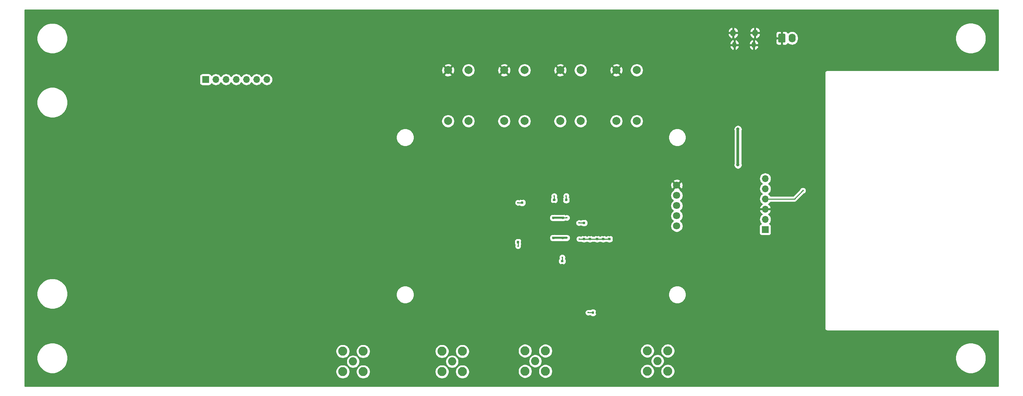
<source format=gbr>
G04 #@! TF.GenerationSoftware,KiCad,Pcbnew,(5.1.2-1)-1*
G04 #@! TF.CreationDate,2019-07-19T21:50:30+01:00*
G04 #@! TF.ProjectId,ControlModule,436f6e74-726f-46c4-9d6f-64756c652e6b,C*
G04 #@! TF.SameCoordinates,Original*
G04 #@! TF.FileFunction,Copper,L1,Top*
G04 #@! TF.FilePolarity,Positive*
%FSLAX46Y46*%
G04 Gerber Fmt 4.6, Leading zero omitted, Abs format (unit mm)*
G04 Created by KiCad (PCBNEW (5.1.2-1)-1) date 2019-07-19 21:50:30*
%MOMM*%
%LPD*%
G04 APERTURE LIST*
%ADD10C,0.100000*%
%ADD11C,0.590000*%
%ADD12O,1.740000X2.200000*%
%ADD13C,1.740000*%
%ADD14O,1.700000X1.700000*%
%ADD15R,1.700000X1.700000*%
%ADD16O,1.350000X1.700000*%
%ADD17O,1.100000X1.500000*%
%ADD18C,1.800000*%
%ADD19C,2.050000*%
%ADD20C,2.250000*%
%ADD21C,2.000000*%
%ADD22C,0.400000*%
%ADD23C,0.800000*%
%ADD24C,0.250000*%
%ADD25C,0.500000*%
%ADD26C,0.700000*%
%ADD27C,0.254000*%
G04 APERTURE END LIST*
D10*
G36*
X174405558Y-98483910D02*
G01*
X174419876Y-98486034D01*
X174433917Y-98489551D01*
X174447546Y-98494428D01*
X174460631Y-98500617D01*
X174473047Y-98508058D01*
X174484673Y-98516681D01*
X174495398Y-98526402D01*
X174505119Y-98537127D01*
X174513742Y-98548753D01*
X174521183Y-98561169D01*
X174527372Y-98574254D01*
X174532249Y-98587883D01*
X174535766Y-98601924D01*
X174537890Y-98616242D01*
X174538600Y-98630700D01*
X174538600Y-98925700D01*
X174537890Y-98940158D01*
X174535766Y-98954476D01*
X174532249Y-98968517D01*
X174527372Y-98982146D01*
X174521183Y-98995231D01*
X174513742Y-99007647D01*
X174505119Y-99019273D01*
X174495398Y-99029998D01*
X174484673Y-99039719D01*
X174473047Y-99048342D01*
X174460631Y-99055783D01*
X174447546Y-99061972D01*
X174433917Y-99066849D01*
X174419876Y-99070366D01*
X174405558Y-99072490D01*
X174391100Y-99073200D01*
X174046100Y-99073200D01*
X174031642Y-99072490D01*
X174017324Y-99070366D01*
X174003283Y-99066849D01*
X173989654Y-99061972D01*
X173976569Y-99055783D01*
X173964153Y-99048342D01*
X173952527Y-99039719D01*
X173941802Y-99029998D01*
X173932081Y-99019273D01*
X173923458Y-99007647D01*
X173916017Y-98995231D01*
X173909828Y-98982146D01*
X173904951Y-98968517D01*
X173901434Y-98954476D01*
X173899310Y-98940158D01*
X173898600Y-98925700D01*
X173898600Y-98630700D01*
X173899310Y-98616242D01*
X173901434Y-98601924D01*
X173904951Y-98587883D01*
X173909828Y-98574254D01*
X173916017Y-98561169D01*
X173923458Y-98548753D01*
X173932081Y-98537127D01*
X173941802Y-98526402D01*
X173952527Y-98516681D01*
X173964153Y-98508058D01*
X173976569Y-98500617D01*
X173989654Y-98494428D01*
X174003283Y-98489551D01*
X174017324Y-98486034D01*
X174031642Y-98483910D01*
X174046100Y-98483200D01*
X174391100Y-98483200D01*
X174405558Y-98483910D01*
X174405558Y-98483910D01*
G37*
D11*
X174218600Y-98778200D03*
D10*
G36*
X174405558Y-99453910D02*
G01*
X174419876Y-99456034D01*
X174433917Y-99459551D01*
X174447546Y-99464428D01*
X174460631Y-99470617D01*
X174473047Y-99478058D01*
X174484673Y-99486681D01*
X174495398Y-99496402D01*
X174505119Y-99507127D01*
X174513742Y-99518753D01*
X174521183Y-99531169D01*
X174527372Y-99544254D01*
X174532249Y-99557883D01*
X174535766Y-99571924D01*
X174537890Y-99586242D01*
X174538600Y-99600700D01*
X174538600Y-99895700D01*
X174537890Y-99910158D01*
X174535766Y-99924476D01*
X174532249Y-99938517D01*
X174527372Y-99952146D01*
X174521183Y-99965231D01*
X174513742Y-99977647D01*
X174505119Y-99989273D01*
X174495398Y-99999998D01*
X174484673Y-100009719D01*
X174473047Y-100018342D01*
X174460631Y-100025783D01*
X174447546Y-100031972D01*
X174433917Y-100036849D01*
X174419876Y-100040366D01*
X174405558Y-100042490D01*
X174391100Y-100043200D01*
X174046100Y-100043200D01*
X174031642Y-100042490D01*
X174017324Y-100040366D01*
X174003283Y-100036849D01*
X173989654Y-100031972D01*
X173976569Y-100025783D01*
X173964153Y-100018342D01*
X173952527Y-100009719D01*
X173941802Y-99999998D01*
X173932081Y-99989273D01*
X173923458Y-99977647D01*
X173916017Y-99965231D01*
X173909828Y-99952146D01*
X173904951Y-99938517D01*
X173901434Y-99924476D01*
X173899310Y-99910158D01*
X173898600Y-99895700D01*
X173898600Y-99600700D01*
X173899310Y-99586242D01*
X173901434Y-99571924D01*
X173904951Y-99557883D01*
X173909828Y-99544254D01*
X173916017Y-99531169D01*
X173923458Y-99518753D01*
X173932081Y-99507127D01*
X173941802Y-99496402D01*
X173952527Y-99486681D01*
X173964153Y-99478058D01*
X173976569Y-99470617D01*
X173989654Y-99464428D01*
X174003283Y-99459551D01*
X174017324Y-99456034D01*
X174031642Y-99453910D01*
X174046100Y-99453200D01*
X174391100Y-99453200D01*
X174405558Y-99453910D01*
X174405558Y-99453910D01*
G37*
D11*
X174218600Y-99748200D03*
D10*
G36*
X171357558Y-98483910D02*
G01*
X171371876Y-98486034D01*
X171385917Y-98489551D01*
X171399546Y-98494428D01*
X171412631Y-98500617D01*
X171425047Y-98508058D01*
X171436673Y-98516681D01*
X171447398Y-98526402D01*
X171457119Y-98537127D01*
X171465742Y-98548753D01*
X171473183Y-98561169D01*
X171479372Y-98574254D01*
X171484249Y-98587883D01*
X171487766Y-98601924D01*
X171489890Y-98616242D01*
X171490600Y-98630700D01*
X171490600Y-98925700D01*
X171489890Y-98940158D01*
X171487766Y-98954476D01*
X171484249Y-98968517D01*
X171479372Y-98982146D01*
X171473183Y-98995231D01*
X171465742Y-99007647D01*
X171457119Y-99019273D01*
X171447398Y-99029998D01*
X171436673Y-99039719D01*
X171425047Y-99048342D01*
X171412631Y-99055783D01*
X171399546Y-99061972D01*
X171385917Y-99066849D01*
X171371876Y-99070366D01*
X171357558Y-99072490D01*
X171343100Y-99073200D01*
X170998100Y-99073200D01*
X170983642Y-99072490D01*
X170969324Y-99070366D01*
X170955283Y-99066849D01*
X170941654Y-99061972D01*
X170928569Y-99055783D01*
X170916153Y-99048342D01*
X170904527Y-99039719D01*
X170893802Y-99029998D01*
X170884081Y-99019273D01*
X170875458Y-99007647D01*
X170868017Y-98995231D01*
X170861828Y-98982146D01*
X170856951Y-98968517D01*
X170853434Y-98954476D01*
X170851310Y-98940158D01*
X170850600Y-98925700D01*
X170850600Y-98630700D01*
X170851310Y-98616242D01*
X170853434Y-98601924D01*
X170856951Y-98587883D01*
X170861828Y-98574254D01*
X170868017Y-98561169D01*
X170875458Y-98548753D01*
X170884081Y-98537127D01*
X170893802Y-98526402D01*
X170904527Y-98516681D01*
X170916153Y-98508058D01*
X170928569Y-98500617D01*
X170941654Y-98494428D01*
X170955283Y-98489551D01*
X170969324Y-98486034D01*
X170983642Y-98483910D01*
X170998100Y-98483200D01*
X171343100Y-98483200D01*
X171357558Y-98483910D01*
X171357558Y-98483910D01*
G37*
D11*
X171170600Y-98778200D03*
D10*
G36*
X171357558Y-99453910D02*
G01*
X171371876Y-99456034D01*
X171385917Y-99459551D01*
X171399546Y-99464428D01*
X171412631Y-99470617D01*
X171425047Y-99478058D01*
X171436673Y-99486681D01*
X171447398Y-99496402D01*
X171457119Y-99507127D01*
X171465742Y-99518753D01*
X171473183Y-99531169D01*
X171479372Y-99544254D01*
X171484249Y-99557883D01*
X171487766Y-99571924D01*
X171489890Y-99586242D01*
X171490600Y-99600700D01*
X171490600Y-99895700D01*
X171489890Y-99910158D01*
X171487766Y-99924476D01*
X171484249Y-99938517D01*
X171479372Y-99952146D01*
X171473183Y-99965231D01*
X171465742Y-99977647D01*
X171457119Y-99989273D01*
X171447398Y-99999998D01*
X171436673Y-100009719D01*
X171425047Y-100018342D01*
X171412631Y-100025783D01*
X171399546Y-100031972D01*
X171385917Y-100036849D01*
X171371876Y-100040366D01*
X171357558Y-100042490D01*
X171343100Y-100043200D01*
X170998100Y-100043200D01*
X170983642Y-100042490D01*
X170969324Y-100040366D01*
X170955283Y-100036849D01*
X170941654Y-100031972D01*
X170928569Y-100025783D01*
X170916153Y-100018342D01*
X170904527Y-100009719D01*
X170893802Y-99999998D01*
X170884081Y-99989273D01*
X170875458Y-99977647D01*
X170868017Y-99965231D01*
X170861828Y-99952146D01*
X170856951Y-99938517D01*
X170853434Y-99924476D01*
X170851310Y-99910158D01*
X170850600Y-99895700D01*
X170850600Y-99600700D01*
X170851310Y-99586242D01*
X170853434Y-99571924D01*
X170856951Y-99557883D01*
X170861828Y-99544254D01*
X170868017Y-99531169D01*
X170875458Y-99518753D01*
X170884081Y-99507127D01*
X170893802Y-99496402D01*
X170904527Y-99486681D01*
X170916153Y-99478058D01*
X170928569Y-99470617D01*
X170941654Y-99464428D01*
X170955283Y-99459551D01*
X170969324Y-99456034D01*
X170983642Y-99453910D01*
X170998100Y-99453200D01*
X171343100Y-99453200D01*
X171357558Y-99453910D01*
X171357558Y-99453910D01*
G37*
D11*
X171170600Y-99748200D03*
D10*
G36*
X172881558Y-98483910D02*
G01*
X172895876Y-98486034D01*
X172909917Y-98489551D01*
X172923546Y-98494428D01*
X172936631Y-98500617D01*
X172949047Y-98508058D01*
X172960673Y-98516681D01*
X172971398Y-98526402D01*
X172981119Y-98537127D01*
X172989742Y-98548753D01*
X172997183Y-98561169D01*
X173003372Y-98574254D01*
X173008249Y-98587883D01*
X173011766Y-98601924D01*
X173013890Y-98616242D01*
X173014600Y-98630700D01*
X173014600Y-98925700D01*
X173013890Y-98940158D01*
X173011766Y-98954476D01*
X173008249Y-98968517D01*
X173003372Y-98982146D01*
X172997183Y-98995231D01*
X172989742Y-99007647D01*
X172981119Y-99019273D01*
X172971398Y-99029998D01*
X172960673Y-99039719D01*
X172949047Y-99048342D01*
X172936631Y-99055783D01*
X172923546Y-99061972D01*
X172909917Y-99066849D01*
X172895876Y-99070366D01*
X172881558Y-99072490D01*
X172867100Y-99073200D01*
X172522100Y-99073200D01*
X172507642Y-99072490D01*
X172493324Y-99070366D01*
X172479283Y-99066849D01*
X172465654Y-99061972D01*
X172452569Y-99055783D01*
X172440153Y-99048342D01*
X172428527Y-99039719D01*
X172417802Y-99029998D01*
X172408081Y-99019273D01*
X172399458Y-99007647D01*
X172392017Y-98995231D01*
X172385828Y-98982146D01*
X172380951Y-98968517D01*
X172377434Y-98954476D01*
X172375310Y-98940158D01*
X172374600Y-98925700D01*
X172374600Y-98630700D01*
X172375310Y-98616242D01*
X172377434Y-98601924D01*
X172380951Y-98587883D01*
X172385828Y-98574254D01*
X172392017Y-98561169D01*
X172399458Y-98548753D01*
X172408081Y-98537127D01*
X172417802Y-98526402D01*
X172428527Y-98516681D01*
X172440153Y-98508058D01*
X172452569Y-98500617D01*
X172465654Y-98494428D01*
X172479283Y-98489551D01*
X172493324Y-98486034D01*
X172507642Y-98483910D01*
X172522100Y-98483200D01*
X172867100Y-98483200D01*
X172881558Y-98483910D01*
X172881558Y-98483910D01*
G37*
D11*
X172694600Y-98778200D03*
D10*
G36*
X172881558Y-99453910D02*
G01*
X172895876Y-99456034D01*
X172909917Y-99459551D01*
X172923546Y-99464428D01*
X172936631Y-99470617D01*
X172949047Y-99478058D01*
X172960673Y-99486681D01*
X172971398Y-99496402D01*
X172981119Y-99507127D01*
X172989742Y-99518753D01*
X172997183Y-99531169D01*
X173003372Y-99544254D01*
X173008249Y-99557883D01*
X173011766Y-99571924D01*
X173013890Y-99586242D01*
X173014600Y-99600700D01*
X173014600Y-99895700D01*
X173013890Y-99910158D01*
X173011766Y-99924476D01*
X173008249Y-99938517D01*
X173003372Y-99952146D01*
X172997183Y-99965231D01*
X172989742Y-99977647D01*
X172981119Y-99989273D01*
X172971398Y-99999998D01*
X172960673Y-100009719D01*
X172949047Y-100018342D01*
X172936631Y-100025783D01*
X172923546Y-100031972D01*
X172909917Y-100036849D01*
X172895876Y-100040366D01*
X172881558Y-100042490D01*
X172867100Y-100043200D01*
X172522100Y-100043200D01*
X172507642Y-100042490D01*
X172493324Y-100040366D01*
X172479283Y-100036849D01*
X172465654Y-100031972D01*
X172452569Y-100025783D01*
X172440153Y-100018342D01*
X172428527Y-100009719D01*
X172417802Y-99999998D01*
X172408081Y-99989273D01*
X172399458Y-99977647D01*
X172392017Y-99965231D01*
X172385828Y-99952146D01*
X172380951Y-99938517D01*
X172377434Y-99924476D01*
X172375310Y-99910158D01*
X172374600Y-99895700D01*
X172374600Y-99600700D01*
X172375310Y-99586242D01*
X172377434Y-99571924D01*
X172380951Y-99557883D01*
X172385828Y-99544254D01*
X172392017Y-99531169D01*
X172399458Y-99518753D01*
X172408081Y-99507127D01*
X172417802Y-99496402D01*
X172428527Y-99486681D01*
X172440153Y-99478058D01*
X172452569Y-99470617D01*
X172465654Y-99464428D01*
X172479283Y-99459551D01*
X172493324Y-99456034D01*
X172507642Y-99453910D01*
X172522100Y-99453200D01*
X172867100Y-99453200D01*
X172881558Y-99453910D01*
X172881558Y-99453910D01*
G37*
D11*
X172694600Y-99748200D03*
D12*
X219735400Y-49682400D03*
D10*
G36*
X217839905Y-48583604D02*
G01*
X217864173Y-48587204D01*
X217887972Y-48593165D01*
X217911071Y-48601430D01*
X217933250Y-48611920D01*
X217954293Y-48624532D01*
X217973999Y-48639147D01*
X217992177Y-48655623D01*
X218008653Y-48673801D01*
X218023268Y-48693507D01*
X218035880Y-48714550D01*
X218046370Y-48736729D01*
X218054635Y-48759828D01*
X218060596Y-48783627D01*
X218064196Y-48807895D01*
X218065400Y-48832399D01*
X218065400Y-50532401D01*
X218064196Y-50556905D01*
X218060596Y-50581173D01*
X218054635Y-50604972D01*
X218046370Y-50628071D01*
X218035880Y-50650250D01*
X218023268Y-50671293D01*
X218008653Y-50690999D01*
X217992177Y-50709177D01*
X217973999Y-50725653D01*
X217954293Y-50740268D01*
X217933250Y-50752880D01*
X217911071Y-50763370D01*
X217887972Y-50771635D01*
X217864173Y-50777596D01*
X217839905Y-50781196D01*
X217815401Y-50782400D01*
X216575399Y-50782400D01*
X216550895Y-50781196D01*
X216526627Y-50777596D01*
X216502828Y-50771635D01*
X216479729Y-50763370D01*
X216457550Y-50752880D01*
X216436507Y-50740268D01*
X216416801Y-50725653D01*
X216398623Y-50709177D01*
X216382147Y-50690999D01*
X216367532Y-50671293D01*
X216354920Y-50650250D01*
X216344430Y-50628071D01*
X216336165Y-50604972D01*
X216330204Y-50581173D01*
X216326604Y-50556905D01*
X216325400Y-50532401D01*
X216325400Y-48832399D01*
X216326604Y-48807895D01*
X216330204Y-48783627D01*
X216336165Y-48759828D01*
X216344430Y-48736729D01*
X216354920Y-48714550D01*
X216367532Y-48693507D01*
X216382147Y-48673801D01*
X216398623Y-48655623D01*
X216416801Y-48639147D01*
X216436507Y-48624532D01*
X216457550Y-48611920D01*
X216479729Y-48601430D01*
X216502828Y-48593165D01*
X216526627Y-48587204D01*
X216550895Y-48583604D01*
X216575399Y-48582400D01*
X217815401Y-48582400D01*
X217839905Y-48583604D01*
X217839905Y-48583604D01*
G37*
D13*
X217195400Y-49682400D03*
D14*
X88925400Y-59994800D03*
X86385400Y-59994800D03*
X83845400Y-59994800D03*
X81305400Y-59994800D03*
X78765400Y-59994800D03*
X76225400Y-59994800D03*
D15*
X73685400Y-59994800D03*
D16*
X210515100Y-48364200D03*
X205055100Y-48364200D03*
D17*
X210205100Y-51364200D03*
X205365100Y-51364200D03*
D18*
X191008000Y-86360000D03*
X191008000Y-88900000D03*
X191008000Y-91440000D03*
X191008000Y-93980000D03*
X191008000Y-96520000D03*
D19*
X155778200Y-130187700D03*
D20*
X158318200Y-127647700D03*
X158318200Y-132727700D03*
X153238200Y-132727700D03*
X153238200Y-127647700D03*
D14*
X213055200Y-84709000D03*
X213055200Y-87249000D03*
X213055200Y-89789000D03*
X213055200Y-92329000D03*
X213055200Y-94869000D03*
D15*
X213055200Y-97409000D03*
D20*
X183680100Y-132702300D03*
X188760100Y-132702300D03*
X188760100Y-127622300D03*
X183680100Y-127622300D03*
D19*
X186220100Y-130162300D03*
D21*
X134048500Y-70358000D03*
X134048500Y-57658000D03*
X139128500Y-70358000D03*
X139128500Y-57658000D03*
X148018500Y-70358000D03*
X148018500Y-57658000D03*
X153098500Y-70358000D03*
X153098500Y-57658000D03*
X167068500Y-57658000D03*
X167068500Y-70358000D03*
X161988500Y-57658000D03*
X161988500Y-70358000D03*
X175958500Y-70358000D03*
X175958500Y-57658000D03*
X181038500Y-70358000D03*
X181038500Y-57658000D03*
D10*
G36*
X170301458Y-117790710D02*
G01*
X170315776Y-117792834D01*
X170329817Y-117796351D01*
X170343446Y-117801228D01*
X170356531Y-117807417D01*
X170368947Y-117814858D01*
X170380573Y-117823481D01*
X170391298Y-117833202D01*
X170401019Y-117843927D01*
X170409642Y-117855553D01*
X170417083Y-117867969D01*
X170423272Y-117881054D01*
X170428149Y-117894683D01*
X170431666Y-117908724D01*
X170433790Y-117923042D01*
X170434500Y-117937500D01*
X170434500Y-118282500D01*
X170433790Y-118296958D01*
X170431666Y-118311276D01*
X170428149Y-118325317D01*
X170423272Y-118338946D01*
X170417083Y-118352031D01*
X170409642Y-118364447D01*
X170401019Y-118376073D01*
X170391298Y-118386798D01*
X170380573Y-118396519D01*
X170368947Y-118405142D01*
X170356531Y-118412583D01*
X170343446Y-118418772D01*
X170329817Y-118423649D01*
X170315776Y-118427166D01*
X170301458Y-118429290D01*
X170287000Y-118430000D01*
X169992000Y-118430000D01*
X169977542Y-118429290D01*
X169963224Y-118427166D01*
X169949183Y-118423649D01*
X169935554Y-118418772D01*
X169922469Y-118412583D01*
X169910053Y-118405142D01*
X169898427Y-118396519D01*
X169887702Y-118386798D01*
X169877981Y-118376073D01*
X169869358Y-118364447D01*
X169861917Y-118352031D01*
X169855728Y-118338946D01*
X169850851Y-118325317D01*
X169847334Y-118311276D01*
X169845210Y-118296958D01*
X169844500Y-118282500D01*
X169844500Y-117937500D01*
X169845210Y-117923042D01*
X169847334Y-117908724D01*
X169850851Y-117894683D01*
X169855728Y-117881054D01*
X169861917Y-117867969D01*
X169869358Y-117855553D01*
X169877981Y-117843927D01*
X169887702Y-117833202D01*
X169898427Y-117823481D01*
X169910053Y-117814858D01*
X169922469Y-117807417D01*
X169935554Y-117801228D01*
X169949183Y-117796351D01*
X169963224Y-117792834D01*
X169977542Y-117790710D01*
X169992000Y-117790000D01*
X170287000Y-117790000D01*
X170301458Y-117790710D01*
X170301458Y-117790710D01*
G37*
D11*
X170139500Y-118110000D03*
D10*
G36*
X171271458Y-117790710D02*
G01*
X171285776Y-117792834D01*
X171299817Y-117796351D01*
X171313446Y-117801228D01*
X171326531Y-117807417D01*
X171338947Y-117814858D01*
X171350573Y-117823481D01*
X171361298Y-117833202D01*
X171371019Y-117843927D01*
X171379642Y-117855553D01*
X171387083Y-117867969D01*
X171393272Y-117881054D01*
X171398149Y-117894683D01*
X171401666Y-117908724D01*
X171403790Y-117923042D01*
X171404500Y-117937500D01*
X171404500Y-118282500D01*
X171403790Y-118296958D01*
X171401666Y-118311276D01*
X171398149Y-118325317D01*
X171393272Y-118338946D01*
X171387083Y-118352031D01*
X171379642Y-118364447D01*
X171371019Y-118376073D01*
X171361298Y-118386798D01*
X171350573Y-118396519D01*
X171338947Y-118405142D01*
X171326531Y-118412583D01*
X171313446Y-118418772D01*
X171299817Y-118423649D01*
X171285776Y-118427166D01*
X171271458Y-118429290D01*
X171257000Y-118430000D01*
X170962000Y-118430000D01*
X170947542Y-118429290D01*
X170933224Y-118427166D01*
X170919183Y-118423649D01*
X170905554Y-118418772D01*
X170892469Y-118412583D01*
X170880053Y-118405142D01*
X170868427Y-118396519D01*
X170857702Y-118386798D01*
X170847981Y-118376073D01*
X170839358Y-118364447D01*
X170831917Y-118352031D01*
X170825728Y-118338946D01*
X170820851Y-118325317D01*
X170817334Y-118311276D01*
X170815210Y-118296958D01*
X170814500Y-118282500D01*
X170814500Y-117937500D01*
X170815210Y-117923042D01*
X170817334Y-117908724D01*
X170820851Y-117894683D01*
X170825728Y-117881054D01*
X170831917Y-117867969D01*
X170839358Y-117855553D01*
X170847981Y-117843927D01*
X170857702Y-117833202D01*
X170868427Y-117823481D01*
X170880053Y-117814858D01*
X170892469Y-117807417D01*
X170905554Y-117801228D01*
X170919183Y-117796351D01*
X170933224Y-117792834D01*
X170947542Y-117790710D01*
X170962000Y-117790000D01*
X171257000Y-117790000D01*
X171271458Y-117790710D01*
X171271458Y-117790710D01*
G37*
D11*
X171109500Y-118110000D03*
D10*
G36*
X168080958Y-95440710D02*
G01*
X168095276Y-95442834D01*
X168109317Y-95446351D01*
X168122946Y-95451228D01*
X168136031Y-95457417D01*
X168148447Y-95464858D01*
X168160073Y-95473481D01*
X168170798Y-95483202D01*
X168180519Y-95493927D01*
X168189142Y-95505553D01*
X168196583Y-95517969D01*
X168202772Y-95531054D01*
X168207649Y-95544683D01*
X168211166Y-95558724D01*
X168213290Y-95573042D01*
X168214000Y-95587500D01*
X168214000Y-95882500D01*
X168213290Y-95896958D01*
X168211166Y-95911276D01*
X168207649Y-95925317D01*
X168202772Y-95938946D01*
X168196583Y-95952031D01*
X168189142Y-95964447D01*
X168180519Y-95976073D01*
X168170798Y-95986798D01*
X168160073Y-95996519D01*
X168148447Y-96005142D01*
X168136031Y-96012583D01*
X168122946Y-96018772D01*
X168109317Y-96023649D01*
X168095276Y-96027166D01*
X168080958Y-96029290D01*
X168066500Y-96030000D01*
X167721500Y-96030000D01*
X167707042Y-96029290D01*
X167692724Y-96027166D01*
X167678683Y-96023649D01*
X167665054Y-96018772D01*
X167651969Y-96012583D01*
X167639553Y-96005142D01*
X167627927Y-95996519D01*
X167617202Y-95986798D01*
X167607481Y-95976073D01*
X167598858Y-95964447D01*
X167591417Y-95952031D01*
X167585228Y-95938946D01*
X167580351Y-95925317D01*
X167576834Y-95911276D01*
X167574710Y-95896958D01*
X167574000Y-95882500D01*
X167574000Y-95587500D01*
X167574710Y-95573042D01*
X167576834Y-95558724D01*
X167580351Y-95544683D01*
X167585228Y-95531054D01*
X167591417Y-95517969D01*
X167598858Y-95505553D01*
X167607481Y-95493927D01*
X167617202Y-95483202D01*
X167627927Y-95473481D01*
X167639553Y-95464858D01*
X167651969Y-95457417D01*
X167665054Y-95451228D01*
X167678683Y-95446351D01*
X167692724Y-95442834D01*
X167707042Y-95440710D01*
X167721500Y-95440000D01*
X168066500Y-95440000D01*
X168080958Y-95440710D01*
X168080958Y-95440710D01*
G37*
D11*
X167894000Y-95735000D03*
D10*
G36*
X168080958Y-94470710D02*
G01*
X168095276Y-94472834D01*
X168109317Y-94476351D01*
X168122946Y-94481228D01*
X168136031Y-94487417D01*
X168148447Y-94494858D01*
X168160073Y-94503481D01*
X168170798Y-94513202D01*
X168180519Y-94523927D01*
X168189142Y-94535553D01*
X168196583Y-94547969D01*
X168202772Y-94561054D01*
X168207649Y-94574683D01*
X168211166Y-94588724D01*
X168213290Y-94603042D01*
X168214000Y-94617500D01*
X168214000Y-94912500D01*
X168213290Y-94926958D01*
X168211166Y-94941276D01*
X168207649Y-94955317D01*
X168202772Y-94968946D01*
X168196583Y-94982031D01*
X168189142Y-94994447D01*
X168180519Y-95006073D01*
X168170798Y-95016798D01*
X168160073Y-95026519D01*
X168148447Y-95035142D01*
X168136031Y-95042583D01*
X168122946Y-95048772D01*
X168109317Y-95053649D01*
X168095276Y-95057166D01*
X168080958Y-95059290D01*
X168066500Y-95060000D01*
X167721500Y-95060000D01*
X167707042Y-95059290D01*
X167692724Y-95057166D01*
X167678683Y-95053649D01*
X167665054Y-95048772D01*
X167651969Y-95042583D01*
X167639553Y-95035142D01*
X167627927Y-95026519D01*
X167617202Y-95016798D01*
X167607481Y-95006073D01*
X167598858Y-94994447D01*
X167591417Y-94982031D01*
X167585228Y-94968946D01*
X167580351Y-94955317D01*
X167576834Y-94941276D01*
X167574710Y-94926958D01*
X167574000Y-94912500D01*
X167574000Y-94617500D01*
X167574710Y-94603042D01*
X167576834Y-94588724D01*
X167580351Y-94574683D01*
X167585228Y-94561054D01*
X167591417Y-94547969D01*
X167598858Y-94535553D01*
X167607481Y-94523927D01*
X167617202Y-94513202D01*
X167627927Y-94503481D01*
X167639553Y-94494858D01*
X167651969Y-94487417D01*
X167665054Y-94481228D01*
X167678683Y-94476351D01*
X167692724Y-94472834D01*
X167707042Y-94470710D01*
X167721500Y-94470000D01*
X168066500Y-94470000D01*
X168080958Y-94470710D01*
X168080958Y-94470710D01*
G37*
D11*
X167894000Y-94765000D03*
D10*
G36*
X160460958Y-93200710D02*
G01*
X160475276Y-93202834D01*
X160489317Y-93206351D01*
X160502946Y-93211228D01*
X160516031Y-93217417D01*
X160528447Y-93224858D01*
X160540073Y-93233481D01*
X160550798Y-93243202D01*
X160560519Y-93253927D01*
X160569142Y-93265553D01*
X160576583Y-93277969D01*
X160582772Y-93291054D01*
X160587649Y-93304683D01*
X160591166Y-93318724D01*
X160593290Y-93333042D01*
X160594000Y-93347500D01*
X160594000Y-93642500D01*
X160593290Y-93656958D01*
X160591166Y-93671276D01*
X160587649Y-93685317D01*
X160582772Y-93698946D01*
X160576583Y-93712031D01*
X160569142Y-93724447D01*
X160560519Y-93736073D01*
X160550798Y-93746798D01*
X160540073Y-93756519D01*
X160528447Y-93765142D01*
X160516031Y-93772583D01*
X160502946Y-93778772D01*
X160489317Y-93783649D01*
X160475276Y-93787166D01*
X160460958Y-93789290D01*
X160446500Y-93790000D01*
X160101500Y-93790000D01*
X160087042Y-93789290D01*
X160072724Y-93787166D01*
X160058683Y-93783649D01*
X160045054Y-93778772D01*
X160031969Y-93772583D01*
X160019553Y-93765142D01*
X160007927Y-93756519D01*
X159997202Y-93746798D01*
X159987481Y-93736073D01*
X159978858Y-93724447D01*
X159971417Y-93712031D01*
X159965228Y-93698946D01*
X159960351Y-93685317D01*
X159956834Y-93671276D01*
X159954710Y-93656958D01*
X159954000Y-93642500D01*
X159954000Y-93347500D01*
X159954710Y-93333042D01*
X159956834Y-93318724D01*
X159960351Y-93304683D01*
X159965228Y-93291054D01*
X159971417Y-93277969D01*
X159978858Y-93265553D01*
X159987481Y-93253927D01*
X159997202Y-93243202D01*
X160007927Y-93233481D01*
X160019553Y-93224858D01*
X160031969Y-93217417D01*
X160045054Y-93211228D01*
X160058683Y-93206351D01*
X160072724Y-93202834D01*
X160087042Y-93200710D01*
X160101500Y-93200000D01*
X160446500Y-93200000D01*
X160460958Y-93200710D01*
X160460958Y-93200710D01*
G37*
D11*
X160274000Y-93495000D03*
D10*
G36*
X160460958Y-94170710D02*
G01*
X160475276Y-94172834D01*
X160489317Y-94176351D01*
X160502946Y-94181228D01*
X160516031Y-94187417D01*
X160528447Y-94194858D01*
X160540073Y-94203481D01*
X160550798Y-94213202D01*
X160560519Y-94223927D01*
X160569142Y-94235553D01*
X160576583Y-94247969D01*
X160582772Y-94261054D01*
X160587649Y-94274683D01*
X160591166Y-94288724D01*
X160593290Y-94303042D01*
X160594000Y-94317500D01*
X160594000Y-94612500D01*
X160593290Y-94626958D01*
X160591166Y-94641276D01*
X160587649Y-94655317D01*
X160582772Y-94668946D01*
X160576583Y-94682031D01*
X160569142Y-94694447D01*
X160560519Y-94706073D01*
X160550798Y-94716798D01*
X160540073Y-94726519D01*
X160528447Y-94735142D01*
X160516031Y-94742583D01*
X160502946Y-94748772D01*
X160489317Y-94753649D01*
X160475276Y-94757166D01*
X160460958Y-94759290D01*
X160446500Y-94760000D01*
X160101500Y-94760000D01*
X160087042Y-94759290D01*
X160072724Y-94757166D01*
X160058683Y-94753649D01*
X160045054Y-94748772D01*
X160031969Y-94742583D01*
X160019553Y-94735142D01*
X160007927Y-94726519D01*
X159997202Y-94716798D01*
X159987481Y-94706073D01*
X159978858Y-94694447D01*
X159971417Y-94682031D01*
X159965228Y-94668946D01*
X159960351Y-94655317D01*
X159956834Y-94641276D01*
X159954710Y-94626958D01*
X159954000Y-94612500D01*
X159954000Y-94317500D01*
X159954710Y-94303042D01*
X159956834Y-94288724D01*
X159960351Y-94274683D01*
X159965228Y-94261054D01*
X159971417Y-94247969D01*
X159978858Y-94235553D01*
X159987481Y-94223927D01*
X159997202Y-94213202D01*
X160007927Y-94203481D01*
X160019553Y-94194858D01*
X160031969Y-94187417D01*
X160045054Y-94181228D01*
X160058683Y-94176351D01*
X160072724Y-94172834D01*
X160087042Y-94170710D01*
X160101500Y-94170000D01*
X160446500Y-94170000D01*
X160460958Y-94170710D01*
X160460958Y-94170710D01*
G37*
D11*
X160274000Y-94465000D03*
D10*
G36*
X162823158Y-94170710D02*
G01*
X162837476Y-94172834D01*
X162851517Y-94176351D01*
X162865146Y-94181228D01*
X162878231Y-94187417D01*
X162890647Y-94194858D01*
X162902273Y-94203481D01*
X162912998Y-94213202D01*
X162922719Y-94223927D01*
X162931342Y-94235553D01*
X162938783Y-94247969D01*
X162944972Y-94261054D01*
X162949849Y-94274683D01*
X162953366Y-94288724D01*
X162955490Y-94303042D01*
X162956200Y-94317500D01*
X162956200Y-94612500D01*
X162955490Y-94626958D01*
X162953366Y-94641276D01*
X162949849Y-94655317D01*
X162944972Y-94668946D01*
X162938783Y-94682031D01*
X162931342Y-94694447D01*
X162922719Y-94706073D01*
X162912998Y-94716798D01*
X162902273Y-94726519D01*
X162890647Y-94735142D01*
X162878231Y-94742583D01*
X162865146Y-94748772D01*
X162851517Y-94753649D01*
X162837476Y-94757166D01*
X162823158Y-94759290D01*
X162808700Y-94760000D01*
X162463700Y-94760000D01*
X162449242Y-94759290D01*
X162434924Y-94757166D01*
X162420883Y-94753649D01*
X162407254Y-94748772D01*
X162394169Y-94742583D01*
X162381753Y-94735142D01*
X162370127Y-94726519D01*
X162359402Y-94716798D01*
X162349681Y-94706073D01*
X162341058Y-94694447D01*
X162333617Y-94682031D01*
X162327428Y-94668946D01*
X162322551Y-94655317D01*
X162319034Y-94641276D01*
X162316910Y-94626958D01*
X162316200Y-94612500D01*
X162316200Y-94317500D01*
X162316910Y-94303042D01*
X162319034Y-94288724D01*
X162322551Y-94274683D01*
X162327428Y-94261054D01*
X162333617Y-94247969D01*
X162341058Y-94235553D01*
X162349681Y-94223927D01*
X162359402Y-94213202D01*
X162370127Y-94203481D01*
X162381753Y-94194858D01*
X162394169Y-94187417D01*
X162407254Y-94181228D01*
X162420883Y-94176351D01*
X162434924Y-94172834D01*
X162449242Y-94170710D01*
X162463700Y-94170000D01*
X162808700Y-94170000D01*
X162823158Y-94170710D01*
X162823158Y-94170710D01*
G37*
D11*
X162636200Y-94465000D03*
D10*
G36*
X162823158Y-93200710D02*
G01*
X162837476Y-93202834D01*
X162851517Y-93206351D01*
X162865146Y-93211228D01*
X162878231Y-93217417D01*
X162890647Y-93224858D01*
X162902273Y-93233481D01*
X162912998Y-93243202D01*
X162922719Y-93253927D01*
X162931342Y-93265553D01*
X162938783Y-93277969D01*
X162944972Y-93291054D01*
X162949849Y-93304683D01*
X162953366Y-93318724D01*
X162955490Y-93333042D01*
X162956200Y-93347500D01*
X162956200Y-93642500D01*
X162955490Y-93656958D01*
X162953366Y-93671276D01*
X162949849Y-93685317D01*
X162944972Y-93698946D01*
X162938783Y-93712031D01*
X162931342Y-93724447D01*
X162922719Y-93736073D01*
X162912998Y-93746798D01*
X162902273Y-93756519D01*
X162890647Y-93765142D01*
X162878231Y-93772583D01*
X162865146Y-93778772D01*
X162851517Y-93783649D01*
X162837476Y-93787166D01*
X162823158Y-93789290D01*
X162808700Y-93790000D01*
X162463700Y-93790000D01*
X162449242Y-93789290D01*
X162434924Y-93787166D01*
X162420883Y-93783649D01*
X162407254Y-93778772D01*
X162394169Y-93772583D01*
X162381753Y-93765142D01*
X162370127Y-93756519D01*
X162359402Y-93746798D01*
X162349681Y-93736073D01*
X162341058Y-93724447D01*
X162333617Y-93712031D01*
X162327428Y-93698946D01*
X162322551Y-93685317D01*
X162319034Y-93671276D01*
X162316910Y-93656958D01*
X162316200Y-93642500D01*
X162316200Y-93347500D01*
X162316910Y-93333042D01*
X162319034Y-93318724D01*
X162322551Y-93304683D01*
X162327428Y-93291054D01*
X162333617Y-93277969D01*
X162341058Y-93265553D01*
X162349681Y-93253927D01*
X162359402Y-93243202D01*
X162370127Y-93233481D01*
X162381753Y-93224858D01*
X162394169Y-93217417D01*
X162407254Y-93211228D01*
X162420883Y-93206351D01*
X162434924Y-93202834D01*
X162449242Y-93200710D01*
X162463700Y-93200000D01*
X162808700Y-93200000D01*
X162823158Y-93200710D01*
X162823158Y-93200710D01*
G37*
D11*
X162636200Y-93495000D03*
D10*
G36*
X162670758Y-105956310D02*
G01*
X162685076Y-105958434D01*
X162699117Y-105961951D01*
X162712746Y-105966828D01*
X162725831Y-105973017D01*
X162738247Y-105980458D01*
X162749873Y-105989081D01*
X162760598Y-105998802D01*
X162770319Y-106009527D01*
X162778942Y-106021153D01*
X162786383Y-106033569D01*
X162792572Y-106046654D01*
X162797449Y-106060283D01*
X162800966Y-106074324D01*
X162803090Y-106088642D01*
X162803800Y-106103100D01*
X162803800Y-106398100D01*
X162803090Y-106412558D01*
X162800966Y-106426876D01*
X162797449Y-106440917D01*
X162792572Y-106454546D01*
X162786383Y-106467631D01*
X162778942Y-106480047D01*
X162770319Y-106491673D01*
X162760598Y-106502398D01*
X162749873Y-106512119D01*
X162738247Y-106520742D01*
X162725831Y-106528183D01*
X162712746Y-106534372D01*
X162699117Y-106539249D01*
X162685076Y-106542766D01*
X162670758Y-106544890D01*
X162656300Y-106545600D01*
X162311300Y-106545600D01*
X162296842Y-106544890D01*
X162282524Y-106542766D01*
X162268483Y-106539249D01*
X162254854Y-106534372D01*
X162241769Y-106528183D01*
X162229353Y-106520742D01*
X162217727Y-106512119D01*
X162207002Y-106502398D01*
X162197281Y-106491673D01*
X162188658Y-106480047D01*
X162181217Y-106467631D01*
X162175028Y-106454546D01*
X162170151Y-106440917D01*
X162166634Y-106426876D01*
X162164510Y-106412558D01*
X162163800Y-106398100D01*
X162163800Y-106103100D01*
X162164510Y-106088642D01*
X162166634Y-106074324D01*
X162170151Y-106060283D01*
X162175028Y-106046654D01*
X162181217Y-106033569D01*
X162188658Y-106021153D01*
X162197281Y-106009527D01*
X162207002Y-105998802D01*
X162217727Y-105989081D01*
X162229353Y-105980458D01*
X162241769Y-105973017D01*
X162254854Y-105966828D01*
X162268483Y-105961951D01*
X162282524Y-105958434D01*
X162296842Y-105956310D01*
X162311300Y-105955600D01*
X162656300Y-105955600D01*
X162670758Y-105956310D01*
X162670758Y-105956310D01*
G37*
D11*
X162483800Y-106250600D03*
D10*
G36*
X162670758Y-104986310D02*
G01*
X162685076Y-104988434D01*
X162699117Y-104991951D01*
X162712746Y-104996828D01*
X162725831Y-105003017D01*
X162738247Y-105010458D01*
X162749873Y-105019081D01*
X162760598Y-105028802D01*
X162770319Y-105039527D01*
X162778942Y-105051153D01*
X162786383Y-105063569D01*
X162792572Y-105076654D01*
X162797449Y-105090283D01*
X162800966Y-105104324D01*
X162803090Y-105118642D01*
X162803800Y-105133100D01*
X162803800Y-105428100D01*
X162803090Y-105442558D01*
X162800966Y-105456876D01*
X162797449Y-105470917D01*
X162792572Y-105484546D01*
X162786383Y-105497631D01*
X162778942Y-105510047D01*
X162770319Y-105521673D01*
X162760598Y-105532398D01*
X162749873Y-105542119D01*
X162738247Y-105550742D01*
X162725831Y-105558183D01*
X162712746Y-105564372D01*
X162699117Y-105569249D01*
X162685076Y-105572766D01*
X162670758Y-105574890D01*
X162656300Y-105575600D01*
X162311300Y-105575600D01*
X162296842Y-105574890D01*
X162282524Y-105572766D01*
X162268483Y-105569249D01*
X162254854Y-105564372D01*
X162241769Y-105558183D01*
X162229353Y-105550742D01*
X162217727Y-105542119D01*
X162207002Y-105532398D01*
X162197281Y-105521673D01*
X162188658Y-105510047D01*
X162181217Y-105497631D01*
X162175028Y-105484546D01*
X162170151Y-105470917D01*
X162166634Y-105456876D01*
X162164510Y-105442558D01*
X162163800Y-105428100D01*
X162163800Y-105133100D01*
X162164510Y-105118642D01*
X162166634Y-105104324D01*
X162170151Y-105090283D01*
X162175028Y-105076654D01*
X162181217Y-105063569D01*
X162188658Y-105051153D01*
X162197281Y-105039527D01*
X162207002Y-105028802D01*
X162217727Y-105019081D01*
X162229353Y-105010458D01*
X162241769Y-105003017D01*
X162254854Y-104996828D01*
X162268483Y-104991951D01*
X162282524Y-104988434D01*
X162296842Y-104986310D01*
X162311300Y-104985600D01*
X162656300Y-104985600D01*
X162670758Y-104986310D01*
X162670758Y-104986310D01*
G37*
D11*
X162483800Y-105280600D03*
D10*
G36*
X151645158Y-100239310D02*
G01*
X151659476Y-100241434D01*
X151673517Y-100244951D01*
X151687146Y-100249828D01*
X151700231Y-100256017D01*
X151712647Y-100263458D01*
X151724273Y-100272081D01*
X151734998Y-100281802D01*
X151744719Y-100292527D01*
X151753342Y-100304153D01*
X151760783Y-100316569D01*
X151766972Y-100329654D01*
X151771849Y-100343283D01*
X151775366Y-100357324D01*
X151777490Y-100371642D01*
X151778200Y-100386100D01*
X151778200Y-100731100D01*
X151777490Y-100745558D01*
X151775366Y-100759876D01*
X151771849Y-100773917D01*
X151766972Y-100787546D01*
X151760783Y-100800631D01*
X151753342Y-100813047D01*
X151744719Y-100824673D01*
X151734998Y-100835398D01*
X151724273Y-100845119D01*
X151712647Y-100853742D01*
X151700231Y-100861183D01*
X151687146Y-100867372D01*
X151673517Y-100872249D01*
X151659476Y-100875766D01*
X151645158Y-100877890D01*
X151630700Y-100878600D01*
X151335700Y-100878600D01*
X151321242Y-100877890D01*
X151306924Y-100875766D01*
X151292883Y-100872249D01*
X151279254Y-100867372D01*
X151266169Y-100861183D01*
X151253753Y-100853742D01*
X151242127Y-100845119D01*
X151231402Y-100835398D01*
X151221681Y-100824673D01*
X151213058Y-100813047D01*
X151205617Y-100800631D01*
X151199428Y-100787546D01*
X151194551Y-100773917D01*
X151191034Y-100759876D01*
X151188910Y-100745558D01*
X151188200Y-100731100D01*
X151188200Y-100386100D01*
X151188910Y-100371642D01*
X151191034Y-100357324D01*
X151194551Y-100343283D01*
X151199428Y-100329654D01*
X151205617Y-100316569D01*
X151213058Y-100304153D01*
X151221681Y-100292527D01*
X151231402Y-100281802D01*
X151242127Y-100272081D01*
X151253753Y-100263458D01*
X151266169Y-100256017D01*
X151279254Y-100249828D01*
X151292883Y-100244951D01*
X151306924Y-100241434D01*
X151321242Y-100239310D01*
X151335700Y-100238600D01*
X151630700Y-100238600D01*
X151645158Y-100239310D01*
X151645158Y-100239310D01*
G37*
D11*
X151483200Y-100558600D03*
D10*
G36*
X152615158Y-100239310D02*
G01*
X152629476Y-100241434D01*
X152643517Y-100244951D01*
X152657146Y-100249828D01*
X152670231Y-100256017D01*
X152682647Y-100263458D01*
X152694273Y-100272081D01*
X152704998Y-100281802D01*
X152714719Y-100292527D01*
X152723342Y-100304153D01*
X152730783Y-100316569D01*
X152736972Y-100329654D01*
X152741849Y-100343283D01*
X152745366Y-100357324D01*
X152747490Y-100371642D01*
X152748200Y-100386100D01*
X152748200Y-100731100D01*
X152747490Y-100745558D01*
X152745366Y-100759876D01*
X152741849Y-100773917D01*
X152736972Y-100787546D01*
X152730783Y-100800631D01*
X152723342Y-100813047D01*
X152714719Y-100824673D01*
X152704998Y-100835398D01*
X152694273Y-100845119D01*
X152682647Y-100853742D01*
X152670231Y-100861183D01*
X152657146Y-100867372D01*
X152643517Y-100872249D01*
X152629476Y-100875766D01*
X152615158Y-100877890D01*
X152600700Y-100878600D01*
X152305700Y-100878600D01*
X152291242Y-100877890D01*
X152276924Y-100875766D01*
X152262883Y-100872249D01*
X152249254Y-100867372D01*
X152236169Y-100861183D01*
X152223753Y-100853742D01*
X152212127Y-100845119D01*
X152201402Y-100835398D01*
X152191681Y-100824673D01*
X152183058Y-100813047D01*
X152175617Y-100800631D01*
X152169428Y-100787546D01*
X152164551Y-100773917D01*
X152161034Y-100759876D01*
X152158910Y-100745558D01*
X152158200Y-100731100D01*
X152158200Y-100386100D01*
X152158910Y-100371642D01*
X152161034Y-100357324D01*
X152164551Y-100343283D01*
X152169428Y-100329654D01*
X152175617Y-100316569D01*
X152183058Y-100304153D01*
X152191681Y-100292527D01*
X152201402Y-100281802D01*
X152212127Y-100272081D01*
X152223753Y-100263458D01*
X152236169Y-100256017D01*
X152249254Y-100249828D01*
X152262883Y-100244951D01*
X152276924Y-100241434D01*
X152291242Y-100239310D01*
X152305700Y-100238600D01*
X152600700Y-100238600D01*
X152615158Y-100239310D01*
X152615158Y-100239310D01*
G37*
D11*
X152453200Y-100558600D03*
D10*
G36*
X152663158Y-89439110D02*
G01*
X152677476Y-89441234D01*
X152691517Y-89444751D01*
X152705146Y-89449628D01*
X152718231Y-89455817D01*
X152730647Y-89463258D01*
X152742273Y-89471881D01*
X152752998Y-89481602D01*
X152762719Y-89492327D01*
X152771342Y-89503953D01*
X152778783Y-89516369D01*
X152784972Y-89529454D01*
X152789849Y-89543083D01*
X152793366Y-89557124D01*
X152795490Y-89571442D01*
X152796200Y-89585900D01*
X152796200Y-89880900D01*
X152795490Y-89895358D01*
X152793366Y-89909676D01*
X152789849Y-89923717D01*
X152784972Y-89937346D01*
X152778783Y-89950431D01*
X152771342Y-89962847D01*
X152762719Y-89974473D01*
X152752998Y-89985198D01*
X152742273Y-89994919D01*
X152730647Y-90003542D01*
X152718231Y-90010983D01*
X152705146Y-90017172D01*
X152691517Y-90022049D01*
X152677476Y-90025566D01*
X152663158Y-90027690D01*
X152648700Y-90028400D01*
X152303700Y-90028400D01*
X152289242Y-90027690D01*
X152274924Y-90025566D01*
X152260883Y-90022049D01*
X152247254Y-90017172D01*
X152234169Y-90010983D01*
X152221753Y-90003542D01*
X152210127Y-89994919D01*
X152199402Y-89985198D01*
X152189681Y-89974473D01*
X152181058Y-89962847D01*
X152173617Y-89950431D01*
X152167428Y-89937346D01*
X152162551Y-89923717D01*
X152159034Y-89909676D01*
X152156910Y-89895358D01*
X152156200Y-89880900D01*
X152156200Y-89585900D01*
X152156910Y-89571442D01*
X152159034Y-89557124D01*
X152162551Y-89543083D01*
X152167428Y-89529454D01*
X152173617Y-89516369D01*
X152181058Y-89503953D01*
X152189681Y-89492327D01*
X152199402Y-89481602D01*
X152210127Y-89471881D01*
X152221753Y-89463258D01*
X152234169Y-89455817D01*
X152247254Y-89449628D01*
X152260883Y-89444751D01*
X152274924Y-89441234D01*
X152289242Y-89439110D01*
X152303700Y-89438400D01*
X152648700Y-89438400D01*
X152663158Y-89439110D01*
X152663158Y-89439110D01*
G37*
D11*
X152476200Y-89733400D03*
D10*
G36*
X152663158Y-90409110D02*
G01*
X152677476Y-90411234D01*
X152691517Y-90414751D01*
X152705146Y-90419628D01*
X152718231Y-90425817D01*
X152730647Y-90433258D01*
X152742273Y-90441881D01*
X152752998Y-90451602D01*
X152762719Y-90462327D01*
X152771342Y-90473953D01*
X152778783Y-90486369D01*
X152784972Y-90499454D01*
X152789849Y-90513083D01*
X152793366Y-90527124D01*
X152795490Y-90541442D01*
X152796200Y-90555900D01*
X152796200Y-90850900D01*
X152795490Y-90865358D01*
X152793366Y-90879676D01*
X152789849Y-90893717D01*
X152784972Y-90907346D01*
X152778783Y-90920431D01*
X152771342Y-90932847D01*
X152762719Y-90944473D01*
X152752998Y-90955198D01*
X152742273Y-90964919D01*
X152730647Y-90973542D01*
X152718231Y-90980983D01*
X152705146Y-90987172D01*
X152691517Y-90992049D01*
X152677476Y-90995566D01*
X152663158Y-90997690D01*
X152648700Y-90998400D01*
X152303700Y-90998400D01*
X152289242Y-90997690D01*
X152274924Y-90995566D01*
X152260883Y-90992049D01*
X152247254Y-90987172D01*
X152234169Y-90980983D01*
X152221753Y-90973542D01*
X152210127Y-90964919D01*
X152199402Y-90955198D01*
X152189681Y-90944473D01*
X152181058Y-90932847D01*
X152173617Y-90920431D01*
X152167428Y-90907346D01*
X152162551Y-90893717D01*
X152159034Y-90879676D01*
X152156910Y-90865358D01*
X152156200Y-90850900D01*
X152156200Y-90555900D01*
X152156910Y-90541442D01*
X152159034Y-90527124D01*
X152162551Y-90513083D01*
X152167428Y-90499454D01*
X152173617Y-90486369D01*
X152181058Y-90473953D01*
X152189681Y-90462327D01*
X152199402Y-90451602D01*
X152210127Y-90441881D01*
X152221753Y-90433258D01*
X152234169Y-90425817D01*
X152247254Y-90419628D01*
X152260883Y-90414751D01*
X152274924Y-90411234D01*
X152289242Y-90409110D01*
X152303700Y-90408400D01*
X152648700Y-90408400D01*
X152663158Y-90409110D01*
X152663158Y-90409110D01*
G37*
D11*
X152476200Y-90703400D03*
D10*
G36*
X163638758Y-89672910D02*
G01*
X163653076Y-89675034D01*
X163667117Y-89678551D01*
X163680746Y-89683428D01*
X163693831Y-89689617D01*
X163706247Y-89697058D01*
X163717873Y-89705681D01*
X163728598Y-89715402D01*
X163738319Y-89726127D01*
X163746942Y-89737753D01*
X163754383Y-89750169D01*
X163760572Y-89763254D01*
X163765449Y-89776883D01*
X163768966Y-89790924D01*
X163771090Y-89805242D01*
X163771800Y-89819700D01*
X163771800Y-90164700D01*
X163771090Y-90179158D01*
X163768966Y-90193476D01*
X163765449Y-90207517D01*
X163760572Y-90221146D01*
X163754383Y-90234231D01*
X163746942Y-90246647D01*
X163738319Y-90258273D01*
X163728598Y-90268998D01*
X163717873Y-90278719D01*
X163706247Y-90287342D01*
X163693831Y-90294783D01*
X163680746Y-90300972D01*
X163667117Y-90305849D01*
X163653076Y-90309366D01*
X163638758Y-90311490D01*
X163624300Y-90312200D01*
X163329300Y-90312200D01*
X163314842Y-90311490D01*
X163300524Y-90309366D01*
X163286483Y-90305849D01*
X163272854Y-90300972D01*
X163259769Y-90294783D01*
X163247353Y-90287342D01*
X163235727Y-90278719D01*
X163225002Y-90268998D01*
X163215281Y-90258273D01*
X163206658Y-90246647D01*
X163199217Y-90234231D01*
X163193028Y-90221146D01*
X163188151Y-90207517D01*
X163184634Y-90193476D01*
X163182510Y-90179158D01*
X163181800Y-90164700D01*
X163181800Y-89819700D01*
X163182510Y-89805242D01*
X163184634Y-89790924D01*
X163188151Y-89776883D01*
X163193028Y-89763254D01*
X163199217Y-89750169D01*
X163206658Y-89737753D01*
X163215281Y-89726127D01*
X163225002Y-89715402D01*
X163235727Y-89705681D01*
X163247353Y-89697058D01*
X163259769Y-89689617D01*
X163272854Y-89683428D01*
X163286483Y-89678551D01*
X163300524Y-89675034D01*
X163314842Y-89672910D01*
X163329300Y-89672200D01*
X163624300Y-89672200D01*
X163638758Y-89672910D01*
X163638758Y-89672910D01*
G37*
D11*
X163476800Y-89992200D03*
D10*
G36*
X162668758Y-89672910D02*
G01*
X162683076Y-89675034D01*
X162697117Y-89678551D01*
X162710746Y-89683428D01*
X162723831Y-89689617D01*
X162736247Y-89697058D01*
X162747873Y-89705681D01*
X162758598Y-89715402D01*
X162768319Y-89726127D01*
X162776942Y-89737753D01*
X162784383Y-89750169D01*
X162790572Y-89763254D01*
X162795449Y-89776883D01*
X162798966Y-89790924D01*
X162801090Y-89805242D01*
X162801800Y-89819700D01*
X162801800Y-90164700D01*
X162801090Y-90179158D01*
X162798966Y-90193476D01*
X162795449Y-90207517D01*
X162790572Y-90221146D01*
X162784383Y-90234231D01*
X162776942Y-90246647D01*
X162768319Y-90258273D01*
X162758598Y-90268998D01*
X162747873Y-90278719D01*
X162736247Y-90287342D01*
X162723831Y-90294783D01*
X162710746Y-90300972D01*
X162697117Y-90305849D01*
X162683076Y-90309366D01*
X162668758Y-90311490D01*
X162654300Y-90312200D01*
X162359300Y-90312200D01*
X162344842Y-90311490D01*
X162330524Y-90309366D01*
X162316483Y-90305849D01*
X162302854Y-90300972D01*
X162289769Y-90294783D01*
X162277353Y-90287342D01*
X162265727Y-90278719D01*
X162255002Y-90268998D01*
X162245281Y-90258273D01*
X162236658Y-90246647D01*
X162229217Y-90234231D01*
X162223028Y-90221146D01*
X162218151Y-90207517D01*
X162214634Y-90193476D01*
X162212510Y-90179158D01*
X162211800Y-90164700D01*
X162211800Y-89819700D01*
X162212510Y-89805242D01*
X162214634Y-89790924D01*
X162218151Y-89776883D01*
X162223028Y-89763254D01*
X162229217Y-89750169D01*
X162236658Y-89737753D01*
X162245281Y-89726127D01*
X162255002Y-89715402D01*
X162265727Y-89705681D01*
X162277353Y-89697058D01*
X162289769Y-89689617D01*
X162302854Y-89683428D01*
X162316483Y-89678551D01*
X162330524Y-89675034D01*
X162344842Y-89672910D01*
X162359300Y-89672200D01*
X162654300Y-89672200D01*
X162668758Y-89672910D01*
X162668758Y-89672910D01*
G37*
D11*
X162506800Y-89992200D03*
D10*
G36*
X168080958Y-99453910D02*
G01*
X168095276Y-99456034D01*
X168109317Y-99459551D01*
X168122946Y-99464428D01*
X168136031Y-99470617D01*
X168148447Y-99478058D01*
X168160073Y-99486681D01*
X168170798Y-99496402D01*
X168180519Y-99507127D01*
X168189142Y-99518753D01*
X168196583Y-99531169D01*
X168202772Y-99544254D01*
X168207649Y-99557883D01*
X168211166Y-99571924D01*
X168213290Y-99586242D01*
X168214000Y-99600700D01*
X168214000Y-99895700D01*
X168213290Y-99910158D01*
X168211166Y-99924476D01*
X168207649Y-99938517D01*
X168202772Y-99952146D01*
X168196583Y-99965231D01*
X168189142Y-99977647D01*
X168180519Y-99989273D01*
X168170798Y-99999998D01*
X168160073Y-100009719D01*
X168148447Y-100018342D01*
X168136031Y-100025783D01*
X168122946Y-100031972D01*
X168109317Y-100036849D01*
X168095276Y-100040366D01*
X168080958Y-100042490D01*
X168066500Y-100043200D01*
X167721500Y-100043200D01*
X167707042Y-100042490D01*
X167692724Y-100040366D01*
X167678683Y-100036849D01*
X167665054Y-100031972D01*
X167651969Y-100025783D01*
X167639553Y-100018342D01*
X167627927Y-100009719D01*
X167617202Y-99999998D01*
X167607481Y-99989273D01*
X167598858Y-99977647D01*
X167591417Y-99965231D01*
X167585228Y-99952146D01*
X167580351Y-99938517D01*
X167576834Y-99924476D01*
X167574710Y-99910158D01*
X167574000Y-99895700D01*
X167574000Y-99600700D01*
X167574710Y-99586242D01*
X167576834Y-99571924D01*
X167580351Y-99557883D01*
X167585228Y-99544254D01*
X167591417Y-99531169D01*
X167598858Y-99518753D01*
X167607481Y-99507127D01*
X167617202Y-99496402D01*
X167627927Y-99486681D01*
X167639553Y-99478058D01*
X167651969Y-99470617D01*
X167665054Y-99464428D01*
X167678683Y-99459551D01*
X167692724Y-99456034D01*
X167707042Y-99453910D01*
X167721500Y-99453200D01*
X168066500Y-99453200D01*
X168080958Y-99453910D01*
X168080958Y-99453910D01*
G37*
D11*
X167894000Y-99748200D03*
D10*
G36*
X168080958Y-98483910D02*
G01*
X168095276Y-98486034D01*
X168109317Y-98489551D01*
X168122946Y-98494428D01*
X168136031Y-98500617D01*
X168148447Y-98508058D01*
X168160073Y-98516681D01*
X168170798Y-98526402D01*
X168180519Y-98537127D01*
X168189142Y-98548753D01*
X168196583Y-98561169D01*
X168202772Y-98574254D01*
X168207649Y-98587883D01*
X168211166Y-98601924D01*
X168213290Y-98616242D01*
X168214000Y-98630700D01*
X168214000Y-98925700D01*
X168213290Y-98940158D01*
X168211166Y-98954476D01*
X168207649Y-98968517D01*
X168202772Y-98982146D01*
X168196583Y-98995231D01*
X168189142Y-99007647D01*
X168180519Y-99019273D01*
X168170798Y-99029998D01*
X168160073Y-99039719D01*
X168148447Y-99048342D01*
X168136031Y-99055783D01*
X168122946Y-99061972D01*
X168109317Y-99066849D01*
X168095276Y-99070366D01*
X168080958Y-99072490D01*
X168066500Y-99073200D01*
X167721500Y-99073200D01*
X167707042Y-99072490D01*
X167692724Y-99070366D01*
X167678683Y-99066849D01*
X167665054Y-99061972D01*
X167651969Y-99055783D01*
X167639553Y-99048342D01*
X167627927Y-99039719D01*
X167617202Y-99029998D01*
X167607481Y-99019273D01*
X167598858Y-99007647D01*
X167591417Y-98995231D01*
X167585228Y-98982146D01*
X167580351Y-98968517D01*
X167576834Y-98954476D01*
X167574710Y-98940158D01*
X167574000Y-98925700D01*
X167574000Y-98630700D01*
X167574710Y-98616242D01*
X167576834Y-98601924D01*
X167580351Y-98587883D01*
X167585228Y-98574254D01*
X167591417Y-98561169D01*
X167598858Y-98548753D01*
X167607481Y-98537127D01*
X167617202Y-98526402D01*
X167627927Y-98516681D01*
X167639553Y-98508058D01*
X167651969Y-98500617D01*
X167665054Y-98494428D01*
X167678683Y-98489551D01*
X167692724Y-98486034D01*
X167707042Y-98483910D01*
X167721500Y-98483200D01*
X168066500Y-98483200D01*
X168080958Y-98483910D01*
X168080958Y-98483910D01*
G37*
D11*
X167894000Y-98778200D03*
D10*
G36*
X169579558Y-98483910D02*
G01*
X169593876Y-98486034D01*
X169607917Y-98489551D01*
X169621546Y-98494428D01*
X169634631Y-98500617D01*
X169647047Y-98508058D01*
X169658673Y-98516681D01*
X169669398Y-98526402D01*
X169679119Y-98537127D01*
X169687742Y-98548753D01*
X169695183Y-98561169D01*
X169701372Y-98574254D01*
X169706249Y-98587883D01*
X169709766Y-98601924D01*
X169711890Y-98616242D01*
X169712600Y-98630700D01*
X169712600Y-98925700D01*
X169711890Y-98940158D01*
X169709766Y-98954476D01*
X169706249Y-98968517D01*
X169701372Y-98982146D01*
X169695183Y-98995231D01*
X169687742Y-99007647D01*
X169679119Y-99019273D01*
X169669398Y-99029998D01*
X169658673Y-99039719D01*
X169647047Y-99048342D01*
X169634631Y-99055783D01*
X169621546Y-99061972D01*
X169607917Y-99066849D01*
X169593876Y-99070366D01*
X169579558Y-99072490D01*
X169565100Y-99073200D01*
X169220100Y-99073200D01*
X169205642Y-99072490D01*
X169191324Y-99070366D01*
X169177283Y-99066849D01*
X169163654Y-99061972D01*
X169150569Y-99055783D01*
X169138153Y-99048342D01*
X169126527Y-99039719D01*
X169115802Y-99029998D01*
X169106081Y-99019273D01*
X169097458Y-99007647D01*
X169090017Y-98995231D01*
X169083828Y-98982146D01*
X169078951Y-98968517D01*
X169075434Y-98954476D01*
X169073310Y-98940158D01*
X169072600Y-98925700D01*
X169072600Y-98630700D01*
X169073310Y-98616242D01*
X169075434Y-98601924D01*
X169078951Y-98587883D01*
X169083828Y-98574254D01*
X169090017Y-98561169D01*
X169097458Y-98548753D01*
X169106081Y-98537127D01*
X169115802Y-98526402D01*
X169126527Y-98516681D01*
X169138153Y-98508058D01*
X169150569Y-98500617D01*
X169163654Y-98494428D01*
X169177283Y-98489551D01*
X169191324Y-98486034D01*
X169205642Y-98483910D01*
X169220100Y-98483200D01*
X169565100Y-98483200D01*
X169579558Y-98483910D01*
X169579558Y-98483910D01*
G37*
D11*
X169392600Y-98778200D03*
D10*
G36*
X169579558Y-99453910D02*
G01*
X169593876Y-99456034D01*
X169607917Y-99459551D01*
X169621546Y-99464428D01*
X169634631Y-99470617D01*
X169647047Y-99478058D01*
X169658673Y-99486681D01*
X169669398Y-99496402D01*
X169679119Y-99507127D01*
X169687742Y-99518753D01*
X169695183Y-99531169D01*
X169701372Y-99544254D01*
X169706249Y-99557883D01*
X169709766Y-99571924D01*
X169711890Y-99586242D01*
X169712600Y-99600700D01*
X169712600Y-99895700D01*
X169711890Y-99910158D01*
X169709766Y-99924476D01*
X169706249Y-99938517D01*
X169701372Y-99952146D01*
X169695183Y-99965231D01*
X169687742Y-99977647D01*
X169679119Y-99989273D01*
X169669398Y-99999998D01*
X169658673Y-100009719D01*
X169647047Y-100018342D01*
X169634631Y-100025783D01*
X169621546Y-100031972D01*
X169607917Y-100036849D01*
X169593876Y-100040366D01*
X169579558Y-100042490D01*
X169565100Y-100043200D01*
X169220100Y-100043200D01*
X169205642Y-100042490D01*
X169191324Y-100040366D01*
X169177283Y-100036849D01*
X169163654Y-100031972D01*
X169150569Y-100025783D01*
X169138153Y-100018342D01*
X169126527Y-100009719D01*
X169115802Y-99999998D01*
X169106081Y-99989273D01*
X169097458Y-99977647D01*
X169090017Y-99965231D01*
X169083828Y-99952146D01*
X169078951Y-99938517D01*
X169075434Y-99924476D01*
X169073310Y-99910158D01*
X169072600Y-99895700D01*
X169072600Y-99600700D01*
X169073310Y-99586242D01*
X169075434Y-99571924D01*
X169078951Y-99557883D01*
X169083828Y-99544254D01*
X169090017Y-99531169D01*
X169097458Y-99518753D01*
X169106081Y-99507127D01*
X169115802Y-99496402D01*
X169126527Y-99486681D01*
X169138153Y-99478058D01*
X169150569Y-99470617D01*
X169163654Y-99464428D01*
X169177283Y-99459551D01*
X169191324Y-99456034D01*
X169205642Y-99453910D01*
X169220100Y-99453200D01*
X169565100Y-99453200D01*
X169579558Y-99453910D01*
X169579558Y-99453910D01*
G37*
D11*
X169392600Y-99748200D03*
D19*
X135077200Y-130302000D03*
D20*
X137617200Y-127762000D03*
X137617200Y-132842000D03*
X132537200Y-132842000D03*
X132537200Y-127762000D03*
X107848400Y-127762000D03*
X107848400Y-132842000D03*
X112928400Y-132842000D03*
X112928400Y-127762000D03*
D19*
X110388400Y-130302000D03*
D10*
G36*
X162823158Y-99174510D02*
G01*
X162837476Y-99176634D01*
X162851517Y-99180151D01*
X162865146Y-99185028D01*
X162878231Y-99191217D01*
X162890647Y-99198658D01*
X162902273Y-99207281D01*
X162912998Y-99217002D01*
X162922719Y-99227727D01*
X162931342Y-99239353D01*
X162938783Y-99251769D01*
X162944972Y-99264854D01*
X162949849Y-99278483D01*
X162953366Y-99292524D01*
X162955490Y-99306842D01*
X162956200Y-99321300D01*
X162956200Y-99616300D01*
X162955490Y-99630758D01*
X162953366Y-99645076D01*
X162949849Y-99659117D01*
X162944972Y-99672746D01*
X162938783Y-99685831D01*
X162931342Y-99698247D01*
X162922719Y-99709873D01*
X162912998Y-99720598D01*
X162902273Y-99730319D01*
X162890647Y-99738942D01*
X162878231Y-99746383D01*
X162865146Y-99752572D01*
X162851517Y-99757449D01*
X162837476Y-99760966D01*
X162823158Y-99763090D01*
X162808700Y-99763800D01*
X162463700Y-99763800D01*
X162449242Y-99763090D01*
X162434924Y-99760966D01*
X162420883Y-99757449D01*
X162407254Y-99752572D01*
X162394169Y-99746383D01*
X162381753Y-99738942D01*
X162370127Y-99730319D01*
X162359402Y-99720598D01*
X162349681Y-99709873D01*
X162341058Y-99698247D01*
X162333617Y-99685831D01*
X162327428Y-99672746D01*
X162322551Y-99659117D01*
X162319034Y-99645076D01*
X162316910Y-99630758D01*
X162316200Y-99616300D01*
X162316200Y-99321300D01*
X162316910Y-99306842D01*
X162319034Y-99292524D01*
X162322551Y-99278483D01*
X162327428Y-99264854D01*
X162333617Y-99251769D01*
X162341058Y-99239353D01*
X162349681Y-99227727D01*
X162359402Y-99217002D01*
X162370127Y-99207281D01*
X162381753Y-99198658D01*
X162394169Y-99191217D01*
X162407254Y-99185028D01*
X162420883Y-99180151D01*
X162434924Y-99176634D01*
X162449242Y-99174510D01*
X162463700Y-99173800D01*
X162808700Y-99173800D01*
X162823158Y-99174510D01*
X162823158Y-99174510D01*
G37*
D11*
X162636200Y-99468800D03*
D10*
G36*
X162823158Y-98204510D02*
G01*
X162837476Y-98206634D01*
X162851517Y-98210151D01*
X162865146Y-98215028D01*
X162878231Y-98221217D01*
X162890647Y-98228658D01*
X162902273Y-98237281D01*
X162912998Y-98247002D01*
X162922719Y-98257727D01*
X162931342Y-98269353D01*
X162938783Y-98281769D01*
X162944972Y-98294854D01*
X162949849Y-98308483D01*
X162953366Y-98322524D01*
X162955490Y-98336842D01*
X162956200Y-98351300D01*
X162956200Y-98646300D01*
X162955490Y-98660758D01*
X162953366Y-98675076D01*
X162949849Y-98689117D01*
X162944972Y-98702746D01*
X162938783Y-98715831D01*
X162931342Y-98728247D01*
X162922719Y-98739873D01*
X162912998Y-98750598D01*
X162902273Y-98760319D01*
X162890647Y-98768942D01*
X162878231Y-98776383D01*
X162865146Y-98782572D01*
X162851517Y-98787449D01*
X162837476Y-98790966D01*
X162823158Y-98793090D01*
X162808700Y-98793800D01*
X162463700Y-98793800D01*
X162449242Y-98793090D01*
X162434924Y-98790966D01*
X162420883Y-98787449D01*
X162407254Y-98782572D01*
X162394169Y-98776383D01*
X162381753Y-98768942D01*
X162370127Y-98760319D01*
X162359402Y-98750598D01*
X162349681Y-98739873D01*
X162341058Y-98728247D01*
X162333617Y-98715831D01*
X162327428Y-98702746D01*
X162322551Y-98689117D01*
X162319034Y-98675076D01*
X162316910Y-98660758D01*
X162316200Y-98646300D01*
X162316200Y-98351300D01*
X162316910Y-98336842D01*
X162319034Y-98322524D01*
X162322551Y-98308483D01*
X162327428Y-98294854D01*
X162333617Y-98281769D01*
X162341058Y-98269353D01*
X162349681Y-98257727D01*
X162359402Y-98247002D01*
X162370127Y-98237281D01*
X162381753Y-98228658D01*
X162394169Y-98221217D01*
X162407254Y-98215028D01*
X162420883Y-98210151D01*
X162434924Y-98206634D01*
X162449242Y-98204510D01*
X162463700Y-98203800D01*
X162808700Y-98203800D01*
X162823158Y-98204510D01*
X162823158Y-98204510D01*
G37*
D11*
X162636200Y-98498800D03*
D10*
G36*
X160486358Y-98204510D02*
G01*
X160500676Y-98206634D01*
X160514717Y-98210151D01*
X160528346Y-98215028D01*
X160541431Y-98221217D01*
X160553847Y-98228658D01*
X160565473Y-98237281D01*
X160576198Y-98247002D01*
X160585919Y-98257727D01*
X160594542Y-98269353D01*
X160601983Y-98281769D01*
X160608172Y-98294854D01*
X160613049Y-98308483D01*
X160616566Y-98322524D01*
X160618690Y-98336842D01*
X160619400Y-98351300D01*
X160619400Y-98646300D01*
X160618690Y-98660758D01*
X160616566Y-98675076D01*
X160613049Y-98689117D01*
X160608172Y-98702746D01*
X160601983Y-98715831D01*
X160594542Y-98728247D01*
X160585919Y-98739873D01*
X160576198Y-98750598D01*
X160565473Y-98760319D01*
X160553847Y-98768942D01*
X160541431Y-98776383D01*
X160528346Y-98782572D01*
X160514717Y-98787449D01*
X160500676Y-98790966D01*
X160486358Y-98793090D01*
X160471900Y-98793800D01*
X160126900Y-98793800D01*
X160112442Y-98793090D01*
X160098124Y-98790966D01*
X160084083Y-98787449D01*
X160070454Y-98782572D01*
X160057369Y-98776383D01*
X160044953Y-98768942D01*
X160033327Y-98760319D01*
X160022602Y-98750598D01*
X160012881Y-98739873D01*
X160004258Y-98728247D01*
X159996817Y-98715831D01*
X159990628Y-98702746D01*
X159985751Y-98689117D01*
X159982234Y-98675076D01*
X159980110Y-98660758D01*
X159979400Y-98646300D01*
X159979400Y-98351300D01*
X159980110Y-98336842D01*
X159982234Y-98322524D01*
X159985751Y-98308483D01*
X159990628Y-98294854D01*
X159996817Y-98281769D01*
X160004258Y-98269353D01*
X160012881Y-98257727D01*
X160022602Y-98247002D01*
X160033327Y-98237281D01*
X160044953Y-98228658D01*
X160057369Y-98221217D01*
X160070454Y-98215028D01*
X160084083Y-98210151D01*
X160098124Y-98206634D01*
X160112442Y-98204510D01*
X160126900Y-98203800D01*
X160471900Y-98203800D01*
X160486358Y-98204510D01*
X160486358Y-98204510D01*
G37*
D11*
X160299400Y-98498800D03*
D10*
G36*
X160486358Y-99174510D02*
G01*
X160500676Y-99176634D01*
X160514717Y-99180151D01*
X160528346Y-99185028D01*
X160541431Y-99191217D01*
X160553847Y-99198658D01*
X160565473Y-99207281D01*
X160576198Y-99217002D01*
X160585919Y-99227727D01*
X160594542Y-99239353D01*
X160601983Y-99251769D01*
X160608172Y-99264854D01*
X160613049Y-99278483D01*
X160616566Y-99292524D01*
X160618690Y-99306842D01*
X160619400Y-99321300D01*
X160619400Y-99616300D01*
X160618690Y-99630758D01*
X160616566Y-99645076D01*
X160613049Y-99659117D01*
X160608172Y-99672746D01*
X160601983Y-99685831D01*
X160594542Y-99698247D01*
X160585919Y-99709873D01*
X160576198Y-99720598D01*
X160565473Y-99730319D01*
X160553847Y-99738942D01*
X160541431Y-99746383D01*
X160528346Y-99752572D01*
X160514717Y-99757449D01*
X160500676Y-99760966D01*
X160486358Y-99763090D01*
X160471900Y-99763800D01*
X160126900Y-99763800D01*
X160112442Y-99763090D01*
X160098124Y-99760966D01*
X160084083Y-99757449D01*
X160070454Y-99752572D01*
X160057369Y-99746383D01*
X160044953Y-99738942D01*
X160033327Y-99730319D01*
X160022602Y-99720598D01*
X160012881Y-99709873D01*
X160004258Y-99698247D01*
X159996817Y-99685831D01*
X159990628Y-99672746D01*
X159985751Y-99659117D01*
X159982234Y-99645076D01*
X159980110Y-99630758D01*
X159979400Y-99616300D01*
X159979400Y-99321300D01*
X159980110Y-99306842D01*
X159982234Y-99292524D01*
X159985751Y-99278483D01*
X159990628Y-99264854D01*
X159996817Y-99251769D01*
X160004258Y-99239353D01*
X160012881Y-99227727D01*
X160022602Y-99217002D01*
X160033327Y-99207281D01*
X160044953Y-99198658D01*
X160057369Y-99191217D01*
X160070454Y-99185028D01*
X160084083Y-99180151D01*
X160098124Y-99176634D01*
X160112442Y-99174510D01*
X160126900Y-99173800D01*
X160471900Y-99173800D01*
X160486358Y-99174510D01*
X160486358Y-99174510D01*
G37*
D11*
X160299400Y-99468800D03*
D10*
G36*
X160664158Y-89720910D02*
G01*
X160678476Y-89723034D01*
X160692517Y-89726551D01*
X160706146Y-89731428D01*
X160719231Y-89737617D01*
X160731647Y-89745058D01*
X160743273Y-89753681D01*
X160753998Y-89763402D01*
X160763719Y-89774127D01*
X160772342Y-89785753D01*
X160779783Y-89798169D01*
X160785972Y-89811254D01*
X160790849Y-89824883D01*
X160794366Y-89838924D01*
X160796490Y-89853242D01*
X160797200Y-89867700D01*
X160797200Y-90162700D01*
X160796490Y-90177158D01*
X160794366Y-90191476D01*
X160790849Y-90205517D01*
X160785972Y-90219146D01*
X160779783Y-90232231D01*
X160772342Y-90244647D01*
X160763719Y-90256273D01*
X160753998Y-90266998D01*
X160743273Y-90276719D01*
X160731647Y-90285342D01*
X160719231Y-90292783D01*
X160706146Y-90298972D01*
X160692517Y-90303849D01*
X160678476Y-90307366D01*
X160664158Y-90309490D01*
X160649700Y-90310200D01*
X160304700Y-90310200D01*
X160290242Y-90309490D01*
X160275924Y-90307366D01*
X160261883Y-90303849D01*
X160248254Y-90298972D01*
X160235169Y-90292783D01*
X160222753Y-90285342D01*
X160211127Y-90276719D01*
X160200402Y-90266998D01*
X160190681Y-90256273D01*
X160182058Y-90244647D01*
X160174617Y-90232231D01*
X160168428Y-90219146D01*
X160163551Y-90205517D01*
X160160034Y-90191476D01*
X160157910Y-90177158D01*
X160157200Y-90162700D01*
X160157200Y-89867700D01*
X160157910Y-89853242D01*
X160160034Y-89838924D01*
X160163551Y-89824883D01*
X160168428Y-89811254D01*
X160174617Y-89798169D01*
X160182058Y-89785753D01*
X160190681Y-89774127D01*
X160200402Y-89763402D01*
X160211127Y-89753681D01*
X160222753Y-89745058D01*
X160235169Y-89737617D01*
X160248254Y-89731428D01*
X160261883Y-89726551D01*
X160275924Y-89723034D01*
X160290242Y-89720910D01*
X160304700Y-89720200D01*
X160649700Y-89720200D01*
X160664158Y-89720910D01*
X160664158Y-89720910D01*
G37*
D11*
X160477200Y-90015200D03*
D10*
G36*
X160664158Y-90690910D02*
G01*
X160678476Y-90693034D01*
X160692517Y-90696551D01*
X160706146Y-90701428D01*
X160719231Y-90707617D01*
X160731647Y-90715058D01*
X160743273Y-90723681D01*
X160753998Y-90733402D01*
X160763719Y-90744127D01*
X160772342Y-90755753D01*
X160779783Y-90768169D01*
X160785972Y-90781254D01*
X160790849Y-90794883D01*
X160794366Y-90808924D01*
X160796490Y-90823242D01*
X160797200Y-90837700D01*
X160797200Y-91132700D01*
X160796490Y-91147158D01*
X160794366Y-91161476D01*
X160790849Y-91175517D01*
X160785972Y-91189146D01*
X160779783Y-91202231D01*
X160772342Y-91214647D01*
X160763719Y-91226273D01*
X160753998Y-91236998D01*
X160743273Y-91246719D01*
X160731647Y-91255342D01*
X160719231Y-91262783D01*
X160706146Y-91268972D01*
X160692517Y-91273849D01*
X160678476Y-91277366D01*
X160664158Y-91279490D01*
X160649700Y-91280200D01*
X160304700Y-91280200D01*
X160290242Y-91279490D01*
X160275924Y-91277366D01*
X160261883Y-91273849D01*
X160248254Y-91268972D01*
X160235169Y-91262783D01*
X160222753Y-91255342D01*
X160211127Y-91246719D01*
X160200402Y-91236998D01*
X160190681Y-91226273D01*
X160182058Y-91214647D01*
X160174617Y-91202231D01*
X160168428Y-91189146D01*
X160163551Y-91175517D01*
X160160034Y-91161476D01*
X160157910Y-91147158D01*
X160157200Y-91132700D01*
X160157200Y-90837700D01*
X160157910Y-90823242D01*
X160160034Y-90808924D01*
X160163551Y-90794883D01*
X160168428Y-90781254D01*
X160174617Y-90768169D01*
X160182058Y-90755753D01*
X160190681Y-90744127D01*
X160200402Y-90733402D01*
X160211127Y-90723681D01*
X160222753Y-90715058D01*
X160235169Y-90707617D01*
X160248254Y-90701428D01*
X160261883Y-90696551D01*
X160275924Y-90693034D01*
X160290242Y-90690910D01*
X160304700Y-90690200D01*
X160649700Y-90690200D01*
X160664158Y-90690910D01*
X160664158Y-90690910D01*
G37*
D11*
X160477200Y-90985200D03*
D22*
X166657400Y-95750000D03*
X222427800Y-87680800D03*
X163626800Y-94462600D03*
X151460200Y-90703400D03*
X151480000Y-101529400D03*
X163474400Y-89001600D03*
X162505010Y-104321072D03*
X163626800Y-99466400D03*
X166721400Y-99750000D03*
X168975000Y-118111500D03*
D23*
X206248000Y-81280000D03*
X206248000Y-72390000D03*
D22*
X166751000Y-98247200D03*
X163474400Y-106248200D03*
X162509200Y-89001600D03*
D23*
X236220000Y-49555400D03*
X213360000Y-72136000D03*
D22*
X166624000Y-93726000D03*
D23*
X220710900Y-70373100D03*
D22*
X163474400Y-97205800D03*
X163576002Y-92608400D03*
X148082000Y-89763600D03*
X151968198Y-104317800D03*
D23*
X196850000Y-63398400D03*
X204470000Y-65405000D03*
X212090000Y-65354200D03*
X200230000Y-71120000D03*
X187121800Y-82550000D03*
X181610000Y-94410000D03*
X177800000Y-101981000D03*
X198970900Y-120637300D03*
X166928800Y-124104400D03*
X177924600Y-122913000D03*
X143903700Y-121856500D03*
X142585200Y-131358400D03*
X161874200Y-129997200D03*
X179870100Y-130289300D03*
X102118400Y-131434600D03*
X221947000Y-114236500D03*
X219547300Y-107909500D03*
X207746600Y-107950000D03*
X203200000Y-108915200D03*
X204987000Y-96021000D03*
X202590400Y-88315800D03*
X207010000Y-71170800D03*
D22*
X160477200Y-89052400D03*
D24*
X167786800Y-95750000D02*
X167792400Y-95755600D01*
X166657400Y-95750000D02*
X167786800Y-95750000D01*
X213055200Y-89789000D02*
X220319600Y-89789000D01*
X222227801Y-87880799D02*
X222427800Y-87680800D01*
X220319600Y-89789000D02*
X222227801Y-87880799D01*
X162638600Y-94462600D02*
X162636200Y-94465000D01*
X163626800Y-94462600D02*
X162638600Y-94462600D01*
X151460200Y-90703400D02*
X152476200Y-90703400D01*
X151480000Y-100561800D02*
X151483200Y-100558600D01*
X151480000Y-101529400D02*
X151480000Y-100561800D01*
X163474400Y-89989800D02*
X163476800Y-89992200D01*
X163474400Y-89001600D02*
X163474400Y-89989800D01*
X162483800Y-105280600D02*
X162483800Y-104342282D01*
X162483800Y-104342282D02*
X162505010Y-104321072D01*
D25*
X160274000Y-94465000D02*
X162636200Y-94465000D01*
D24*
X167892200Y-99750000D02*
X167894000Y-99748200D01*
X166721400Y-99750000D02*
X167892200Y-99750000D01*
X167894000Y-99748200D02*
X169392600Y-99748200D01*
X170138000Y-118111500D02*
X170139500Y-118110000D01*
X168972000Y-118111500D02*
X170138000Y-118111500D01*
X162638600Y-99466400D02*
X162636200Y-99468800D01*
D25*
X163626800Y-99466400D02*
X162638600Y-99466400D01*
X160299400Y-99468800D02*
X162636200Y-99468800D01*
D24*
X169392600Y-99748200D02*
X171170600Y-99748200D01*
X174218600Y-99748200D02*
X171170600Y-99748200D01*
D26*
X206248000Y-81280000D02*
X206248000Y-72390000D01*
D24*
X162636200Y-98498800D02*
X160299400Y-98498800D01*
X160274000Y-93495000D02*
X162636200Y-93495000D01*
X169392600Y-98778200D02*
X167894000Y-98778200D01*
X162486200Y-106248200D02*
X162483800Y-106250600D01*
X163474400Y-106248200D02*
X162486200Y-106248200D01*
X162509200Y-89989800D02*
X162506800Y-89992200D01*
X161513800Y-90985200D02*
X162506800Y-89992200D01*
X160477200Y-90985200D02*
X161513800Y-90985200D01*
X167640000Y-93726000D02*
X166624000Y-93726000D01*
X167894000Y-93980000D02*
X167640000Y-93726000D01*
X167894000Y-94765000D02*
X167894000Y-93980000D01*
X163274401Y-97405799D02*
X163474400Y-97205800D01*
X163522800Y-92608400D02*
X163576002Y-92608400D01*
X148112200Y-89733400D02*
X148082000Y-89763600D01*
X152168197Y-104117801D02*
X151968198Y-104317800D01*
X160477200Y-90015200D02*
X160477200Y-89052400D01*
D27*
G36*
X271045000Y-57685000D02*
G01*
X228636105Y-57685000D01*
X228600000Y-57681444D01*
X228563895Y-57685000D01*
X228455915Y-57695635D01*
X228317367Y-57737663D01*
X228189680Y-57805913D01*
X228077762Y-57897762D01*
X227985913Y-58009680D01*
X227917663Y-58137367D01*
X227875635Y-58275915D01*
X227861444Y-58420000D01*
X227865000Y-58456104D01*
X227865001Y-121883885D01*
X227861444Y-121920000D01*
X227875635Y-122064085D01*
X227917663Y-122202633D01*
X227985913Y-122330320D01*
X228077762Y-122442238D01*
X228189680Y-122534087D01*
X228317367Y-122602337D01*
X228455915Y-122644365D01*
X228563895Y-122655000D01*
X228600000Y-122658556D01*
X228636105Y-122655000D01*
X271045001Y-122655000D01*
X271045000Y-136425000D01*
X28675000Y-136425000D01*
X28675000Y-129060685D01*
X31661500Y-129060685D01*
X31661500Y-129816115D01*
X31808877Y-130557028D01*
X32097967Y-131254954D01*
X32517661Y-131883070D01*
X33051830Y-132417239D01*
X33679946Y-132836933D01*
X34377872Y-133126023D01*
X35118785Y-133273400D01*
X35874215Y-133273400D01*
X36615128Y-133126023D01*
X37313054Y-132836933D01*
X37564899Y-132668655D01*
X106088400Y-132668655D01*
X106088400Y-133015345D01*
X106156036Y-133355373D01*
X106288708Y-133675673D01*
X106481319Y-133963935D01*
X106726465Y-134209081D01*
X107014727Y-134401692D01*
X107335027Y-134534364D01*
X107675055Y-134602000D01*
X108021745Y-134602000D01*
X108361773Y-134534364D01*
X108682073Y-134401692D01*
X108970335Y-134209081D01*
X109215481Y-133963935D01*
X109408092Y-133675673D01*
X109540764Y-133355373D01*
X109608400Y-133015345D01*
X109608400Y-132668655D01*
X111168400Y-132668655D01*
X111168400Y-133015345D01*
X111236036Y-133355373D01*
X111368708Y-133675673D01*
X111561319Y-133963935D01*
X111806465Y-134209081D01*
X112094727Y-134401692D01*
X112415027Y-134534364D01*
X112755055Y-134602000D01*
X113101745Y-134602000D01*
X113441773Y-134534364D01*
X113762073Y-134401692D01*
X114050335Y-134209081D01*
X114295481Y-133963935D01*
X114488092Y-133675673D01*
X114620764Y-133355373D01*
X114688400Y-133015345D01*
X114688400Y-132668655D01*
X130777200Y-132668655D01*
X130777200Y-133015345D01*
X130844836Y-133355373D01*
X130977508Y-133675673D01*
X131170119Y-133963935D01*
X131415265Y-134209081D01*
X131703527Y-134401692D01*
X132023827Y-134534364D01*
X132363855Y-134602000D01*
X132710545Y-134602000D01*
X133050573Y-134534364D01*
X133370873Y-134401692D01*
X133659135Y-134209081D01*
X133904281Y-133963935D01*
X134096892Y-133675673D01*
X134229564Y-133355373D01*
X134297200Y-133015345D01*
X134297200Y-132668655D01*
X135857200Y-132668655D01*
X135857200Y-133015345D01*
X135924836Y-133355373D01*
X136057508Y-133675673D01*
X136250119Y-133963935D01*
X136495265Y-134209081D01*
X136783527Y-134401692D01*
X137103827Y-134534364D01*
X137443855Y-134602000D01*
X137790545Y-134602000D01*
X138130573Y-134534364D01*
X138450873Y-134401692D01*
X138739135Y-134209081D01*
X138984281Y-133963935D01*
X139176892Y-133675673D01*
X139309564Y-133355373D01*
X139377200Y-133015345D01*
X139377200Y-132668655D01*
X139354465Y-132554355D01*
X151478200Y-132554355D01*
X151478200Y-132901045D01*
X151545836Y-133241073D01*
X151678508Y-133561373D01*
X151871119Y-133849635D01*
X152116265Y-134094781D01*
X152404527Y-134287392D01*
X152724827Y-134420064D01*
X153064855Y-134487700D01*
X153411545Y-134487700D01*
X153751573Y-134420064D01*
X154071873Y-134287392D01*
X154360135Y-134094781D01*
X154605281Y-133849635D01*
X154797892Y-133561373D01*
X154930564Y-133241073D01*
X154998200Y-132901045D01*
X154998200Y-132554355D01*
X156558200Y-132554355D01*
X156558200Y-132901045D01*
X156625836Y-133241073D01*
X156758508Y-133561373D01*
X156951119Y-133849635D01*
X157196265Y-134094781D01*
X157484527Y-134287392D01*
X157804827Y-134420064D01*
X158144855Y-134487700D01*
X158491545Y-134487700D01*
X158831573Y-134420064D01*
X159151873Y-134287392D01*
X159440135Y-134094781D01*
X159685281Y-133849635D01*
X159877892Y-133561373D01*
X160010564Y-133241073D01*
X160078200Y-132901045D01*
X160078200Y-132554355D01*
X160073148Y-132528955D01*
X181920100Y-132528955D01*
X181920100Y-132875645D01*
X181987736Y-133215673D01*
X182120408Y-133535973D01*
X182313019Y-133824235D01*
X182558165Y-134069381D01*
X182846427Y-134261992D01*
X183166727Y-134394664D01*
X183506755Y-134462300D01*
X183853445Y-134462300D01*
X184193473Y-134394664D01*
X184513773Y-134261992D01*
X184802035Y-134069381D01*
X185047181Y-133824235D01*
X185239792Y-133535973D01*
X185372464Y-133215673D01*
X185440100Y-132875645D01*
X185440100Y-132528955D01*
X187000100Y-132528955D01*
X187000100Y-132875645D01*
X187067736Y-133215673D01*
X187200408Y-133535973D01*
X187393019Y-133824235D01*
X187638165Y-134069381D01*
X187926427Y-134261992D01*
X188246727Y-134394664D01*
X188586755Y-134462300D01*
X188933445Y-134462300D01*
X189273473Y-134394664D01*
X189593773Y-134261992D01*
X189882035Y-134069381D01*
X190127181Y-133824235D01*
X190319792Y-133535973D01*
X190452464Y-133215673D01*
X190520100Y-132875645D01*
X190520100Y-132528955D01*
X190452464Y-132188927D01*
X190319792Y-131868627D01*
X190127181Y-131580365D01*
X189882035Y-131335219D01*
X189593773Y-131142608D01*
X189273473Y-131009936D01*
X188933445Y-130942300D01*
X188586755Y-130942300D01*
X188246727Y-131009936D01*
X187926427Y-131142608D01*
X187638165Y-131335219D01*
X187393019Y-131580365D01*
X187200408Y-131868627D01*
X187067736Y-132188927D01*
X187000100Y-132528955D01*
X185440100Y-132528955D01*
X185372464Y-132188927D01*
X185239792Y-131868627D01*
X185047181Y-131580365D01*
X184802035Y-131335219D01*
X184513773Y-131142608D01*
X184193473Y-131009936D01*
X183853445Y-130942300D01*
X183506755Y-130942300D01*
X183166727Y-131009936D01*
X182846427Y-131142608D01*
X182558165Y-131335219D01*
X182313019Y-131580365D01*
X182120408Y-131868627D01*
X181987736Y-132188927D01*
X181920100Y-132528955D01*
X160073148Y-132528955D01*
X160010564Y-132214327D01*
X159877892Y-131894027D01*
X159685281Y-131605765D01*
X159440135Y-131360619D01*
X159151873Y-131168008D01*
X158831573Y-131035336D01*
X158491545Y-130967700D01*
X158144855Y-130967700D01*
X157804827Y-131035336D01*
X157484527Y-131168008D01*
X157196265Y-131360619D01*
X156951119Y-131605765D01*
X156758508Y-131894027D01*
X156625836Y-132214327D01*
X156558200Y-132554355D01*
X154998200Y-132554355D01*
X154930564Y-132214327D01*
X154797892Y-131894027D01*
X154605281Y-131605765D01*
X154360135Y-131360619D01*
X154071873Y-131168008D01*
X153751573Y-131035336D01*
X153411545Y-130967700D01*
X153064855Y-130967700D01*
X152724827Y-131035336D01*
X152404527Y-131168008D01*
X152116265Y-131360619D01*
X151871119Y-131605765D01*
X151678508Y-131894027D01*
X151545836Y-132214327D01*
X151478200Y-132554355D01*
X139354465Y-132554355D01*
X139309564Y-132328627D01*
X139176892Y-132008327D01*
X138984281Y-131720065D01*
X138739135Y-131474919D01*
X138450873Y-131282308D01*
X138130573Y-131149636D01*
X137790545Y-131082000D01*
X137443855Y-131082000D01*
X137103827Y-131149636D01*
X136783527Y-131282308D01*
X136495265Y-131474919D01*
X136250119Y-131720065D01*
X136057508Y-132008327D01*
X135924836Y-132328627D01*
X135857200Y-132668655D01*
X134297200Y-132668655D01*
X134229564Y-132328627D01*
X134096892Y-132008327D01*
X133904281Y-131720065D01*
X133659135Y-131474919D01*
X133370873Y-131282308D01*
X133050573Y-131149636D01*
X132710545Y-131082000D01*
X132363855Y-131082000D01*
X132023827Y-131149636D01*
X131703527Y-131282308D01*
X131415265Y-131474919D01*
X131170119Y-131720065D01*
X130977508Y-132008327D01*
X130844836Y-132328627D01*
X130777200Y-132668655D01*
X114688400Y-132668655D01*
X114620764Y-132328627D01*
X114488092Y-132008327D01*
X114295481Y-131720065D01*
X114050335Y-131474919D01*
X113762073Y-131282308D01*
X113441773Y-131149636D01*
X113101745Y-131082000D01*
X112755055Y-131082000D01*
X112415027Y-131149636D01*
X112094727Y-131282308D01*
X111806465Y-131474919D01*
X111561319Y-131720065D01*
X111368708Y-132008327D01*
X111236036Y-132328627D01*
X111168400Y-132668655D01*
X109608400Y-132668655D01*
X109540764Y-132328627D01*
X109408092Y-132008327D01*
X109215481Y-131720065D01*
X108970335Y-131474919D01*
X108682073Y-131282308D01*
X108361773Y-131149636D01*
X108021745Y-131082000D01*
X107675055Y-131082000D01*
X107335027Y-131149636D01*
X107014727Y-131282308D01*
X106726465Y-131474919D01*
X106481319Y-131720065D01*
X106288708Y-132008327D01*
X106156036Y-132328627D01*
X106088400Y-132668655D01*
X37564899Y-132668655D01*
X37941170Y-132417239D01*
X38475339Y-131883070D01*
X38895033Y-131254954D01*
X39184123Y-130557028D01*
X39267372Y-130138504D01*
X108728400Y-130138504D01*
X108728400Y-130465496D01*
X108792193Y-130786204D01*
X108917327Y-131088305D01*
X109098994Y-131360188D01*
X109330212Y-131591406D01*
X109602095Y-131773073D01*
X109904196Y-131898207D01*
X110224904Y-131962000D01*
X110551896Y-131962000D01*
X110872604Y-131898207D01*
X111174705Y-131773073D01*
X111446588Y-131591406D01*
X111677806Y-131360188D01*
X111859473Y-131088305D01*
X111984607Y-130786204D01*
X112048400Y-130465496D01*
X112048400Y-130138504D01*
X133417200Y-130138504D01*
X133417200Y-130465496D01*
X133480993Y-130786204D01*
X133606127Y-131088305D01*
X133787794Y-131360188D01*
X134019012Y-131591406D01*
X134290895Y-131773073D01*
X134592996Y-131898207D01*
X134913704Y-131962000D01*
X135240696Y-131962000D01*
X135561404Y-131898207D01*
X135863505Y-131773073D01*
X136135388Y-131591406D01*
X136366606Y-131360188D01*
X136548273Y-131088305D01*
X136673407Y-130786204D01*
X136737200Y-130465496D01*
X136737200Y-130138504D01*
X136714465Y-130024204D01*
X154118200Y-130024204D01*
X154118200Y-130351196D01*
X154181993Y-130671904D01*
X154307127Y-130974005D01*
X154488794Y-131245888D01*
X154720012Y-131477106D01*
X154991895Y-131658773D01*
X155293996Y-131783907D01*
X155614704Y-131847700D01*
X155941696Y-131847700D01*
X156262404Y-131783907D01*
X156564505Y-131658773D01*
X156836388Y-131477106D01*
X157067606Y-131245888D01*
X157249273Y-130974005D01*
X157374407Y-130671904D01*
X157438200Y-130351196D01*
X157438200Y-130024204D01*
X157433148Y-129998804D01*
X184560100Y-129998804D01*
X184560100Y-130325796D01*
X184623893Y-130646504D01*
X184749027Y-130948605D01*
X184930694Y-131220488D01*
X185161912Y-131451706D01*
X185433795Y-131633373D01*
X185735896Y-131758507D01*
X186056604Y-131822300D01*
X186383596Y-131822300D01*
X186704304Y-131758507D01*
X187006405Y-131633373D01*
X187278288Y-131451706D01*
X187509506Y-131220488D01*
X187691173Y-130948605D01*
X187816307Y-130646504D01*
X187880100Y-130325796D01*
X187880100Y-129998804D01*
X187816307Y-129678096D01*
X187691173Y-129375995D01*
X187509506Y-129104112D01*
X187278288Y-128872894D01*
X187006405Y-128691227D01*
X186704304Y-128566093D01*
X186383596Y-128502300D01*
X186056604Y-128502300D01*
X185735896Y-128566093D01*
X185433795Y-128691227D01*
X185161912Y-128872894D01*
X184930694Y-129104112D01*
X184749027Y-129375995D01*
X184623893Y-129678096D01*
X184560100Y-129998804D01*
X157433148Y-129998804D01*
X157374407Y-129703496D01*
X157249273Y-129401395D01*
X157067606Y-129129512D01*
X156836388Y-128898294D01*
X156564505Y-128716627D01*
X156262404Y-128591493D01*
X155941696Y-128527700D01*
X155614704Y-128527700D01*
X155293996Y-128591493D01*
X154991895Y-128716627D01*
X154720012Y-128898294D01*
X154488794Y-129129512D01*
X154307127Y-129401395D01*
X154181993Y-129703496D01*
X154118200Y-130024204D01*
X136714465Y-130024204D01*
X136673407Y-129817796D01*
X136548273Y-129515695D01*
X136366606Y-129243812D01*
X136135388Y-129012594D01*
X135863505Y-128830927D01*
X135561404Y-128705793D01*
X135240696Y-128642000D01*
X134913704Y-128642000D01*
X134592996Y-128705793D01*
X134290895Y-128830927D01*
X134019012Y-129012594D01*
X133787794Y-129243812D01*
X133606127Y-129515695D01*
X133480993Y-129817796D01*
X133417200Y-130138504D01*
X112048400Y-130138504D01*
X111984607Y-129817796D01*
X111859473Y-129515695D01*
X111677806Y-129243812D01*
X111446588Y-129012594D01*
X111174705Y-128830927D01*
X110872604Y-128705793D01*
X110551896Y-128642000D01*
X110224904Y-128642000D01*
X109904196Y-128705793D01*
X109602095Y-128830927D01*
X109330212Y-129012594D01*
X109098994Y-129243812D01*
X108917327Y-129515695D01*
X108792193Y-129817796D01*
X108728400Y-130138504D01*
X39267372Y-130138504D01*
X39331500Y-129816115D01*
X39331500Y-129060685D01*
X39184123Y-128319772D01*
X38895033Y-127621846D01*
X38872856Y-127588655D01*
X106088400Y-127588655D01*
X106088400Y-127935345D01*
X106156036Y-128275373D01*
X106288708Y-128595673D01*
X106481319Y-128883935D01*
X106726465Y-129129081D01*
X107014727Y-129321692D01*
X107335027Y-129454364D01*
X107675055Y-129522000D01*
X108021745Y-129522000D01*
X108361773Y-129454364D01*
X108682073Y-129321692D01*
X108970335Y-129129081D01*
X109215481Y-128883935D01*
X109408092Y-128595673D01*
X109540764Y-128275373D01*
X109608400Y-127935345D01*
X109608400Y-127588655D01*
X111168400Y-127588655D01*
X111168400Y-127935345D01*
X111236036Y-128275373D01*
X111368708Y-128595673D01*
X111561319Y-128883935D01*
X111806465Y-129129081D01*
X112094727Y-129321692D01*
X112415027Y-129454364D01*
X112755055Y-129522000D01*
X113101745Y-129522000D01*
X113441773Y-129454364D01*
X113762073Y-129321692D01*
X114050335Y-129129081D01*
X114295481Y-128883935D01*
X114488092Y-128595673D01*
X114620764Y-128275373D01*
X114688400Y-127935345D01*
X114688400Y-127588655D01*
X130777200Y-127588655D01*
X130777200Y-127935345D01*
X130844836Y-128275373D01*
X130977508Y-128595673D01*
X131170119Y-128883935D01*
X131415265Y-129129081D01*
X131703527Y-129321692D01*
X132023827Y-129454364D01*
X132363855Y-129522000D01*
X132710545Y-129522000D01*
X133050573Y-129454364D01*
X133370873Y-129321692D01*
X133659135Y-129129081D01*
X133904281Y-128883935D01*
X134096892Y-128595673D01*
X134229564Y-128275373D01*
X134297200Y-127935345D01*
X134297200Y-127588655D01*
X135857200Y-127588655D01*
X135857200Y-127935345D01*
X135924836Y-128275373D01*
X136057508Y-128595673D01*
X136250119Y-128883935D01*
X136495265Y-129129081D01*
X136783527Y-129321692D01*
X137103827Y-129454364D01*
X137443855Y-129522000D01*
X137790545Y-129522000D01*
X138130573Y-129454364D01*
X138450873Y-129321692D01*
X138739135Y-129129081D01*
X138984281Y-128883935D01*
X139176892Y-128595673D01*
X139309564Y-128275373D01*
X139377200Y-127935345D01*
X139377200Y-127588655D01*
X139354465Y-127474355D01*
X151478200Y-127474355D01*
X151478200Y-127821045D01*
X151545836Y-128161073D01*
X151678508Y-128481373D01*
X151871119Y-128769635D01*
X152116265Y-129014781D01*
X152404527Y-129207392D01*
X152724827Y-129340064D01*
X153064855Y-129407700D01*
X153411545Y-129407700D01*
X153751573Y-129340064D01*
X154071873Y-129207392D01*
X154360135Y-129014781D01*
X154605281Y-128769635D01*
X154797892Y-128481373D01*
X154930564Y-128161073D01*
X154998200Y-127821045D01*
X154998200Y-127474355D01*
X156558200Y-127474355D01*
X156558200Y-127821045D01*
X156625836Y-128161073D01*
X156758508Y-128481373D01*
X156951119Y-128769635D01*
X157196265Y-129014781D01*
X157484527Y-129207392D01*
X157804827Y-129340064D01*
X158144855Y-129407700D01*
X158491545Y-129407700D01*
X158831573Y-129340064D01*
X159151873Y-129207392D01*
X159440135Y-129014781D01*
X159685281Y-128769635D01*
X159877892Y-128481373D01*
X160010564Y-128161073D01*
X160078200Y-127821045D01*
X160078200Y-127474355D01*
X160073148Y-127448955D01*
X181920100Y-127448955D01*
X181920100Y-127795645D01*
X181987736Y-128135673D01*
X182120408Y-128455973D01*
X182313019Y-128744235D01*
X182558165Y-128989381D01*
X182846427Y-129181992D01*
X183166727Y-129314664D01*
X183506755Y-129382300D01*
X183853445Y-129382300D01*
X184193473Y-129314664D01*
X184513773Y-129181992D01*
X184802035Y-128989381D01*
X185047181Y-128744235D01*
X185239792Y-128455973D01*
X185372464Y-128135673D01*
X185440100Y-127795645D01*
X185440100Y-127448955D01*
X187000100Y-127448955D01*
X187000100Y-127795645D01*
X187067736Y-128135673D01*
X187200408Y-128455973D01*
X187393019Y-128744235D01*
X187638165Y-128989381D01*
X187926427Y-129181992D01*
X188246727Y-129314664D01*
X188586755Y-129382300D01*
X188933445Y-129382300D01*
X189273473Y-129314664D01*
X189593773Y-129181992D01*
X189775321Y-129060685D01*
X260375800Y-129060685D01*
X260375800Y-129816115D01*
X260523177Y-130557028D01*
X260812267Y-131254954D01*
X261231961Y-131883070D01*
X261766130Y-132417239D01*
X262394246Y-132836933D01*
X263092172Y-133126023D01*
X263833085Y-133273400D01*
X264588515Y-133273400D01*
X265329428Y-133126023D01*
X266027354Y-132836933D01*
X266655470Y-132417239D01*
X267189639Y-131883070D01*
X267609333Y-131254954D01*
X267898423Y-130557028D01*
X268045800Y-129816115D01*
X268045800Y-129060685D01*
X267898423Y-128319772D01*
X267609333Y-127621846D01*
X267189639Y-126993730D01*
X266655470Y-126459561D01*
X266027354Y-126039867D01*
X265329428Y-125750777D01*
X264588515Y-125603400D01*
X263833085Y-125603400D01*
X263092172Y-125750777D01*
X262394246Y-126039867D01*
X261766130Y-126459561D01*
X261231961Y-126993730D01*
X260812267Y-127621846D01*
X260523177Y-128319772D01*
X260375800Y-129060685D01*
X189775321Y-129060685D01*
X189882035Y-128989381D01*
X190127181Y-128744235D01*
X190319792Y-128455973D01*
X190452464Y-128135673D01*
X190520100Y-127795645D01*
X190520100Y-127448955D01*
X190452464Y-127108927D01*
X190319792Y-126788627D01*
X190127181Y-126500365D01*
X189882035Y-126255219D01*
X189593773Y-126062608D01*
X189273473Y-125929936D01*
X188933445Y-125862300D01*
X188586755Y-125862300D01*
X188246727Y-125929936D01*
X187926427Y-126062608D01*
X187638165Y-126255219D01*
X187393019Y-126500365D01*
X187200408Y-126788627D01*
X187067736Y-127108927D01*
X187000100Y-127448955D01*
X185440100Y-127448955D01*
X185372464Y-127108927D01*
X185239792Y-126788627D01*
X185047181Y-126500365D01*
X184802035Y-126255219D01*
X184513773Y-126062608D01*
X184193473Y-125929936D01*
X183853445Y-125862300D01*
X183506755Y-125862300D01*
X183166727Y-125929936D01*
X182846427Y-126062608D01*
X182558165Y-126255219D01*
X182313019Y-126500365D01*
X182120408Y-126788627D01*
X181987736Y-127108927D01*
X181920100Y-127448955D01*
X160073148Y-127448955D01*
X160010564Y-127134327D01*
X159877892Y-126814027D01*
X159685281Y-126525765D01*
X159440135Y-126280619D01*
X159151873Y-126088008D01*
X158831573Y-125955336D01*
X158491545Y-125887700D01*
X158144855Y-125887700D01*
X157804827Y-125955336D01*
X157484527Y-126088008D01*
X157196265Y-126280619D01*
X156951119Y-126525765D01*
X156758508Y-126814027D01*
X156625836Y-127134327D01*
X156558200Y-127474355D01*
X154998200Y-127474355D01*
X154930564Y-127134327D01*
X154797892Y-126814027D01*
X154605281Y-126525765D01*
X154360135Y-126280619D01*
X154071873Y-126088008D01*
X153751573Y-125955336D01*
X153411545Y-125887700D01*
X153064855Y-125887700D01*
X152724827Y-125955336D01*
X152404527Y-126088008D01*
X152116265Y-126280619D01*
X151871119Y-126525765D01*
X151678508Y-126814027D01*
X151545836Y-127134327D01*
X151478200Y-127474355D01*
X139354465Y-127474355D01*
X139309564Y-127248627D01*
X139176892Y-126928327D01*
X138984281Y-126640065D01*
X138739135Y-126394919D01*
X138450873Y-126202308D01*
X138130573Y-126069636D01*
X137790545Y-126002000D01*
X137443855Y-126002000D01*
X137103827Y-126069636D01*
X136783527Y-126202308D01*
X136495265Y-126394919D01*
X136250119Y-126640065D01*
X136057508Y-126928327D01*
X135924836Y-127248627D01*
X135857200Y-127588655D01*
X134297200Y-127588655D01*
X134229564Y-127248627D01*
X134096892Y-126928327D01*
X133904281Y-126640065D01*
X133659135Y-126394919D01*
X133370873Y-126202308D01*
X133050573Y-126069636D01*
X132710545Y-126002000D01*
X132363855Y-126002000D01*
X132023827Y-126069636D01*
X131703527Y-126202308D01*
X131415265Y-126394919D01*
X131170119Y-126640065D01*
X130977508Y-126928327D01*
X130844836Y-127248627D01*
X130777200Y-127588655D01*
X114688400Y-127588655D01*
X114620764Y-127248627D01*
X114488092Y-126928327D01*
X114295481Y-126640065D01*
X114050335Y-126394919D01*
X113762073Y-126202308D01*
X113441773Y-126069636D01*
X113101745Y-126002000D01*
X112755055Y-126002000D01*
X112415027Y-126069636D01*
X112094727Y-126202308D01*
X111806465Y-126394919D01*
X111561319Y-126640065D01*
X111368708Y-126928327D01*
X111236036Y-127248627D01*
X111168400Y-127588655D01*
X109608400Y-127588655D01*
X109540764Y-127248627D01*
X109408092Y-126928327D01*
X109215481Y-126640065D01*
X108970335Y-126394919D01*
X108682073Y-126202308D01*
X108361773Y-126069636D01*
X108021745Y-126002000D01*
X107675055Y-126002000D01*
X107335027Y-126069636D01*
X107014727Y-126202308D01*
X106726465Y-126394919D01*
X106481319Y-126640065D01*
X106288708Y-126928327D01*
X106156036Y-127248627D01*
X106088400Y-127588655D01*
X38872856Y-127588655D01*
X38475339Y-126993730D01*
X37941170Y-126459561D01*
X37313054Y-126039867D01*
X36615128Y-125750777D01*
X35874215Y-125603400D01*
X35118785Y-125603400D01*
X34377872Y-125750777D01*
X33679946Y-126039867D01*
X33051830Y-126459561D01*
X32517661Y-126993730D01*
X32097967Y-127621846D01*
X31808877Y-128319772D01*
X31661500Y-129060685D01*
X28675000Y-129060685D01*
X28675000Y-118029260D01*
X168140000Y-118029260D01*
X168140000Y-118193740D01*
X168172089Y-118355060D01*
X168235033Y-118507021D01*
X168326413Y-118643781D01*
X168442719Y-118760087D01*
X168579479Y-118851467D01*
X168731440Y-118914411D01*
X168892760Y-118946500D01*
X169057240Y-118946500D01*
X169218560Y-118914411D01*
X169322157Y-118871500D01*
X169477358Y-118871500D01*
X169555560Y-118935679D01*
X169691375Y-119008274D01*
X169838743Y-119052977D01*
X169992000Y-119068072D01*
X170287000Y-119068072D01*
X170440257Y-119052977D01*
X170587625Y-119008274D01*
X170723440Y-118935679D01*
X170842483Y-118837983D01*
X170940179Y-118718940D01*
X171012774Y-118583125D01*
X171057477Y-118435757D01*
X171072572Y-118282500D01*
X171072572Y-117937500D01*
X171057477Y-117784243D01*
X171012774Y-117636875D01*
X170940179Y-117501060D01*
X170842483Y-117382017D01*
X170723440Y-117284321D01*
X170587625Y-117211726D01*
X170440257Y-117167023D01*
X170287000Y-117151928D01*
X169992000Y-117151928D01*
X169838743Y-117167023D01*
X169691375Y-117211726D01*
X169555560Y-117284321D01*
X169473702Y-117351500D01*
X169322157Y-117351500D01*
X169218560Y-117308589D01*
X169057240Y-117276500D01*
X168892760Y-117276500D01*
X168731440Y-117308589D01*
X168579479Y-117371533D01*
X168442719Y-117462913D01*
X168326413Y-117579219D01*
X168235033Y-117715979D01*
X168172089Y-117867940D01*
X168140000Y-118029260D01*
X28675000Y-118029260D01*
X28675000Y-113033285D01*
X31661500Y-113033285D01*
X31661500Y-113788715D01*
X31808877Y-114529628D01*
X32097967Y-115227554D01*
X32517661Y-115855670D01*
X33051830Y-116389839D01*
X33679946Y-116809533D01*
X34377872Y-117098623D01*
X35118785Y-117246000D01*
X35874215Y-117246000D01*
X36615128Y-117098623D01*
X37313054Y-116809533D01*
X37941170Y-116389839D01*
X38475339Y-115855670D01*
X38895033Y-115227554D01*
X39184123Y-114529628D01*
X39331500Y-113788715D01*
X39331500Y-113381372D01*
X121145500Y-113381372D01*
X121145500Y-113821628D01*
X121231390Y-114253425D01*
X121399869Y-114660169D01*
X121644462Y-115026229D01*
X121955771Y-115337538D01*
X122321831Y-115582131D01*
X122728575Y-115750610D01*
X123160372Y-115836500D01*
X123600628Y-115836500D01*
X124032425Y-115750610D01*
X124439169Y-115582131D01*
X124805229Y-115337538D01*
X125116538Y-115026229D01*
X125361131Y-114660169D01*
X125529610Y-114253425D01*
X125615500Y-113821628D01*
X125615500Y-113381372D01*
X188900000Y-113381372D01*
X188900000Y-113821628D01*
X188985890Y-114253425D01*
X189154369Y-114660169D01*
X189398962Y-115026229D01*
X189710271Y-115337538D01*
X190076331Y-115582131D01*
X190483075Y-115750610D01*
X190914872Y-115836500D01*
X191355128Y-115836500D01*
X191786925Y-115750610D01*
X192193669Y-115582131D01*
X192559729Y-115337538D01*
X192871038Y-115026229D01*
X193115631Y-114660169D01*
X193284110Y-114253425D01*
X193370000Y-113821628D01*
X193370000Y-113381372D01*
X193284110Y-112949575D01*
X193115631Y-112542831D01*
X192871038Y-112176771D01*
X192559729Y-111865462D01*
X192193669Y-111620869D01*
X191786925Y-111452390D01*
X191355128Y-111366500D01*
X190914872Y-111366500D01*
X190483075Y-111452390D01*
X190076331Y-111620869D01*
X189710271Y-111865462D01*
X189398962Y-112176771D01*
X189154369Y-112542831D01*
X188985890Y-112949575D01*
X188900000Y-113381372D01*
X125615500Y-113381372D01*
X125529610Y-112949575D01*
X125361131Y-112542831D01*
X125116538Y-112176771D01*
X124805229Y-111865462D01*
X124439169Y-111620869D01*
X124032425Y-111452390D01*
X123600628Y-111366500D01*
X123160372Y-111366500D01*
X122728575Y-111452390D01*
X122321831Y-111620869D01*
X121955771Y-111865462D01*
X121644462Y-112176771D01*
X121399869Y-112542831D01*
X121231390Y-112949575D01*
X121145500Y-113381372D01*
X39331500Y-113381372D01*
X39331500Y-113033285D01*
X39184123Y-112292372D01*
X38895033Y-111594446D01*
X38475339Y-110966330D01*
X37941170Y-110432161D01*
X37313054Y-110012467D01*
X36615128Y-109723377D01*
X35874215Y-109576000D01*
X35118785Y-109576000D01*
X34377872Y-109723377D01*
X33679946Y-110012467D01*
X33051830Y-110432161D01*
X32517661Y-110966330D01*
X32097967Y-111594446D01*
X31808877Y-112292372D01*
X31661500Y-113033285D01*
X28675000Y-113033285D01*
X28675000Y-105133100D01*
X161525728Y-105133100D01*
X161525728Y-105428100D01*
X161540823Y-105581357D01*
X161585526Y-105728725D01*
X161658121Y-105864540D01*
X161755817Y-105983583D01*
X161874860Y-106081279D01*
X162010675Y-106153874D01*
X162158043Y-106198577D01*
X162311300Y-106213672D01*
X162656300Y-106213672D01*
X162809557Y-106198577D01*
X162956925Y-106153874D01*
X163092740Y-106081279D01*
X163211783Y-105983583D01*
X163309479Y-105864540D01*
X163382074Y-105728725D01*
X163426777Y-105581357D01*
X163441872Y-105428100D01*
X163441872Y-105133100D01*
X163426777Y-104979843D01*
X163382074Y-104832475D01*
X163309479Y-104696660D01*
X163272100Y-104651113D01*
X163307921Y-104564632D01*
X163340010Y-104403312D01*
X163340010Y-104238832D01*
X163307921Y-104077512D01*
X163244977Y-103925551D01*
X163153597Y-103788791D01*
X163037291Y-103672485D01*
X162900531Y-103581105D01*
X162748570Y-103518161D01*
X162587250Y-103486072D01*
X162422770Y-103486072D01*
X162261450Y-103518161D01*
X162109489Y-103581105D01*
X161972729Y-103672485D01*
X161856423Y-103788791D01*
X161765043Y-103925551D01*
X161702099Y-104077512D01*
X161670010Y-104238832D01*
X161670010Y-104403312D01*
X161702099Y-104564632D01*
X161723692Y-104616762D01*
X161658121Y-104696660D01*
X161585526Y-104832475D01*
X161540823Y-104979843D01*
X161525728Y-105133100D01*
X28675000Y-105133100D01*
X28675000Y-100386100D01*
X150550128Y-100386100D01*
X150550128Y-100731100D01*
X150565223Y-100884357D01*
X150609926Y-101031725D01*
X150682521Y-101167540D01*
X150711476Y-101202822D01*
X150677089Y-101285840D01*
X150645000Y-101447160D01*
X150645000Y-101611640D01*
X150677089Y-101772960D01*
X150740033Y-101924921D01*
X150831413Y-102061681D01*
X150947719Y-102177987D01*
X151084479Y-102269367D01*
X151236440Y-102332311D01*
X151397760Y-102364400D01*
X151562240Y-102364400D01*
X151723560Y-102332311D01*
X151875521Y-102269367D01*
X152012281Y-102177987D01*
X152128587Y-102061681D01*
X152219967Y-101924921D01*
X152282911Y-101772960D01*
X152315000Y-101611640D01*
X152315000Y-101447160D01*
X152282911Y-101285840D01*
X152250671Y-101208005D01*
X152283879Y-101167540D01*
X152356474Y-101031725D01*
X152401177Y-100884357D01*
X152416272Y-100731100D01*
X152416272Y-100386100D01*
X152401177Y-100232843D01*
X152356474Y-100085475D01*
X152283879Y-99949660D01*
X152186183Y-99830617D01*
X152067140Y-99732921D01*
X151931325Y-99660326D01*
X151783957Y-99615623D01*
X151630700Y-99600528D01*
X151335700Y-99600528D01*
X151182443Y-99615623D01*
X151035075Y-99660326D01*
X150899260Y-99732921D01*
X150780217Y-99830617D01*
X150682521Y-99949660D01*
X150609926Y-100085475D01*
X150565223Y-100232843D01*
X150550128Y-100386100D01*
X28675000Y-100386100D01*
X28675000Y-99321300D01*
X159341328Y-99321300D01*
X159341328Y-99616300D01*
X159356423Y-99769557D01*
X159401126Y-99916925D01*
X159473721Y-100052740D01*
X159571417Y-100171783D01*
X159690460Y-100269479D01*
X159826275Y-100342074D01*
X159973643Y-100386777D01*
X160126900Y-100401872D01*
X160471900Y-100401872D01*
X160625157Y-100386777D01*
X160733869Y-100353800D01*
X162201731Y-100353800D01*
X162310443Y-100386777D01*
X162463700Y-100401872D01*
X162808700Y-100401872D01*
X162961957Y-100386777D01*
X163078581Y-100351400D01*
X163670277Y-100351400D01*
X163800290Y-100338595D01*
X163967113Y-100287989D01*
X164120859Y-100205811D01*
X164255617Y-100095217D01*
X164366211Y-99960459D01*
X164448389Y-99806713D01*
X164490540Y-99667760D01*
X165886400Y-99667760D01*
X165886400Y-99832240D01*
X165918489Y-99993560D01*
X165981433Y-100145521D01*
X166072813Y-100282281D01*
X166189119Y-100398587D01*
X166325879Y-100489967D01*
X166477840Y-100552911D01*
X166639160Y-100585000D01*
X166803640Y-100585000D01*
X166964960Y-100552911D01*
X167068557Y-100510000D01*
X167237686Y-100510000D01*
X167285060Y-100548879D01*
X167420875Y-100621474D01*
X167568243Y-100666177D01*
X167721500Y-100681272D01*
X168066500Y-100681272D01*
X168219757Y-100666177D01*
X168367125Y-100621474D01*
X168502940Y-100548879D01*
X168552508Y-100508200D01*
X168734092Y-100508200D01*
X168783660Y-100548879D01*
X168919475Y-100621474D01*
X169066843Y-100666177D01*
X169220100Y-100681272D01*
X169565100Y-100681272D01*
X169718357Y-100666177D01*
X169865725Y-100621474D01*
X170001540Y-100548879D01*
X170051108Y-100508200D01*
X170512092Y-100508200D01*
X170561660Y-100548879D01*
X170697475Y-100621474D01*
X170844843Y-100666177D01*
X170998100Y-100681272D01*
X171343100Y-100681272D01*
X171496357Y-100666177D01*
X171643725Y-100621474D01*
X171779540Y-100548879D01*
X171829108Y-100508200D01*
X172036092Y-100508200D01*
X172085660Y-100548879D01*
X172221475Y-100621474D01*
X172368843Y-100666177D01*
X172522100Y-100681272D01*
X172867100Y-100681272D01*
X173020357Y-100666177D01*
X173167725Y-100621474D01*
X173303540Y-100548879D01*
X173353108Y-100508200D01*
X173560092Y-100508200D01*
X173609660Y-100548879D01*
X173745475Y-100621474D01*
X173892843Y-100666177D01*
X174046100Y-100681272D01*
X174391100Y-100681272D01*
X174544357Y-100666177D01*
X174691725Y-100621474D01*
X174827540Y-100548879D01*
X174946583Y-100451183D01*
X175044279Y-100332140D01*
X175116874Y-100196325D01*
X175161577Y-100048957D01*
X175176672Y-99895700D01*
X175176672Y-99600700D01*
X175161577Y-99447443D01*
X175116874Y-99300075D01*
X175044279Y-99164260D01*
X174946583Y-99045217D01*
X174827540Y-98947521D01*
X174691725Y-98874926D01*
X174544357Y-98830223D01*
X174391100Y-98815128D01*
X174046100Y-98815128D01*
X173892843Y-98830223D01*
X173745475Y-98874926D01*
X173609660Y-98947521D01*
X173560092Y-98988200D01*
X173353108Y-98988200D01*
X173303540Y-98947521D01*
X173167725Y-98874926D01*
X173020357Y-98830223D01*
X172867100Y-98815128D01*
X172522100Y-98815128D01*
X172368843Y-98830223D01*
X172221475Y-98874926D01*
X172085660Y-98947521D01*
X172036092Y-98988200D01*
X171829108Y-98988200D01*
X171779540Y-98947521D01*
X171643725Y-98874926D01*
X171496357Y-98830223D01*
X171343100Y-98815128D01*
X170998100Y-98815128D01*
X170844843Y-98830223D01*
X170697475Y-98874926D01*
X170561660Y-98947521D01*
X170512092Y-98988200D01*
X170051108Y-98988200D01*
X170001540Y-98947521D01*
X169865725Y-98874926D01*
X169718357Y-98830223D01*
X169565100Y-98815128D01*
X169220100Y-98815128D01*
X169066843Y-98830223D01*
X168919475Y-98874926D01*
X168783660Y-98947521D01*
X168734092Y-98988200D01*
X168552508Y-98988200D01*
X168502940Y-98947521D01*
X168367125Y-98874926D01*
X168219757Y-98830223D01*
X168066500Y-98815128D01*
X167721500Y-98815128D01*
X167568243Y-98830223D01*
X167420875Y-98874926D01*
X167285060Y-98947521D01*
X167233299Y-98990000D01*
X167068557Y-98990000D01*
X166964960Y-98947089D01*
X166803640Y-98915000D01*
X166639160Y-98915000D01*
X166477840Y-98947089D01*
X166325879Y-99010033D01*
X166189119Y-99101413D01*
X166072813Y-99217719D01*
X165981433Y-99354479D01*
X165918489Y-99506440D01*
X165886400Y-99667760D01*
X164490540Y-99667760D01*
X164498995Y-99639890D01*
X164516082Y-99466400D01*
X164498995Y-99292910D01*
X164448389Y-99126087D01*
X164366211Y-98972341D01*
X164255617Y-98837583D01*
X164120859Y-98726989D01*
X163967113Y-98644811D01*
X163800290Y-98594205D01*
X163670277Y-98581400D01*
X163062757Y-98581400D01*
X162961957Y-98550823D01*
X162808700Y-98535728D01*
X162463700Y-98535728D01*
X162310443Y-98550823D01*
X162201731Y-98583800D01*
X160733869Y-98583800D01*
X160625157Y-98550823D01*
X160471900Y-98535728D01*
X160126900Y-98535728D01*
X159973643Y-98550823D01*
X159826275Y-98595526D01*
X159690460Y-98668121D01*
X159571417Y-98765817D01*
X159473721Y-98884860D01*
X159401126Y-99020675D01*
X159356423Y-99168043D01*
X159341328Y-99321300D01*
X28675000Y-99321300D01*
X28675000Y-95667760D01*
X165822400Y-95667760D01*
X165822400Y-95832240D01*
X165854489Y-95993560D01*
X165917433Y-96145521D01*
X166008813Y-96282281D01*
X166125119Y-96398587D01*
X166261879Y-96489967D01*
X166413840Y-96552911D01*
X166575160Y-96585000D01*
X166739640Y-96585000D01*
X166900960Y-96552911D01*
X167004557Y-96510000D01*
X167253770Y-96510000D01*
X167285060Y-96535679D01*
X167420875Y-96608274D01*
X167568243Y-96652977D01*
X167721500Y-96668072D01*
X168066500Y-96668072D01*
X168219757Y-96652977D01*
X168367125Y-96608274D01*
X168502940Y-96535679D01*
X168621983Y-96437983D01*
X168719679Y-96318940D01*
X168792274Y-96183125D01*
X168836977Y-96035757D01*
X168852072Y-95882500D01*
X168852072Y-95587500D01*
X168836977Y-95434243D01*
X168792274Y-95286875D01*
X168719679Y-95151060D01*
X168621983Y-95032017D01*
X168502940Y-94934321D01*
X168367125Y-94861726D01*
X168219757Y-94817023D01*
X168066500Y-94801928D01*
X167721500Y-94801928D01*
X167568243Y-94817023D01*
X167420875Y-94861726D01*
X167285060Y-94934321D01*
X167217215Y-94990000D01*
X167004557Y-94990000D01*
X166900960Y-94947089D01*
X166739640Y-94915000D01*
X166575160Y-94915000D01*
X166413840Y-94947089D01*
X166261879Y-95010033D01*
X166125119Y-95101413D01*
X166008813Y-95217719D01*
X165917433Y-95354479D01*
X165854489Y-95506440D01*
X165822400Y-95667760D01*
X28675000Y-95667760D01*
X28675000Y-94317500D01*
X159315928Y-94317500D01*
X159315928Y-94612500D01*
X159331023Y-94765757D01*
X159375726Y-94913125D01*
X159448321Y-95048940D01*
X159546017Y-95167983D01*
X159665060Y-95265679D01*
X159800875Y-95338274D01*
X159948243Y-95382977D01*
X160101500Y-95398072D01*
X160446500Y-95398072D01*
X160599757Y-95382977D01*
X160708469Y-95350000D01*
X162201731Y-95350000D01*
X162310443Y-95382977D01*
X162463700Y-95398072D01*
X162808700Y-95398072D01*
X162961957Y-95382977D01*
X163109325Y-95338274D01*
X163245140Y-95265679D01*
X163291598Y-95227552D01*
X163383240Y-95265511D01*
X163544560Y-95297600D01*
X163709040Y-95297600D01*
X163870360Y-95265511D01*
X164022321Y-95202567D01*
X164159081Y-95111187D01*
X164275387Y-94994881D01*
X164366767Y-94858121D01*
X164429711Y-94706160D01*
X164461800Y-94544840D01*
X164461800Y-94380360D01*
X164429711Y-94219040D01*
X164366767Y-94067079D01*
X164275387Y-93930319D01*
X164159081Y-93814013D01*
X164022321Y-93722633D01*
X163870360Y-93659689D01*
X163709040Y-93627600D01*
X163544560Y-93627600D01*
X163383240Y-93659689D01*
X163287711Y-93699258D01*
X163245140Y-93664321D01*
X163109325Y-93591726D01*
X162961957Y-93547023D01*
X162808700Y-93531928D01*
X162463700Y-93531928D01*
X162310443Y-93547023D01*
X162201731Y-93580000D01*
X160708469Y-93580000D01*
X160599757Y-93547023D01*
X160446500Y-93531928D01*
X160101500Y-93531928D01*
X159948243Y-93547023D01*
X159800875Y-93591726D01*
X159665060Y-93664321D01*
X159546017Y-93762017D01*
X159448321Y-93881060D01*
X159375726Y-94016875D01*
X159331023Y-94164243D01*
X159315928Y-94317500D01*
X28675000Y-94317500D01*
X28675000Y-90621160D01*
X150625200Y-90621160D01*
X150625200Y-90785640D01*
X150657289Y-90946960D01*
X150720233Y-91098921D01*
X150811613Y-91235681D01*
X150927919Y-91351987D01*
X151064679Y-91443367D01*
X151216640Y-91506311D01*
X151377960Y-91538400D01*
X151542440Y-91538400D01*
X151703760Y-91506311D01*
X151807357Y-91463400D01*
X151817692Y-91463400D01*
X151867260Y-91504079D01*
X152003075Y-91576674D01*
X152150443Y-91621377D01*
X152303700Y-91636472D01*
X152648700Y-91636472D01*
X152801957Y-91621377D01*
X152949325Y-91576674D01*
X153085140Y-91504079D01*
X153204183Y-91406383D01*
X153301879Y-91287340D01*
X153374474Y-91151525D01*
X153419177Y-91004157D01*
X153434272Y-90850900D01*
X153434272Y-90555900D01*
X153419177Y-90402643D01*
X153374474Y-90255275D01*
X153301879Y-90119460D01*
X153204183Y-90000417D01*
X153085140Y-89902721D01*
X153019621Y-89867700D01*
X159519128Y-89867700D01*
X159519128Y-90162700D01*
X159534223Y-90315957D01*
X159578926Y-90463325D01*
X159651521Y-90599140D01*
X159749217Y-90718183D01*
X159868260Y-90815879D01*
X160004075Y-90888474D01*
X160151443Y-90933177D01*
X160304700Y-90948272D01*
X160649700Y-90948272D01*
X160802957Y-90933177D01*
X160950325Y-90888474D01*
X161086140Y-90815879D01*
X161205183Y-90718183D01*
X161302879Y-90599140D01*
X161375474Y-90463325D01*
X161420177Y-90315957D01*
X161435272Y-90162700D01*
X161435272Y-89867700D01*
X161430545Y-89819700D01*
X162543728Y-89819700D01*
X162543728Y-90164700D01*
X162558823Y-90317957D01*
X162603526Y-90465325D01*
X162676121Y-90601140D01*
X162773817Y-90720183D01*
X162892860Y-90817879D01*
X163028675Y-90890474D01*
X163176043Y-90935177D01*
X163329300Y-90950272D01*
X163624300Y-90950272D01*
X163777557Y-90935177D01*
X163924925Y-90890474D01*
X164060740Y-90817879D01*
X164179783Y-90720183D01*
X164277479Y-90601140D01*
X164350074Y-90465325D01*
X164394777Y-90317957D01*
X164409872Y-90164700D01*
X164409872Y-89819700D01*
X164394777Y-89666443D01*
X164350074Y-89519075D01*
X164277479Y-89383260D01*
X164239352Y-89336802D01*
X164277311Y-89245160D01*
X164309400Y-89083840D01*
X164309400Y-88919360D01*
X164277311Y-88758040D01*
X164273491Y-88748816D01*
X189473000Y-88748816D01*
X189473000Y-89051184D01*
X189531989Y-89347743D01*
X189647701Y-89627095D01*
X189815688Y-89878505D01*
X190029495Y-90092312D01*
X190145763Y-90170000D01*
X190029495Y-90247688D01*
X189815688Y-90461495D01*
X189647701Y-90712905D01*
X189531989Y-90992257D01*
X189473000Y-91288816D01*
X189473000Y-91591184D01*
X189531989Y-91887743D01*
X189647701Y-92167095D01*
X189815688Y-92418505D01*
X190029495Y-92632312D01*
X190145763Y-92710000D01*
X190029495Y-92787688D01*
X189815688Y-93001495D01*
X189647701Y-93252905D01*
X189531989Y-93532257D01*
X189473000Y-93828816D01*
X189473000Y-94131184D01*
X189531989Y-94427743D01*
X189647701Y-94707095D01*
X189815688Y-94958505D01*
X190029495Y-95172312D01*
X190145763Y-95250000D01*
X190029495Y-95327688D01*
X189815688Y-95541495D01*
X189647701Y-95792905D01*
X189531989Y-96072257D01*
X189473000Y-96368816D01*
X189473000Y-96671184D01*
X189531989Y-96967743D01*
X189647701Y-97247095D01*
X189815688Y-97498505D01*
X190029495Y-97712312D01*
X190280905Y-97880299D01*
X190560257Y-97996011D01*
X190856816Y-98055000D01*
X191159184Y-98055000D01*
X191455743Y-97996011D01*
X191735095Y-97880299D01*
X191986505Y-97712312D01*
X192200312Y-97498505D01*
X192368299Y-97247095D01*
X192484011Y-96967743D01*
X192543000Y-96671184D01*
X192543000Y-96368816D01*
X192484011Y-96072257D01*
X192368299Y-95792905D01*
X192200312Y-95541495D01*
X191986505Y-95327688D01*
X191870237Y-95250000D01*
X191986505Y-95172312D01*
X192200312Y-94958505D01*
X192260117Y-94869000D01*
X211563015Y-94869000D01*
X211591687Y-95160111D01*
X211676601Y-95440034D01*
X211814494Y-95698014D01*
X212000066Y-95924134D01*
X212029887Y-95948607D01*
X211961020Y-95969498D01*
X211850706Y-96028463D01*
X211754015Y-96107815D01*
X211674663Y-96204506D01*
X211615698Y-96314820D01*
X211579388Y-96434518D01*
X211567128Y-96559000D01*
X211567128Y-98259000D01*
X211579388Y-98383482D01*
X211615698Y-98503180D01*
X211674663Y-98613494D01*
X211754015Y-98710185D01*
X211850706Y-98789537D01*
X211961020Y-98848502D01*
X212080718Y-98884812D01*
X212205200Y-98897072D01*
X213905200Y-98897072D01*
X214029682Y-98884812D01*
X214149380Y-98848502D01*
X214259694Y-98789537D01*
X214356385Y-98710185D01*
X214435737Y-98613494D01*
X214494702Y-98503180D01*
X214531012Y-98383482D01*
X214543272Y-98259000D01*
X214543272Y-96559000D01*
X214531012Y-96434518D01*
X214494702Y-96314820D01*
X214435737Y-96204506D01*
X214356385Y-96107815D01*
X214259694Y-96028463D01*
X214149380Y-95969498D01*
X214080513Y-95948607D01*
X214110334Y-95924134D01*
X214295906Y-95698014D01*
X214433799Y-95440034D01*
X214518713Y-95160111D01*
X214547385Y-94869000D01*
X214518713Y-94577889D01*
X214433799Y-94297966D01*
X214295906Y-94039986D01*
X214110334Y-93813866D01*
X213884214Y-93628294D01*
X213819677Y-93593799D01*
X213936555Y-93524178D01*
X214152788Y-93329269D01*
X214326841Y-93095920D01*
X214452025Y-92833099D01*
X214496676Y-92685890D01*
X214375355Y-92456000D01*
X213182200Y-92456000D01*
X213182200Y-92476000D01*
X212928200Y-92476000D01*
X212928200Y-92456000D01*
X211735045Y-92456000D01*
X211613724Y-92685890D01*
X211658375Y-92833099D01*
X211783559Y-93095920D01*
X211957612Y-93329269D01*
X212173845Y-93524178D01*
X212290723Y-93593799D01*
X212226186Y-93628294D01*
X212000066Y-93813866D01*
X211814494Y-94039986D01*
X211676601Y-94297966D01*
X211591687Y-94577889D01*
X211563015Y-94869000D01*
X192260117Y-94869000D01*
X192368299Y-94707095D01*
X192484011Y-94427743D01*
X192543000Y-94131184D01*
X192543000Y-93828816D01*
X192484011Y-93532257D01*
X192368299Y-93252905D01*
X192200312Y-93001495D01*
X191986505Y-92787688D01*
X191870237Y-92710000D01*
X191986505Y-92632312D01*
X192200312Y-92418505D01*
X192368299Y-92167095D01*
X192484011Y-91887743D01*
X192543000Y-91591184D01*
X192543000Y-91288816D01*
X192484011Y-90992257D01*
X192368299Y-90712905D01*
X192200312Y-90461495D01*
X191986505Y-90247688D01*
X191870237Y-90170000D01*
X191986505Y-90092312D01*
X192200312Y-89878505D01*
X192368299Y-89627095D01*
X192484011Y-89347743D01*
X192543000Y-89051184D01*
X192543000Y-88748816D01*
X192484011Y-88452257D01*
X192368299Y-88172905D01*
X192200312Y-87921495D01*
X191986505Y-87707688D01*
X191832895Y-87605049D01*
X191892475Y-87424080D01*
X191008000Y-86539605D01*
X190123525Y-87424080D01*
X190183105Y-87605049D01*
X190029495Y-87707688D01*
X189815688Y-87921495D01*
X189647701Y-88172905D01*
X189531989Y-88452257D01*
X189473000Y-88748816D01*
X164273491Y-88748816D01*
X164214367Y-88606079D01*
X164122987Y-88469319D01*
X164006681Y-88353013D01*
X163869921Y-88261633D01*
X163717960Y-88198689D01*
X163556640Y-88166600D01*
X163392160Y-88166600D01*
X163230840Y-88198689D01*
X163078879Y-88261633D01*
X162942119Y-88353013D01*
X162825813Y-88469319D01*
X162734433Y-88606079D01*
X162671489Y-88758040D01*
X162639400Y-88919360D01*
X162639400Y-89083840D01*
X162671489Y-89245160D01*
X162711058Y-89340689D01*
X162676121Y-89383260D01*
X162603526Y-89519075D01*
X162558823Y-89666443D01*
X162543728Y-89819700D01*
X161430545Y-89819700D01*
X161420177Y-89714443D01*
X161375474Y-89567075D01*
X161302879Y-89431260D01*
X161250503Y-89367440D01*
X161280111Y-89295960D01*
X161312200Y-89134640D01*
X161312200Y-88970160D01*
X161280111Y-88808840D01*
X161217167Y-88656879D01*
X161125787Y-88520119D01*
X161009481Y-88403813D01*
X160872721Y-88312433D01*
X160720760Y-88249489D01*
X160559440Y-88217400D01*
X160394960Y-88217400D01*
X160233640Y-88249489D01*
X160081679Y-88312433D01*
X159944919Y-88403813D01*
X159828613Y-88520119D01*
X159737233Y-88656879D01*
X159674289Y-88808840D01*
X159642200Y-88970160D01*
X159642200Y-89134640D01*
X159674289Y-89295960D01*
X159703897Y-89367440D01*
X159651521Y-89431260D01*
X159578926Y-89567075D01*
X159534223Y-89714443D01*
X159519128Y-89867700D01*
X153019621Y-89867700D01*
X152949325Y-89830126D01*
X152801957Y-89785423D01*
X152648700Y-89770328D01*
X152303700Y-89770328D01*
X152150443Y-89785423D01*
X152003075Y-89830126D01*
X151867260Y-89902721D01*
X151817692Y-89943400D01*
X151807357Y-89943400D01*
X151703760Y-89900489D01*
X151542440Y-89868400D01*
X151377960Y-89868400D01*
X151216640Y-89900489D01*
X151064679Y-89963433D01*
X150927919Y-90054813D01*
X150811613Y-90171119D01*
X150720233Y-90307879D01*
X150657289Y-90459840D01*
X150625200Y-90621160D01*
X28675000Y-90621160D01*
X28675000Y-86426553D01*
X189467009Y-86426553D01*
X189509603Y-86725907D01*
X189609778Y-87011199D01*
X189689739Y-87160792D01*
X189943920Y-87244475D01*
X190828395Y-86360000D01*
X191187605Y-86360000D01*
X192072080Y-87244475D01*
X192326261Y-87160792D01*
X192457158Y-86888225D01*
X192532365Y-86595358D01*
X192548991Y-86293447D01*
X192506397Y-85994093D01*
X192406222Y-85708801D01*
X192326261Y-85559208D01*
X192072080Y-85475525D01*
X191187605Y-86360000D01*
X190828395Y-86360000D01*
X189943920Y-85475525D01*
X189689739Y-85559208D01*
X189558842Y-85831775D01*
X189483635Y-86124642D01*
X189467009Y-86426553D01*
X28675000Y-86426553D01*
X28675000Y-85295920D01*
X190123525Y-85295920D01*
X191008000Y-86180395D01*
X191892475Y-85295920D01*
X191808792Y-85041739D01*
X191536225Y-84910842D01*
X191243358Y-84835635D01*
X190941447Y-84819009D01*
X190642093Y-84861603D01*
X190356801Y-84961778D01*
X190207208Y-85041739D01*
X190123525Y-85295920D01*
X28675000Y-85295920D01*
X28675000Y-84709000D01*
X211563015Y-84709000D01*
X211591687Y-85000111D01*
X211676601Y-85280034D01*
X211814494Y-85538014D01*
X212000066Y-85764134D01*
X212226186Y-85949706D01*
X212280991Y-85979000D01*
X212226186Y-86008294D01*
X212000066Y-86193866D01*
X211814494Y-86419986D01*
X211676601Y-86677966D01*
X211591687Y-86957889D01*
X211563015Y-87249000D01*
X211591687Y-87540111D01*
X211676601Y-87820034D01*
X211814494Y-88078014D01*
X212000066Y-88304134D01*
X212226186Y-88489706D01*
X212280991Y-88519000D01*
X212226186Y-88548294D01*
X212000066Y-88733866D01*
X211814494Y-88959986D01*
X211676601Y-89217966D01*
X211591687Y-89497889D01*
X211563015Y-89789000D01*
X211591687Y-90080111D01*
X211676601Y-90360034D01*
X211814494Y-90618014D01*
X212000066Y-90844134D01*
X212226186Y-91029706D01*
X212290723Y-91064201D01*
X212173845Y-91133822D01*
X211957612Y-91328731D01*
X211783559Y-91562080D01*
X211658375Y-91824901D01*
X211613724Y-91972110D01*
X211735045Y-92202000D01*
X212928200Y-92202000D01*
X212928200Y-92182000D01*
X213182200Y-92182000D01*
X213182200Y-92202000D01*
X214375355Y-92202000D01*
X214496676Y-91972110D01*
X214452025Y-91824901D01*
X214326841Y-91562080D01*
X214152788Y-91328731D01*
X213936555Y-91133822D01*
X213819677Y-91064201D01*
X213884214Y-91029706D01*
X214110334Y-90844134D01*
X214295906Y-90618014D01*
X214332795Y-90549000D01*
X220282278Y-90549000D01*
X220319600Y-90552676D01*
X220356922Y-90549000D01*
X220356933Y-90549000D01*
X220468586Y-90538003D01*
X220611847Y-90494546D01*
X220743876Y-90423974D01*
X220859601Y-90329001D01*
X220883404Y-90299997D01*
X222719724Y-88463678D01*
X222823321Y-88420767D01*
X222960081Y-88329387D01*
X223076387Y-88213081D01*
X223167767Y-88076321D01*
X223230711Y-87924360D01*
X223262800Y-87763040D01*
X223262800Y-87598560D01*
X223230711Y-87437240D01*
X223167767Y-87285279D01*
X223076387Y-87148519D01*
X222960081Y-87032213D01*
X222823321Y-86940833D01*
X222671360Y-86877889D01*
X222510040Y-86845800D01*
X222345560Y-86845800D01*
X222184240Y-86877889D01*
X222032279Y-86940833D01*
X221895519Y-87032213D01*
X221779213Y-87148519D01*
X221687833Y-87285279D01*
X221644922Y-87388876D01*
X220004799Y-89029000D01*
X214332795Y-89029000D01*
X214295906Y-88959986D01*
X214110334Y-88733866D01*
X213884214Y-88548294D01*
X213829409Y-88519000D01*
X213884214Y-88489706D01*
X214110334Y-88304134D01*
X214295906Y-88078014D01*
X214433799Y-87820034D01*
X214518713Y-87540111D01*
X214547385Y-87249000D01*
X214518713Y-86957889D01*
X214433799Y-86677966D01*
X214295906Y-86419986D01*
X214110334Y-86193866D01*
X213884214Y-86008294D01*
X213829409Y-85979000D01*
X213884214Y-85949706D01*
X214110334Y-85764134D01*
X214295906Y-85538014D01*
X214433799Y-85280034D01*
X214518713Y-85000111D01*
X214547385Y-84709000D01*
X214518713Y-84417889D01*
X214433799Y-84137966D01*
X214295906Y-83879986D01*
X214110334Y-83653866D01*
X213884214Y-83468294D01*
X213626234Y-83330401D01*
X213346311Y-83245487D01*
X213128150Y-83224000D01*
X212982250Y-83224000D01*
X212764089Y-83245487D01*
X212484166Y-83330401D01*
X212226186Y-83468294D01*
X212000066Y-83653866D01*
X211814494Y-83879986D01*
X211676601Y-84137966D01*
X211591687Y-84417889D01*
X211563015Y-84709000D01*
X28675000Y-84709000D01*
X28675000Y-74201872D01*
X121145500Y-74201872D01*
X121145500Y-74642128D01*
X121231390Y-75073925D01*
X121399869Y-75480669D01*
X121644462Y-75846729D01*
X121955771Y-76158038D01*
X122321831Y-76402631D01*
X122728575Y-76571110D01*
X123160372Y-76657000D01*
X123600628Y-76657000D01*
X124032425Y-76571110D01*
X124439169Y-76402631D01*
X124805229Y-76158038D01*
X125116538Y-75846729D01*
X125361131Y-75480669D01*
X125529610Y-75073925D01*
X125615500Y-74642128D01*
X125615500Y-74201872D01*
X188900000Y-74201872D01*
X188900000Y-74642128D01*
X188985890Y-75073925D01*
X189154369Y-75480669D01*
X189398962Y-75846729D01*
X189710271Y-76158038D01*
X190076331Y-76402631D01*
X190483075Y-76571110D01*
X190914872Y-76657000D01*
X191355128Y-76657000D01*
X191786925Y-76571110D01*
X192193669Y-76402631D01*
X192559729Y-76158038D01*
X192871038Y-75846729D01*
X193115631Y-75480669D01*
X193284110Y-75073925D01*
X193370000Y-74642128D01*
X193370000Y-74201872D01*
X193284110Y-73770075D01*
X193115631Y-73363331D01*
X192871038Y-72997271D01*
X192559729Y-72685962D01*
X192193669Y-72441369D01*
X191823552Y-72288061D01*
X205213000Y-72288061D01*
X205213000Y-72491939D01*
X205252774Y-72691898D01*
X205263001Y-72716588D01*
X205263000Y-80953414D01*
X205252774Y-80978102D01*
X205213000Y-81178061D01*
X205213000Y-81381939D01*
X205252774Y-81581898D01*
X205330795Y-81770256D01*
X205444063Y-81939774D01*
X205588226Y-82083937D01*
X205757744Y-82197205D01*
X205946102Y-82275226D01*
X206146061Y-82315000D01*
X206349939Y-82315000D01*
X206549898Y-82275226D01*
X206738256Y-82197205D01*
X206907774Y-82083937D01*
X207051937Y-81939774D01*
X207165205Y-81770256D01*
X207243226Y-81581898D01*
X207283000Y-81381939D01*
X207283000Y-81178061D01*
X207243226Y-80978102D01*
X207233000Y-80953414D01*
X207233000Y-72716586D01*
X207243226Y-72691898D01*
X207283000Y-72491939D01*
X207283000Y-72288061D01*
X207243226Y-72088102D01*
X207165205Y-71899744D01*
X207051937Y-71730226D01*
X206907774Y-71586063D01*
X206738256Y-71472795D01*
X206549898Y-71394774D01*
X206349939Y-71355000D01*
X206146061Y-71355000D01*
X205946102Y-71394774D01*
X205757744Y-71472795D01*
X205588226Y-71586063D01*
X205444063Y-71730226D01*
X205330795Y-71899744D01*
X205252774Y-72088102D01*
X205213000Y-72288061D01*
X191823552Y-72288061D01*
X191786925Y-72272890D01*
X191355128Y-72187000D01*
X190914872Y-72187000D01*
X190483075Y-72272890D01*
X190076331Y-72441369D01*
X189710271Y-72685962D01*
X189398962Y-72997271D01*
X189154369Y-73363331D01*
X188985890Y-73770075D01*
X188900000Y-74201872D01*
X125615500Y-74201872D01*
X125529610Y-73770075D01*
X125361131Y-73363331D01*
X125116538Y-72997271D01*
X124805229Y-72685962D01*
X124439169Y-72441369D01*
X124032425Y-72272890D01*
X123600628Y-72187000D01*
X123160372Y-72187000D01*
X122728575Y-72272890D01*
X122321831Y-72441369D01*
X121955771Y-72685962D01*
X121644462Y-72997271D01*
X121399869Y-73363331D01*
X121231390Y-73770075D01*
X121145500Y-74201872D01*
X28675000Y-74201872D01*
X28675000Y-70196967D01*
X132413500Y-70196967D01*
X132413500Y-70519033D01*
X132476332Y-70834912D01*
X132599582Y-71132463D01*
X132778513Y-71400252D01*
X133006248Y-71627987D01*
X133274037Y-71806918D01*
X133571588Y-71930168D01*
X133887467Y-71993000D01*
X134209533Y-71993000D01*
X134525412Y-71930168D01*
X134822963Y-71806918D01*
X135090752Y-71627987D01*
X135318487Y-71400252D01*
X135497418Y-71132463D01*
X135620668Y-70834912D01*
X135683500Y-70519033D01*
X135683500Y-70196967D01*
X137493500Y-70196967D01*
X137493500Y-70519033D01*
X137556332Y-70834912D01*
X137679582Y-71132463D01*
X137858513Y-71400252D01*
X138086248Y-71627987D01*
X138354037Y-71806918D01*
X138651588Y-71930168D01*
X138967467Y-71993000D01*
X139289533Y-71993000D01*
X139605412Y-71930168D01*
X139902963Y-71806918D01*
X140170752Y-71627987D01*
X140398487Y-71400252D01*
X140577418Y-71132463D01*
X140700668Y-70834912D01*
X140763500Y-70519033D01*
X140763500Y-70196967D01*
X146383500Y-70196967D01*
X146383500Y-70519033D01*
X146446332Y-70834912D01*
X146569582Y-71132463D01*
X146748513Y-71400252D01*
X146976248Y-71627987D01*
X147244037Y-71806918D01*
X147541588Y-71930168D01*
X147857467Y-71993000D01*
X148179533Y-71993000D01*
X148495412Y-71930168D01*
X148792963Y-71806918D01*
X149060752Y-71627987D01*
X149288487Y-71400252D01*
X149467418Y-71132463D01*
X149590668Y-70834912D01*
X149653500Y-70519033D01*
X149653500Y-70196967D01*
X151463500Y-70196967D01*
X151463500Y-70519033D01*
X151526332Y-70834912D01*
X151649582Y-71132463D01*
X151828513Y-71400252D01*
X152056248Y-71627987D01*
X152324037Y-71806918D01*
X152621588Y-71930168D01*
X152937467Y-71993000D01*
X153259533Y-71993000D01*
X153575412Y-71930168D01*
X153872963Y-71806918D01*
X154140752Y-71627987D01*
X154368487Y-71400252D01*
X154547418Y-71132463D01*
X154670668Y-70834912D01*
X154733500Y-70519033D01*
X154733500Y-70196967D01*
X160353500Y-70196967D01*
X160353500Y-70519033D01*
X160416332Y-70834912D01*
X160539582Y-71132463D01*
X160718513Y-71400252D01*
X160946248Y-71627987D01*
X161214037Y-71806918D01*
X161511588Y-71930168D01*
X161827467Y-71993000D01*
X162149533Y-71993000D01*
X162465412Y-71930168D01*
X162762963Y-71806918D01*
X163030752Y-71627987D01*
X163258487Y-71400252D01*
X163437418Y-71132463D01*
X163560668Y-70834912D01*
X163623500Y-70519033D01*
X163623500Y-70196967D01*
X165433500Y-70196967D01*
X165433500Y-70519033D01*
X165496332Y-70834912D01*
X165619582Y-71132463D01*
X165798513Y-71400252D01*
X166026248Y-71627987D01*
X166294037Y-71806918D01*
X166591588Y-71930168D01*
X166907467Y-71993000D01*
X167229533Y-71993000D01*
X167545412Y-71930168D01*
X167842963Y-71806918D01*
X168110752Y-71627987D01*
X168338487Y-71400252D01*
X168517418Y-71132463D01*
X168640668Y-70834912D01*
X168703500Y-70519033D01*
X168703500Y-70196967D01*
X174323500Y-70196967D01*
X174323500Y-70519033D01*
X174386332Y-70834912D01*
X174509582Y-71132463D01*
X174688513Y-71400252D01*
X174916248Y-71627987D01*
X175184037Y-71806918D01*
X175481588Y-71930168D01*
X175797467Y-71993000D01*
X176119533Y-71993000D01*
X176435412Y-71930168D01*
X176732963Y-71806918D01*
X177000752Y-71627987D01*
X177228487Y-71400252D01*
X177407418Y-71132463D01*
X177530668Y-70834912D01*
X177593500Y-70519033D01*
X177593500Y-70196967D01*
X179403500Y-70196967D01*
X179403500Y-70519033D01*
X179466332Y-70834912D01*
X179589582Y-71132463D01*
X179768513Y-71400252D01*
X179996248Y-71627987D01*
X180264037Y-71806918D01*
X180561588Y-71930168D01*
X180877467Y-71993000D01*
X181199533Y-71993000D01*
X181515412Y-71930168D01*
X181812963Y-71806918D01*
X182080752Y-71627987D01*
X182308487Y-71400252D01*
X182487418Y-71132463D01*
X182610668Y-70834912D01*
X182673500Y-70519033D01*
X182673500Y-70196967D01*
X182610668Y-69881088D01*
X182487418Y-69583537D01*
X182308487Y-69315748D01*
X182080752Y-69088013D01*
X181812963Y-68909082D01*
X181515412Y-68785832D01*
X181199533Y-68723000D01*
X180877467Y-68723000D01*
X180561588Y-68785832D01*
X180264037Y-68909082D01*
X179996248Y-69088013D01*
X179768513Y-69315748D01*
X179589582Y-69583537D01*
X179466332Y-69881088D01*
X179403500Y-70196967D01*
X177593500Y-70196967D01*
X177530668Y-69881088D01*
X177407418Y-69583537D01*
X177228487Y-69315748D01*
X177000752Y-69088013D01*
X176732963Y-68909082D01*
X176435412Y-68785832D01*
X176119533Y-68723000D01*
X175797467Y-68723000D01*
X175481588Y-68785832D01*
X175184037Y-68909082D01*
X174916248Y-69088013D01*
X174688513Y-69315748D01*
X174509582Y-69583537D01*
X174386332Y-69881088D01*
X174323500Y-70196967D01*
X168703500Y-70196967D01*
X168640668Y-69881088D01*
X168517418Y-69583537D01*
X168338487Y-69315748D01*
X168110752Y-69088013D01*
X167842963Y-68909082D01*
X167545412Y-68785832D01*
X167229533Y-68723000D01*
X166907467Y-68723000D01*
X166591588Y-68785832D01*
X166294037Y-68909082D01*
X166026248Y-69088013D01*
X165798513Y-69315748D01*
X165619582Y-69583537D01*
X165496332Y-69881088D01*
X165433500Y-70196967D01*
X163623500Y-70196967D01*
X163560668Y-69881088D01*
X163437418Y-69583537D01*
X163258487Y-69315748D01*
X163030752Y-69088013D01*
X162762963Y-68909082D01*
X162465412Y-68785832D01*
X162149533Y-68723000D01*
X161827467Y-68723000D01*
X161511588Y-68785832D01*
X161214037Y-68909082D01*
X160946248Y-69088013D01*
X160718513Y-69315748D01*
X160539582Y-69583537D01*
X160416332Y-69881088D01*
X160353500Y-70196967D01*
X154733500Y-70196967D01*
X154670668Y-69881088D01*
X154547418Y-69583537D01*
X154368487Y-69315748D01*
X154140752Y-69088013D01*
X153872963Y-68909082D01*
X153575412Y-68785832D01*
X153259533Y-68723000D01*
X152937467Y-68723000D01*
X152621588Y-68785832D01*
X152324037Y-68909082D01*
X152056248Y-69088013D01*
X151828513Y-69315748D01*
X151649582Y-69583537D01*
X151526332Y-69881088D01*
X151463500Y-70196967D01*
X149653500Y-70196967D01*
X149590668Y-69881088D01*
X149467418Y-69583537D01*
X149288487Y-69315748D01*
X149060752Y-69088013D01*
X148792963Y-68909082D01*
X148495412Y-68785832D01*
X148179533Y-68723000D01*
X147857467Y-68723000D01*
X147541588Y-68785832D01*
X147244037Y-68909082D01*
X146976248Y-69088013D01*
X146748513Y-69315748D01*
X146569582Y-69583537D01*
X146446332Y-69881088D01*
X146383500Y-70196967D01*
X140763500Y-70196967D01*
X140700668Y-69881088D01*
X140577418Y-69583537D01*
X140398487Y-69315748D01*
X140170752Y-69088013D01*
X139902963Y-68909082D01*
X139605412Y-68785832D01*
X139289533Y-68723000D01*
X138967467Y-68723000D01*
X138651588Y-68785832D01*
X138354037Y-68909082D01*
X138086248Y-69088013D01*
X137858513Y-69315748D01*
X137679582Y-69583537D01*
X137556332Y-69881088D01*
X137493500Y-70196967D01*
X135683500Y-70196967D01*
X135620668Y-69881088D01*
X135497418Y-69583537D01*
X135318487Y-69315748D01*
X135090752Y-69088013D01*
X134822963Y-68909082D01*
X134525412Y-68785832D01*
X134209533Y-68723000D01*
X133887467Y-68723000D01*
X133571588Y-68785832D01*
X133274037Y-68909082D01*
X133006248Y-69088013D01*
X132778513Y-69315748D01*
X132599582Y-69583537D01*
X132476332Y-69881088D01*
X132413500Y-70196967D01*
X28675000Y-70196967D01*
X28675000Y-65344785D01*
X31661500Y-65344785D01*
X31661500Y-66100215D01*
X31808877Y-66841128D01*
X32097967Y-67539054D01*
X32517661Y-68167170D01*
X33051830Y-68701339D01*
X33679946Y-69121033D01*
X34377872Y-69410123D01*
X35118785Y-69557500D01*
X35874215Y-69557500D01*
X36615128Y-69410123D01*
X37313054Y-69121033D01*
X37941170Y-68701339D01*
X38475339Y-68167170D01*
X38895033Y-67539054D01*
X39184123Y-66841128D01*
X39331500Y-66100215D01*
X39331500Y-65344785D01*
X39184123Y-64603872D01*
X38895033Y-63905946D01*
X38475339Y-63277830D01*
X37941170Y-62743661D01*
X37313054Y-62323967D01*
X36615128Y-62034877D01*
X35874215Y-61887500D01*
X35118785Y-61887500D01*
X34377872Y-62034877D01*
X33679946Y-62323967D01*
X33051830Y-62743661D01*
X32517661Y-63277830D01*
X32097967Y-63905946D01*
X31808877Y-64603872D01*
X31661500Y-65344785D01*
X28675000Y-65344785D01*
X28675000Y-59144800D01*
X72197328Y-59144800D01*
X72197328Y-60844800D01*
X72209588Y-60969282D01*
X72245898Y-61088980D01*
X72304863Y-61199294D01*
X72384215Y-61295985D01*
X72480906Y-61375337D01*
X72591220Y-61434302D01*
X72710918Y-61470612D01*
X72835400Y-61482872D01*
X74535400Y-61482872D01*
X74659882Y-61470612D01*
X74779580Y-61434302D01*
X74889894Y-61375337D01*
X74986585Y-61295985D01*
X75065937Y-61199294D01*
X75124902Y-61088980D01*
X75145793Y-61020113D01*
X75170266Y-61049934D01*
X75396386Y-61235506D01*
X75654366Y-61373399D01*
X75934289Y-61458313D01*
X76152450Y-61479800D01*
X76298350Y-61479800D01*
X76516511Y-61458313D01*
X76796434Y-61373399D01*
X77054414Y-61235506D01*
X77280534Y-61049934D01*
X77466106Y-60823814D01*
X77495400Y-60769009D01*
X77524694Y-60823814D01*
X77710266Y-61049934D01*
X77936386Y-61235506D01*
X78194366Y-61373399D01*
X78474289Y-61458313D01*
X78692450Y-61479800D01*
X78838350Y-61479800D01*
X79056511Y-61458313D01*
X79336434Y-61373399D01*
X79594414Y-61235506D01*
X79820534Y-61049934D01*
X80006106Y-60823814D01*
X80035400Y-60769009D01*
X80064694Y-60823814D01*
X80250266Y-61049934D01*
X80476386Y-61235506D01*
X80734366Y-61373399D01*
X81014289Y-61458313D01*
X81232450Y-61479800D01*
X81378350Y-61479800D01*
X81596511Y-61458313D01*
X81876434Y-61373399D01*
X82134414Y-61235506D01*
X82360534Y-61049934D01*
X82546106Y-60823814D01*
X82575400Y-60769009D01*
X82604694Y-60823814D01*
X82790266Y-61049934D01*
X83016386Y-61235506D01*
X83274366Y-61373399D01*
X83554289Y-61458313D01*
X83772450Y-61479800D01*
X83918350Y-61479800D01*
X84136511Y-61458313D01*
X84416434Y-61373399D01*
X84674414Y-61235506D01*
X84900534Y-61049934D01*
X85086106Y-60823814D01*
X85115400Y-60769009D01*
X85144694Y-60823814D01*
X85330266Y-61049934D01*
X85556386Y-61235506D01*
X85814366Y-61373399D01*
X86094289Y-61458313D01*
X86312450Y-61479800D01*
X86458350Y-61479800D01*
X86676511Y-61458313D01*
X86956434Y-61373399D01*
X87214414Y-61235506D01*
X87440534Y-61049934D01*
X87626106Y-60823814D01*
X87655400Y-60769009D01*
X87684694Y-60823814D01*
X87870266Y-61049934D01*
X88096386Y-61235506D01*
X88354366Y-61373399D01*
X88634289Y-61458313D01*
X88852450Y-61479800D01*
X88998350Y-61479800D01*
X89216511Y-61458313D01*
X89496434Y-61373399D01*
X89754414Y-61235506D01*
X89980534Y-61049934D01*
X90166106Y-60823814D01*
X90303999Y-60565834D01*
X90388913Y-60285911D01*
X90417585Y-59994800D01*
X90388913Y-59703689D01*
X90303999Y-59423766D01*
X90166106Y-59165786D01*
X89980534Y-58939666D01*
X89802325Y-58793413D01*
X133092692Y-58793413D01*
X133188456Y-59057814D01*
X133478071Y-59198704D01*
X133789608Y-59280384D01*
X134111095Y-59299718D01*
X134430175Y-59255961D01*
X134734588Y-59150795D01*
X134908544Y-59057814D01*
X135004308Y-58793413D01*
X134048500Y-57837605D01*
X133092692Y-58793413D01*
X89802325Y-58793413D01*
X89754414Y-58754094D01*
X89496434Y-58616201D01*
X89216511Y-58531287D01*
X88998350Y-58509800D01*
X88852450Y-58509800D01*
X88634289Y-58531287D01*
X88354366Y-58616201D01*
X88096386Y-58754094D01*
X87870266Y-58939666D01*
X87684694Y-59165786D01*
X87655400Y-59220591D01*
X87626106Y-59165786D01*
X87440534Y-58939666D01*
X87214414Y-58754094D01*
X86956434Y-58616201D01*
X86676511Y-58531287D01*
X86458350Y-58509800D01*
X86312450Y-58509800D01*
X86094289Y-58531287D01*
X85814366Y-58616201D01*
X85556386Y-58754094D01*
X85330266Y-58939666D01*
X85144694Y-59165786D01*
X85115400Y-59220591D01*
X85086106Y-59165786D01*
X84900534Y-58939666D01*
X84674414Y-58754094D01*
X84416434Y-58616201D01*
X84136511Y-58531287D01*
X83918350Y-58509800D01*
X83772450Y-58509800D01*
X83554289Y-58531287D01*
X83274366Y-58616201D01*
X83016386Y-58754094D01*
X82790266Y-58939666D01*
X82604694Y-59165786D01*
X82575400Y-59220591D01*
X82546106Y-59165786D01*
X82360534Y-58939666D01*
X82134414Y-58754094D01*
X81876434Y-58616201D01*
X81596511Y-58531287D01*
X81378350Y-58509800D01*
X81232450Y-58509800D01*
X81014289Y-58531287D01*
X80734366Y-58616201D01*
X80476386Y-58754094D01*
X80250266Y-58939666D01*
X80064694Y-59165786D01*
X80035400Y-59220591D01*
X80006106Y-59165786D01*
X79820534Y-58939666D01*
X79594414Y-58754094D01*
X79336434Y-58616201D01*
X79056511Y-58531287D01*
X78838350Y-58509800D01*
X78692450Y-58509800D01*
X78474289Y-58531287D01*
X78194366Y-58616201D01*
X77936386Y-58754094D01*
X77710266Y-58939666D01*
X77524694Y-59165786D01*
X77495400Y-59220591D01*
X77466106Y-59165786D01*
X77280534Y-58939666D01*
X77054414Y-58754094D01*
X76796434Y-58616201D01*
X76516511Y-58531287D01*
X76298350Y-58509800D01*
X76152450Y-58509800D01*
X75934289Y-58531287D01*
X75654366Y-58616201D01*
X75396386Y-58754094D01*
X75170266Y-58939666D01*
X75145793Y-58969487D01*
X75124902Y-58900620D01*
X75065937Y-58790306D01*
X74986585Y-58693615D01*
X74889894Y-58614263D01*
X74779580Y-58555298D01*
X74659882Y-58518988D01*
X74535400Y-58506728D01*
X72835400Y-58506728D01*
X72710918Y-58518988D01*
X72591220Y-58555298D01*
X72480906Y-58614263D01*
X72384215Y-58693615D01*
X72304863Y-58790306D01*
X72245898Y-58900620D01*
X72209588Y-59020318D01*
X72197328Y-59144800D01*
X28675000Y-59144800D01*
X28675000Y-57720595D01*
X132406782Y-57720595D01*
X132450539Y-58039675D01*
X132555705Y-58344088D01*
X132648686Y-58518044D01*
X132913087Y-58613808D01*
X133868895Y-57658000D01*
X134228105Y-57658000D01*
X135183913Y-58613808D01*
X135448314Y-58518044D01*
X135589204Y-58228429D01*
X135670884Y-57916892D01*
X135690218Y-57595405D01*
X135676719Y-57496967D01*
X137493500Y-57496967D01*
X137493500Y-57819033D01*
X137556332Y-58134912D01*
X137679582Y-58432463D01*
X137858513Y-58700252D01*
X138086248Y-58927987D01*
X138354037Y-59106918D01*
X138651588Y-59230168D01*
X138967467Y-59293000D01*
X139289533Y-59293000D01*
X139605412Y-59230168D01*
X139902963Y-59106918D01*
X140170752Y-58927987D01*
X140305326Y-58793413D01*
X147062692Y-58793413D01*
X147158456Y-59057814D01*
X147448071Y-59198704D01*
X147759608Y-59280384D01*
X148081095Y-59299718D01*
X148400175Y-59255961D01*
X148704588Y-59150795D01*
X148878544Y-59057814D01*
X148974308Y-58793413D01*
X148018500Y-57837605D01*
X147062692Y-58793413D01*
X140305326Y-58793413D01*
X140398487Y-58700252D01*
X140577418Y-58432463D01*
X140700668Y-58134912D01*
X140763500Y-57819033D01*
X140763500Y-57720595D01*
X146376782Y-57720595D01*
X146420539Y-58039675D01*
X146525705Y-58344088D01*
X146618686Y-58518044D01*
X146883087Y-58613808D01*
X147838895Y-57658000D01*
X148198105Y-57658000D01*
X149153913Y-58613808D01*
X149418314Y-58518044D01*
X149559204Y-58228429D01*
X149640884Y-57916892D01*
X149660218Y-57595405D01*
X149646719Y-57496967D01*
X151463500Y-57496967D01*
X151463500Y-57819033D01*
X151526332Y-58134912D01*
X151649582Y-58432463D01*
X151828513Y-58700252D01*
X152056248Y-58927987D01*
X152324037Y-59106918D01*
X152621588Y-59230168D01*
X152937467Y-59293000D01*
X153259533Y-59293000D01*
X153575412Y-59230168D01*
X153872963Y-59106918D01*
X154140752Y-58927987D01*
X154275326Y-58793413D01*
X161032692Y-58793413D01*
X161128456Y-59057814D01*
X161418071Y-59198704D01*
X161729608Y-59280384D01*
X162051095Y-59299718D01*
X162370175Y-59255961D01*
X162674588Y-59150795D01*
X162848544Y-59057814D01*
X162944308Y-58793413D01*
X161988500Y-57837605D01*
X161032692Y-58793413D01*
X154275326Y-58793413D01*
X154368487Y-58700252D01*
X154547418Y-58432463D01*
X154670668Y-58134912D01*
X154733500Y-57819033D01*
X154733500Y-57720595D01*
X160346782Y-57720595D01*
X160390539Y-58039675D01*
X160495705Y-58344088D01*
X160588686Y-58518044D01*
X160853087Y-58613808D01*
X161808895Y-57658000D01*
X162168105Y-57658000D01*
X163123913Y-58613808D01*
X163388314Y-58518044D01*
X163529204Y-58228429D01*
X163610884Y-57916892D01*
X163630218Y-57595405D01*
X163616719Y-57496967D01*
X165433500Y-57496967D01*
X165433500Y-57819033D01*
X165496332Y-58134912D01*
X165619582Y-58432463D01*
X165798513Y-58700252D01*
X166026248Y-58927987D01*
X166294037Y-59106918D01*
X166591588Y-59230168D01*
X166907467Y-59293000D01*
X167229533Y-59293000D01*
X167545412Y-59230168D01*
X167842963Y-59106918D01*
X168110752Y-58927987D01*
X168245326Y-58793413D01*
X175002692Y-58793413D01*
X175098456Y-59057814D01*
X175388071Y-59198704D01*
X175699608Y-59280384D01*
X176021095Y-59299718D01*
X176340175Y-59255961D01*
X176644588Y-59150795D01*
X176818544Y-59057814D01*
X176914308Y-58793413D01*
X175958500Y-57837605D01*
X175002692Y-58793413D01*
X168245326Y-58793413D01*
X168338487Y-58700252D01*
X168517418Y-58432463D01*
X168640668Y-58134912D01*
X168703500Y-57819033D01*
X168703500Y-57720595D01*
X174316782Y-57720595D01*
X174360539Y-58039675D01*
X174465705Y-58344088D01*
X174558686Y-58518044D01*
X174823087Y-58613808D01*
X175778895Y-57658000D01*
X176138105Y-57658000D01*
X177093913Y-58613808D01*
X177358314Y-58518044D01*
X177499204Y-58228429D01*
X177580884Y-57916892D01*
X177600218Y-57595405D01*
X177586719Y-57496967D01*
X179403500Y-57496967D01*
X179403500Y-57819033D01*
X179466332Y-58134912D01*
X179589582Y-58432463D01*
X179768513Y-58700252D01*
X179996248Y-58927987D01*
X180264037Y-59106918D01*
X180561588Y-59230168D01*
X180877467Y-59293000D01*
X181199533Y-59293000D01*
X181515412Y-59230168D01*
X181812963Y-59106918D01*
X182080752Y-58927987D01*
X182308487Y-58700252D01*
X182487418Y-58432463D01*
X182610668Y-58134912D01*
X182673500Y-57819033D01*
X182673500Y-57496967D01*
X182610668Y-57181088D01*
X182487418Y-56883537D01*
X182308487Y-56615748D01*
X182080752Y-56388013D01*
X181812963Y-56209082D01*
X181515412Y-56085832D01*
X181199533Y-56023000D01*
X180877467Y-56023000D01*
X180561588Y-56085832D01*
X180264037Y-56209082D01*
X179996248Y-56388013D01*
X179768513Y-56615748D01*
X179589582Y-56883537D01*
X179466332Y-57181088D01*
X179403500Y-57496967D01*
X177586719Y-57496967D01*
X177556461Y-57276325D01*
X177451295Y-56971912D01*
X177358314Y-56797956D01*
X177093913Y-56702192D01*
X176138105Y-57658000D01*
X175778895Y-57658000D01*
X174823087Y-56702192D01*
X174558686Y-56797956D01*
X174417796Y-57087571D01*
X174336116Y-57399108D01*
X174316782Y-57720595D01*
X168703500Y-57720595D01*
X168703500Y-57496967D01*
X168640668Y-57181088D01*
X168517418Y-56883537D01*
X168338487Y-56615748D01*
X168245326Y-56522587D01*
X175002692Y-56522587D01*
X175958500Y-57478395D01*
X176914308Y-56522587D01*
X176818544Y-56258186D01*
X176528929Y-56117296D01*
X176217392Y-56035616D01*
X175895905Y-56016282D01*
X175576825Y-56060039D01*
X175272412Y-56165205D01*
X175098456Y-56258186D01*
X175002692Y-56522587D01*
X168245326Y-56522587D01*
X168110752Y-56388013D01*
X167842963Y-56209082D01*
X167545412Y-56085832D01*
X167229533Y-56023000D01*
X166907467Y-56023000D01*
X166591588Y-56085832D01*
X166294037Y-56209082D01*
X166026248Y-56388013D01*
X165798513Y-56615748D01*
X165619582Y-56883537D01*
X165496332Y-57181088D01*
X165433500Y-57496967D01*
X163616719Y-57496967D01*
X163586461Y-57276325D01*
X163481295Y-56971912D01*
X163388314Y-56797956D01*
X163123913Y-56702192D01*
X162168105Y-57658000D01*
X161808895Y-57658000D01*
X160853087Y-56702192D01*
X160588686Y-56797956D01*
X160447796Y-57087571D01*
X160366116Y-57399108D01*
X160346782Y-57720595D01*
X154733500Y-57720595D01*
X154733500Y-57496967D01*
X154670668Y-57181088D01*
X154547418Y-56883537D01*
X154368487Y-56615748D01*
X154275326Y-56522587D01*
X161032692Y-56522587D01*
X161988500Y-57478395D01*
X162944308Y-56522587D01*
X162848544Y-56258186D01*
X162558929Y-56117296D01*
X162247392Y-56035616D01*
X161925905Y-56016282D01*
X161606825Y-56060039D01*
X161302412Y-56165205D01*
X161128456Y-56258186D01*
X161032692Y-56522587D01*
X154275326Y-56522587D01*
X154140752Y-56388013D01*
X153872963Y-56209082D01*
X153575412Y-56085832D01*
X153259533Y-56023000D01*
X152937467Y-56023000D01*
X152621588Y-56085832D01*
X152324037Y-56209082D01*
X152056248Y-56388013D01*
X151828513Y-56615748D01*
X151649582Y-56883537D01*
X151526332Y-57181088D01*
X151463500Y-57496967D01*
X149646719Y-57496967D01*
X149616461Y-57276325D01*
X149511295Y-56971912D01*
X149418314Y-56797956D01*
X149153913Y-56702192D01*
X148198105Y-57658000D01*
X147838895Y-57658000D01*
X146883087Y-56702192D01*
X146618686Y-56797956D01*
X146477796Y-57087571D01*
X146396116Y-57399108D01*
X146376782Y-57720595D01*
X140763500Y-57720595D01*
X140763500Y-57496967D01*
X140700668Y-57181088D01*
X140577418Y-56883537D01*
X140398487Y-56615748D01*
X140305326Y-56522587D01*
X147062692Y-56522587D01*
X148018500Y-57478395D01*
X148974308Y-56522587D01*
X148878544Y-56258186D01*
X148588929Y-56117296D01*
X148277392Y-56035616D01*
X147955905Y-56016282D01*
X147636825Y-56060039D01*
X147332412Y-56165205D01*
X147158456Y-56258186D01*
X147062692Y-56522587D01*
X140305326Y-56522587D01*
X140170752Y-56388013D01*
X139902963Y-56209082D01*
X139605412Y-56085832D01*
X139289533Y-56023000D01*
X138967467Y-56023000D01*
X138651588Y-56085832D01*
X138354037Y-56209082D01*
X138086248Y-56388013D01*
X137858513Y-56615748D01*
X137679582Y-56883537D01*
X137556332Y-57181088D01*
X137493500Y-57496967D01*
X135676719Y-57496967D01*
X135646461Y-57276325D01*
X135541295Y-56971912D01*
X135448314Y-56797956D01*
X135183913Y-56702192D01*
X134228105Y-57658000D01*
X133868895Y-57658000D01*
X132913087Y-56702192D01*
X132648686Y-56797956D01*
X132507796Y-57087571D01*
X132426116Y-57399108D01*
X132406782Y-57720595D01*
X28675000Y-57720595D01*
X28675000Y-56522587D01*
X133092692Y-56522587D01*
X134048500Y-57478395D01*
X135004308Y-56522587D01*
X134908544Y-56258186D01*
X134618929Y-56117296D01*
X134307392Y-56035616D01*
X133985905Y-56016282D01*
X133666825Y-56060039D01*
X133362412Y-56165205D01*
X133188456Y-56258186D01*
X133092692Y-56522587D01*
X28675000Y-56522587D01*
X28675000Y-49355485D01*
X31661500Y-49355485D01*
X31661500Y-50110915D01*
X31808877Y-50851828D01*
X32097967Y-51549754D01*
X32517661Y-52177870D01*
X33051830Y-52712039D01*
X33679946Y-53131733D01*
X34377872Y-53420823D01*
X35118785Y-53568200D01*
X35874215Y-53568200D01*
X36615128Y-53420823D01*
X37313054Y-53131733D01*
X37941170Y-52712039D01*
X38475339Y-52177870D01*
X38809285Y-51678084D01*
X204179416Y-51678084D01*
X204224416Y-51907211D01*
X204313252Y-52123157D01*
X204442510Y-52317622D01*
X204607223Y-52483134D01*
X204801061Y-52613331D01*
X205016574Y-52703211D01*
X205055356Y-52708003D01*
X205238100Y-52582561D01*
X205238100Y-51491200D01*
X205492100Y-51491200D01*
X205492100Y-52582561D01*
X205674844Y-52708003D01*
X205713626Y-52703211D01*
X205929139Y-52613331D01*
X206122977Y-52483134D01*
X206287690Y-52317622D01*
X206416948Y-52123157D01*
X206505784Y-51907211D01*
X206550784Y-51678084D01*
X209019416Y-51678084D01*
X209064416Y-51907211D01*
X209153252Y-52123157D01*
X209282510Y-52317622D01*
X209447223Y-52483134D01*
X209641061Y-52613331D01*
X209856574Y-52703211D01*
X209895356Y-52708003D01*
X210078100Y-52582561D01*
X210078100Y-51491200D01*
X210332100Y-51491200D01*
X210332100Y-52582561D01*
X210514844Y-52708003D01*
X210553626Y-52703211D01*
X210769139Y-52613331D01*
X210962977Y-52483134D01*
X211127690Y-52317622D01*
X211256948Y-52123157D01*
X211345784Y-51907211D01*
X211390784Y-51678084D01*
X211235252Y-51491200D01*
X210332100Y-51491200D01*
X210078100Y-51491200D01*
X209174948Y-51491200D01*
X209019416Y-51678084D01*
X206550784Y-51678084D01*
X206395252Y-51491200D01*
X205492100Y-51491200D01*
X205238100Y-51491200D01*
X204334948Y-51491200D01*
X204179416Y-51678084D01*
X38809285Y-51678084D01*
X38895033Y-51549754D01*
X39101906Y-51050316D01*
X204179416Y-51050316D01*
X204334948Y-51237200D01*
X205238100Y-51237200D01*
X205238100Y-50145839D01*
X205492100Y-50145839D01*
X205492100Y-51237200D01*
X206395252Y-51237200D01*
X206550784Y-51050316D01*
X209019416Y-51050316D01*
X209174948Y-51237200D01*
X210078100Y-51237200D01*
X210078100Y-50145839D01*
X210332100Y-50145839D01*
X210332100Y-51237200D01*
X211235252Y-51237200D01*
X211390784Y-51050316D01*
X211345784Y-50821189D01*
X211329827Y-50782400D01*
X215687328Y-50782400D01*
X215699588Y-50906882D01*
X215735898Y-51026580D01*
X215794863Y-51136894D01*
X215874215Y-51233585D01*
X215970906Y-51312937D01*
X216081220Y-51371902D01*
X216200918Y-51408212D01*
X216325400Y-51420472D01*
X216909650Y-51417400D01*
X217068400Y-51258650D01*
X217068400Y-49809400D01*
X215849150Y-49809400D01*
X215690400Y-49968150D01*
X215687328Y-50782400D01*
X211329827Y-50782400D01*
X211256948Y-50605243D01*
X211127690Y-50410778D01*
X210962977Y-50245266D01*
X210769139Y-50115069D01*
X210553626Y-50025189D01*
X210514844Y-50020397D01*
X210332100Y-50145839D01*
X210078100Y-50145839D01*
X209895356Y-50020397D01*
X209856574Y-50025189D01*
X209641061Y-50115069D01*
X209447223Y-50245266D01*
X209282510Y-50410778D01*
X209153252Y-50605243D01*
X209064416Y-50821189D01*
X209019416Y-51050316D01*
X206550784Y-51050316D01*
X206505784Y-50821189D01*
X206416948Y-50605243D01*
X206287690Y-50410778D01*
X206122977Y-50245266D01*
X205929139Y-50115069D01*
X205713626Y-50025189D01*
X205674844Y-50020397D01*
X205492100Y-50145839D01*
X205238100Y-50145839D01*
X205055356Y-50020397D01*
X205016574Y-50025189D01*
X204801061Y-50115069D01*
X204607223Y-50245266D01*
X204442510Y-50410778D01*
X204313252Y-50605243D01*
X204224416Y-50821189D01*
X204179416Y-51050316D01*
X39101906Y-51050316D01*
X39184123Y-50851828D01*
X39331500Y-50110915D01*
X39331500Y-49355485D01*
X39200536Y-48697084D01*
X203751425Y-48697084D01*
X203807276Y-48948385D01*
X203911081Y-49183961D01*
X204058850Y-49394759D01*
X204244904Y-49572678D01*
X204462093Y-49710881D01*
X204702071Y-49804057D01*
X204725700Y-49807110D01*
X204928100Y-49683424D01*
X204928100Y-48491200D01*
X205182100Y-48491200D01*
X205182100Y-49683424D01*
X205384500Y-49807110D01*
X205408129Y-49804057D01*
X205648107Y-49710881D01*
X205865296Y-49572678D01*
X206051350Y-49394759D01*
X206199119Y-49183961D01*
X206302924Y-48948385D01*
X206358775Y-48697084D01*
X209211425Y-48697084D01*
X209267276Y-48948385D01*
X209371081Y-49183961D01*
X209518850Y-49394759D01*
X209704904Y-49572678D01*
X209922093Y-49710881D01*
X210162071Y-49804057D01*
X210185700Y-49807110D01*
X210388100Y-49683424D01*
X210388100Y-48491200D01*
X210642100Y-48491200D01*
X210642100Y-49683424D01*
X210844500Y-49807110D01*
X210868129Y-49804057D01*
X211108107Y-49710881D01*
X211325296Y-49572678D01*
X211511350Y-49394759D01*
X211659119Y-49183961D01*
X211762924Y-48948385D01*
X211818775Y-48697084D01*
X211735164Y-48582400D01*
X215687328Y-48582400D01*
X215690400Y-49396650D01*
X215849150Y-49555400D01*
X217068400Y-49555400D01*
X217068400Y-48106150D01*
X217322400Y-48106150D01*
X217322400Y-49555400D01*
X217342400Y-49555400D01*
X217342400Y-49809400D01*
X217322400Y-49809400D01*
X217322400Y-51258650D01*
X217481150Y-51417400D01*
X218065400Y-51420472D01*
X218189882Y-51408212D01*
X218309580Y-51371902D01*
X218419894Y-51312937D01*
X218516585Y-51233585D01*
X218595937Y-51136894D01*
X218654902Y-51026580D01*
X218668015Y-50983353D01*
X218895222Y-51169817D01*
X219156676Y-51309566D01*
X219440369Y-51395624D01*
X219735400Y-51424682D01*
X220030432Y-51395624D01*
X220314125Y-51309566D01*
X220575579Y-51169817D01*
X220804745Y-50981745D01*
X220992817Y-50752579D01*
X221132566Y-50491124D01*
X221218624Y-50207431D01*
X221240400Y-49986335D01*
X221240400Y-49378464D01*
X221235636Y-49330085D01*
X260375800Y-49330085D01*
X260375800Y-50085515D01*
X260523177Y-50826428D01*
X260812267Y-51524354D01*
X261231961Y-52152470D01*
X261766130Y-52686639D01*
X262394246Y-53106333D01*
X263092172Y-53395423D01*
X263833085Y-53542800D01*
X264588515Y-53542800D01*
X265329428Y-53395423D01*
X266027354Y-53106333D01*
X266655470Y-52686639D01*
X267189639Y-52152470D01*
X267609333Y-51524354D01*
X267898423Y-50826428D01*
X268045800Y-50085515D01*
X268045800Y-49330085D01*
X267898423Y-48589172D01*
X267609333Y-47891246D01*
X267189639Y-47263130D01*
X266655470Y-46728961D01*
X266027354Y-46309267D01*
X265329428Y-46020177D01*
X264588515Y-45872800D01*
X263833085Y-45872800D01*
X263092172Y-46020177D01*
X262394246Y-46309267D01*
X261766130Y-46728961D01*
X261231961Y-47263130D01*
X260812267Y-47891246D01*
X260523177Y-48589172D01*
X260375800Y-49330085D01*
X221235636Y-49330085D01*
X221218624Y-49157368D01*
X221132566Y-48873675D01*
X220992817Y-48612221D01*
X220804745Y-48383055D01*
X220575578Y-48194983D01*
X220314124Y-48055234D01*
X220030431Y-47969176D01*
X219735400Y-47940118D01*
X219440368Y-47969176D01*
X219156675Y-48055234D01*
X218895221Y-48194983D01*
X218668015Y-48381447D01*
X218654902Y-48338220D01*
X218595937Y-48227906D01*
X218516585Y-48131215D01*
X218419894Y-48051863D01*
X218309580Y-47992898D01*
X218189882Y-47956588D01*
X218065400Y-47944328D01*
X217481150Y-47947400D01*
X217322400Y-48106150D01*
X217068400Y-48106150D01*
X216909650Y-47947400D01*
X216325400Y-47944328D01*
X216200918Y-47956588D01*
X216081220Y-47992898D01*
X215970906Y-48051863D01*
X215874215Y-48131215D01*
X215794863Y-48227906D01*
X215735898Y-48338220D01*
X215699588Y-48457918D01*
X215687328Y-48582400D01*
X211735164Y-48582400D01*
X211668673Y-48491200D01*
X210642100Y-48491200D01*
X210388100Y-48491200D01*
X209361527Y-48491200D01*
X209211425Y-48697084D01*
X206358775Y-48697084D01*
X206208673Y-48491200D01*
X205182100Y-48491200D01*
X204928100Y-48491200D01*
X203901527Y-48491200D01*
X203751425Y-48697084D01*
X39200536Y-48697084D01*
X39184123Y-48614572D01*
X38942531Y-48031316D01*
X203751425Y-48031316D01*
X203901527Y-48237200D01*
X204928100Y-48237200D01*
X204928100Y-47044976D01*
X205182100Y-47044976D01*
X205182100Y-48237200D01*
X206208673Y-48237200D01*
X206358775Y-48031316D01*
X209211425Y-48031316D01*
X209361527Y-48237200D01*
X210388100Y-48237200D01*
X210388100Y-47044976D01*
X210642100Y-47044976D01*
X210642100Y-48237200D01*
X211668673Y-48237200D01*
X211818775Y-48031316D01*
X211762924Y-47780015D01*
X211659119Y-47544439D01*
X211511350Y-47333641D01*
X211325296Y-47155722D01*
X211108107Y-47017519D01*
X210868129Y-46924343D01*
X210844500Y-46921290D01*
X210642100Y-47044976D01*
X210388100Y-47044976D01*
X210185700Y-46921290D01*
X210162071Y-46924343D01*
X209922093Y-47017519D01*
X209704904Y-47155722D01*
X209518850Y-47333641D01*
X209371081Y-47544439D01*
X209267276Y-47780015D01*
X209211425Y-48031316D01*
X206358775Y-48031316D01*
X206302924Y-47780015D01*
X206199119Y-47544439D01*
X206051350Y-47333641D01*
X205865296Y-47155722D01*
X205648107Y-47017519D01*
X205408129Y-46924343D01*
X205384500Y-46921290D01*
X205182100Y-47044976D01*
X204928100Y-47044976D01*
X204725700Y-46921290D01*
X204702071Y-46924343D01*
X204462093Y-47017519D01*
X204244904Y-47155722D01*
X204058850Y-47333641D01*
X203911081Y-47544439D01*
X203807276Y-47780015D01*
X203751425Y-48031316D01*
X38942531Y-48031316D01*
X38895033Y-47916646D01*
X38475339Y-47288530D01*
X37941170Y-46754361D01*
X37313054Y-46334667D01*
X36615128Y-46045577D01*
X35874215Y-45898200D01*
X35118785Y-45898200D01*
X34377872Y-46045577D01*
X33679946Y-46334667D01*
X33051830Y-46754361D01*
X32517661Y-47288530D01*
X32097967Y-47916646D01*
X31808877Y-48614572D01*
X31661500Y-49355485D01*
X28675000Y-49355485D01*
X28675000Y-42645000D01*
X271045001Y-42645000D01*
X271045000Y-57685000D01*
X271045000Y-57685000D01*
G37*
X271045000Y-57685000D02*
X228636105Y-57685000D01*
X228600000Y-57681444D01*
X228563895Y-57685000D01*
X228455915Y-57695635D01*
X228317367Y-57737663D01*
X228189680Y-57805913D01*
X228077762Y-57897762D01*
X227985913Y-58009680D01*
X227917663Y-58137367D01*
X227875635Y-58275915D01*
X227861444Y-58420000D01*
X227865000Y-58456104D01*
X227865001Y-121883885D01*
X227861444Y-121920000D01*
X227875635Y-122064085D01*
X227917663Y-122202633D01*
X227985913Y-122330320D01*
X228077762Y-122442238D01*
X228189680Y-122534087D01*
X228317367Y-122602337D01*
X228455915Y-122644365D01*
X228563895Y-122655000D01*
X228600000Y-122658556D01*
X228636105Y-122655000D01*
X271045001Y-122655000D01*
X271045000Y-136425000D01*
X28675000Y-136425000D01*
X28675000Y-129060685D01*
X31661500Y-129060685D01*
X31661500Y-129816115D01*
X31808877Y-130557028D01*
X32097967Y-131254954D01*
X32517661Y-131883070D01*
X33051830Y-132417239D01*
X33679946Y-132836933D01*
X34377872Y-133126023D01*
X35118785Y-133273400D01*
X35874215Y-133273400D01*
X36615128Y-133126023D01*
X37313054Y-132836933D01*
X37564899Y-132668655D01*
X106088400Y-132668655D01*
X106088400Y-133015345D01*
X106156036Y-133355373D01*
X106288708Y-133675673D01*
X106481319Y-133963935D01*
X106726465Y-134209081D01*
X107014727Y-134401692D01*
X107335027Y-134534364D01*
X107675055Y-134602000D01*
X108021745Y-134602000D01*
X108361773Y-134534364D01*
X108682073Y-134401692D01*
X108970335Y-134209081D01*
X109215481Y-133963935D01*
X109408092Y-133675673D01*
X109540764Y-133355373D01*
X109608400Y-133015345D01*
X109608400Y-132668655D01*
X111168400Y-132668655D01*
X111168400Y-133015345D01*
X111236036Y-133355373D01*
X111368708Y-133675673D01*
X111561319Y-133963935D01*
X111806465Y-134209081D01*
X112094727Y-134401692D01*
X112415027Y-134534364D01*
X112755055Y-134602000D01*
X113101745Y-134602000D01*
X113441773Y-134534364D01*
X113762073Y-134401692D01*
X114050335Y-134209081D01*
X114295481Y-133963935D01*
X114488092Y-133675673D01*
X114620764Y-133355373D01*
X114688400Y-133015345D01*
X114688400Y-132668655D01*
X130777200Y-132668655D01*
X130777200Y-133015345D01*
X130844836Y-133355373D01*
X130977508Y-133675673D01*
X131170119Y-133963935D01*
X131415265Y-134209081D01*
X131703527Y-134401692D01*
X132023827Y-134534364D01*
X132363855Y-134602000D01*
X132710545Y-134602000D01*
X133050573Y-134534364D01*
X133370873Y-134401692D01*
X133659135Y-134209081D01*
X133904281Y-133963935D01*
X134096892Y-133675673D01*
X134229564Y-133355373D01*
X134297200Y-133015345D01*
X134297200Y-132668655D01*
X135857200Y-132668655D01*
X135857200Y-133015345D01*
X135924836Y-133355373D01*
X136057508Y-133675673D01*
X136250119Y-133963935D01*
X136495265Y-134209081D01*
X136783527Y-134401692D01*
X137103827Y-134534364D01*
X137443855Y-134602000D01*
X137790545Y-134602000D01*
X138130573Y-134534364D01*
X138450873Y-134401692D01*
X138739135Y-134209081D01*
X138984281Y-133963935D01*
X139176892Y-133675673D01*
X139309564Y-133355373D01*
X139377200Y-133015345D01*
X139377200Y-132668655D01*
X139354465Y-132554355D01*
X151478200Y-132554355D01*
X151478200Y-132901045D01*
X151545836Y-133241073D01*
X151678508Y-133561373D01*
X151871119Y-133849635D01*
X152116265Y-134094781D01*
X152404527Y-134287392D01*
X152724827Y-134420064D01*
X153064855Y-134487700D01*
X153411545Y-134487700D01*
X153751573Y-134420064D01*
X154071873Y-134287392D01*
X154360135Y-134094781D01*
X154605281Y-133849635D01*
X154797892Y-133561373D01*
X154930564Y-133241073D01*
X154998200Y-132901045D01*
X154998200Y-132554355D01*
X156558200Y-132554355D01*
X156558200Y-132901045D01*
X156625836Y-133241073D01*
X156758508Y-133561373D01*
X156951119Y-133849635D01*
X157196265Y-134094781D01*
X157484527Y-134287392D01*
X157804827Y-134420064D01*
X158144855Y-134487700D01*
X158491545Y-134487700D01*
X158831573Y-134420064D01*
X159151873Y-134287392D01*
X159440135Y-134094781D01*
X159685281Y-133849635D01*
X159877892Y-133561373D01*
X160010564Y-133241073D01*
X160078200Y-132901045D01*
X160078200Y-132554355D01*
X160073148Y-132528955D01*
X181920100Y-132528955D01*
X181920100Y-132875645D01*
X181987736Y-133215673D01*
X182120408Y-133535973D01*
X182313019Y-133824235D01*
X182558165Y-134069381D01*
X182846427Y-134261992D01*
X183166727Y-134394664D01*
X183506755Y-134462300D01*
X183853445Y-134462300D01*
X184193473Y-134394664D01*
X184513773Y-134261992D01*
X184802035Y-134069381D01*
X185047181Y-133824235D01*
X185239792Y-133535973D01*
X185372464Y-133215673D01*
X185440100Y-132875645D01*
X185440100Y-132528955D01*
X187000100Y-132528955D01*
X187000100Y-132875645D01*
X187067736Y-133215673D01*
X187200408Y-133535973D01*
X187393019Y-133824235D01*
X187638165Y-134069381D01*
X187926427Y-134261992D01*
X188246727Y-134394664D01*
X188586755Y-134462300D01*
X188933445Y-134462300D01*
X189273473Y-134394664D01*
X189593773Y-134261992D01*
X189882035Y-134069381D01*
X190127181Y-133824235D01*
X190319792Y-133535973D01*
X190452464Y-133215673D01*
X190520100Y-132875645D01*
X190520100Y-132528955D01*
X190452464Y-132188927D01*
X190319792Y-131868627D01*
X190127181Y-131580365D01*
X189882035Y-131335219D01*
X189593773Y-131142608D01*
X189273473Y-131009936D01*
X188933445Y-130942300D01*
X188586755Y-130942300D01*
X188246727Y-131009936D01*
X187926427Y-131142608D01*
X187638165Y-131335219D01*
X187393019Y-131580365D01*
X187200408Y-131868627D01*
X187067736Y-132188927D01*
X187000100Y-132528955D01*
X185440100Y-132528955D01*
X185372464Y-132188927D01*
X185239792Y-131868627D01*
X185047181Y-131580365D01*
X184802035Y-131335219D01*
X184513773Y-131142608D01*
X184193473Y-131009936D01*
X183853445Y-130942300D01*
X183506755Y-130942300D01*
X183166727Y-131009936D01*
X182846427Y-131142608D01*
X182558165Y-131335219D01*
X182313019Y-131580365D01*
X182120408Y-131868627D01*
X181987736Y-132188927D01*
X181920100Y-132528955D01*
X160073148Y-132528955D01*
X160010564Y-132214327D01*
X159877892Y-131894027D01*
X159685281Y-131605765D01*
X159440135Y-131360619D01*
X159151873Y-131168008D01*
X158831573Y-131035336D01*
X158491545Y-130967700D01*
X158144855Y-130967700D01*
X157804827Y-131035336D01*
X157484527Y-131168008D01*
X157196265Y-131360619D01*
X156951119Y-131605765D01*
X156758508Y-131894027D01*
X156625836Y-132214327D01*
X156558200Y-132554355D01*
X154998200Y-132554355D01*
X154930564Y-132214327D01*
X154797892Y-131894027D01*
X154605281Y-131605765D01*
X154360135Y-131360619D01*
X154071873Y-131168008D01*
X153751573Y-131035336D01*
X153411545Y-130967700D01*
X153064855Y-130967700D01*
X152724827Y-131035336D01*
X152404527Y-131168008D01*
X152116265Y-131360619D01*
X151871119Y-131605765D01*
X151678508Y-131894027D01*
X151545836Y-132214327D01*
X151478200Y-132554355D01*
X139354465Y-132554355D01*
X139309564Y-132328627D01*
X139176892Y-132008327D01*
X138984281Y-131720065D01*
X138739135Y-131474919D01*
X138450873Y-131282308D01*
X138130573Y-131149636D01*
X137790545Y-131082000D01*
X137443855Y-131082000D01*
X137103827Y-131149636D01*
X136783527Y-131282308D01*
X136495265Y-131474919D01*
X136250119Y-131720065D01*
X136057508Y-132008327D01*
X135924836Y-132328627D01*
X135857200Y-132668655D01*
X134297200Y-132668655D01*
X134229564Y-132328627D01*
X134096892Y-132008327D01*
X133904281Y-131720065D01*
X133659135Y-131474919D01*
X133370873Y-131282308D01*
X133050573Y-131149636D01*
X132710545Y-131082000D01*
X132363855Y-131082000D01*
X132023827Y-131149636D01*
X131703527Y-131282308D01*
X131415265Y-131474919D01*
X131170119Y-131720065D01*
X130977508Y-132008327D01*
X130844836Y-132328627D01*
X130777200Y-132668655D01*
X114688400Y-132668655D01*
X114620764Y-132328627D01*
X114488092Y-132008327D01*
X114295481Y-131720065D01*
X114050335Y-131474919D01*
X113762073Y-131282308D01*
X113441773Y-131149636D01*
X113101745Y-131082000D01*
X112755055Y-131082000D01*
X112415027Y-131149636D01*
X112094727Y-131282308D01*
X111806465Y-131474919D01*
X111561319Y-131720065D01*
X111368708Y-132008327D01*
X111236036Y-132328627D01*
X111168400Y-132668655D01*
X109608400Y-132668655D01*
X109540764Y-132328627D01*
X109408092Y-132008327D01*
X109215481Y-131720065D01*
X108970335Y-131474919D01*
X108682073Y-131282308D01*
X108361773Y-131149636D01*
X108021745Y-131082000D01*
X107675055Y-131082000D01*
X107335027Y-131149636D01*
X107014727Y-131282308D01*
X106726465Y-131474919D01*
X106481319Y-131720065D01*
X106288708Y-132008327D01*
X106156036Y-132328627D01*
X106088400Y-132668655D01*
X37564899Y-132668655D01*
X37941170Y-132417239D01*
X38475339Y-131883070D01*
X38895033Y-131254954D01*
X39184123Y-130557028D01*
X39267372Y-130138504D01*
X108728400Y-130138504D01*
X108728400Y-130465496D01*
X108792193Y-130786204D01*
X108917327Y-131088305D01*
X109098994Y-131360188D01*
X109330212Y-131591406D01*
X109602095Y-131773073D01*
X109904196Y-131898207D01*
X110224904Y-131962000D01*
X110551896Y-131962000D01*
X110872604Y-131898207D01*
X111174705Y-131773073D01*
X111446588Y-131591406D01*
X111677806Y-131360188D01*
X111859473Y-131088305D01*
X111984607Y-130786204D01*
X112048400Y-130465496D01*
X112048400Y-130138504D01*
X133417200Y-130138504D01*
X133417200Y-130465496D01*
X133480993Y-130786204D01*
X133606127Y-131088305D01*
X133787794Y-131360188D01*
X134019012Y-131591406D01*
X134290895Y-131773073D01*
X134592996Y-131898207D01*
X134913704Y-131962000D01*
X135240696Y-131962000D01*
X135561404Y-131898207D01*
X135863505Y-131773073D01*
X136135388Y-131591406D01*
X136366606Y-131360188D01*
X136548273Y-131088305D01*
X136673407Y-130786204D01*
X136737200Y-130465496D01*
X136737200Y-130138504D01*
X136714465Y-130024204D01*
X154118200Y-130024204D01*
X154118200Y-130351196D01*
X154181993Y-130671904D01*
X154307127Y-130974005D01*
X154488794Y-131245888D01*
X154720012Y-131477106D01*
X154991895Y-131658773D01*
X155293996Y-131783907D01*
X155614704Y-131847700D01*
X155941696Y-131847700D01*
X156262404Y-131783907D01*
X156564505Y-131658773D01*
X156836388Y-131477106D01*
X157067606Y-131245888D01*
X157249273Y-130974005D01*
X157374407Y-130671904D01*
X157438200Y-130351196D01*
X157438200Y-130024204D01*
X157433148Y-129998804D01*
X184560100Y-129998804D01*
X184560100Y-130325796D01*
X184623893Y-130646504D01*
X184749027Y-130948605D01*
X184930694Y-131220488D01*
X185161912Y-131451706D01*
X185433795Y-131633373D01*
X185735896Y-131758507D01*
X186056604Y-131822300D01*
X186383596Y-131822300D01*
X186704304Y-131758507D01*
X187006405Y-131633373D01*
X187278288Y-131451706D01*
X187509506Y-131220488D01*
X187691173Y-130948605D01*
X187816307Y-130646504D01*
X187880100Y-130325796D01*
X187880100Y-129998804D01*
X187816307Y-129678096D01*
X187691173Y-129375995D01*
X187509506Y-129104112D01*
X187278288Y-128872894D01*
X187006405Y-128691227D01*
X186704304Y-128566093D01*
X186383596Y-128502300D01*
X186056604Y-128502300D01*
X185735896Y-128566093D01*
X185433795Y-128691227D01*
X185161912Y-128872894D01*
X184930694Y-129104112D01*
X184749027Y-129375995D01*
X184623893Y-129678096D01*
X184560100Y-129998804D01*
X157433148Y-129998804D01*
X157374407Y-129703496D01*
X157249273Y-129401395D01*
X157067606Y-129129512D01*
X156836388Y-128898294D01*
X156564505Y-128716627D01*
X156262404Y-128591493D01*
X155941696Y-128527700D01*
X155614704Y-128527700D01*
X155293996Y-128591493D01*
X154991895Y-128716627D01*
X154720012Y-128898294D01*
X154488794Y-129129512D01*
X154307127Y-129401395D01*
X154181993Y-129703496D01*
X154118200Y-130024204D01*
X136714465Y-130024204D01*
X136673407Y-129817796D01*
X136548273Y-129515695D01*
X136366606Y-129243812D01*
X136135388Y-129012594D01*
X135863505Y-128830927D01*
X135561404Y-128705793D01*
X135240696Y-128642000D01*
X134913704Y-128642000D01*
X134592996Y-128705793D01*
X134290895Y-128830927D01*
X134019012Y-129012594D01*
X133787794Y-129243812D01*
X133606127Y-129515695D01*
X133480993Y-129817796D01*
X133417200Y-130138504D01*
X112048400Y-130138504D01*
X111984607Y-129817796D01*
X111859473Y-129515695D01*
X111677806Y-129243812D01*
X111446588Y-129012594D01*
X111174705Y-128830927D01*
X110872604Y-128705793D01*
X110551896Y-128642000D01*
X110224904Y-128642000D01*
X109904196Y-128705793D01*
X109602095Y-128830927D01*
X109330212Y-129012594D01*
X109098994Y-129243812D01*
X108917327Y-129515695D01*
X108792193Y-129817796D01*
X108728400Y-130138504D01*
X39267372Y-130138504D01*
X39331500Y-129816115D01*
X39331500Y-129060685D01*
X39184123Y-128319772D01*
X38895033Y-127621846D01*
X38872856Y-127588655D01*
X106088400Y-127588655D01*
X106088400Y-127935345D01*
X106156036Y-128275373D01*
X106288708Y-128595673D01*
X106481319Y-128883935D01*
X106726465Y-129129081D01*
X107014727Y-129321692D01*
X107335027Y-129454364D01*
X107675055Y-129522000D01*
X108021745Y-129522000D01*
X108361773Y-129454364D01*
X108682073Y-129321692D01*
X108970335Y-129129081D01*
X109215481Y-128883935D01*
X109408092Y-128595673D01*
X109540764Y-128275373D01*
X109608400Y-127935345D01*
X109608400Y-127588655D01*
X111168400Y-127588655D01*
X111168400Y-127935345D01*
X111236036Y-128275373D01*
X111368708Y-128595673D01*
X111561319Y-128883935D01*
X111806465Y-129129081D01*
X112094727Y-129321692D01*
X112415027Y-129454364D01*
X112755055Y-129522000D01*
X113101745Y-129522000D01*
X113441773Y-129454364D01*
X113762073Y-129321692D01*
X114050335Y-129129081D01*
X114295481Y-128883935D01*
X114488092Y-128595673D01*
X114620764Y-128275373D01*
X114688400Y-127935345D01*
X114688400Y-127588655D01*
X130777200Y-127588655D01*
X130777200Y-127935345D01*
X130844836Y-128275373D01*
X130977508Y-128595673D01*
X131170119Y-128883935D01*
X131415265Y-129129081D01*
X131703527Y-129321692D01*
X132023827Y-129454364D01*
X132363855Y-129522000D01*
X132710545Y-129522000D01*
X133050573Y-129454364D01*
X133370873Y-129321692D01*
X133659135Y-129129081D01*
X133904281Y-128883935D01*
X134096892Y-128595673D01*
X134229564Y-128275373D01*
X134297200Y-127935345D01*
X134297200Y-127588655D01*
X135857200Y-127588655D01*
X135857200Y-127935345D01*
X135924836Y-128275373D01*
X136057508Y-128595673D01*
X136250119Y-128883935D01*
X136495265Y-129129081D01*
X136783527Y-129321692D01*
X137103827Y-129454364D01*
X137443855Y-129522000D01*
X137790545Y-129522000D01*
X138130573Y-129454364D01*
X138450873Y-129321692D01*
X138739135Y-129129081D01*
X138984281Y-128883935D01*
X139176892Y-128595673D01*
X139309564Y-128275373D01*
X139377200Y-127935345D01*
X139377200Y-127588655D01*
X139354465Y-127474355D01*
X151478200Y-127474355D01*
X151478200Y-127821045D01*
X151545836Y-128161073D01*
X151678508Y-128481373D01*
X151871119Y-128769635D01*
X152116265Y-129014781D01*
X152404527Y-129207392D01*
X152724827Y-129340064D01*
X153064855Y-129407700D01*
X153411545Y-129407700D01*
X153751573Y-129340064D01*
X154071873Y-129207392D01*
X154360135Y-129014781D01*
X154605281Y-128769635D01*
X154797892Y-128481373D01*
X154930564Y-128161073D01*
X154998200Y-127821045D01*
X154998200Y-127474355D01*
X156558200Y-127474355D01*
X156558200Y-127821045D01*
X156625836Y-128161073D01*
X156758508Y-128481373D01*
X156951119Y-128769635D01*
X157196265Y-129014781D01*
X157484527Y-129207392D01*
X157804827Y-129340064D01*
X158144855Y-129407700D01*
X158491545Y-129407700D01*
X158831573Y-129340064D01*
X159151873Y-129207392D01*
X159440135Y-129014781D01*
X159685281Y-128769635D01*
X159877892Y-128481373D01*
X160010564Y-128161073D01*
X160078200Y-127821045D01*
X160078200Y-127474355D01*
X160073148Y-127448955D01*
X181920100Y-127448955D01*
X181920100Y-127795645D01*
X181987736Y-128135673D01*
X182120408Y-128455973D01*
X182313019Y-128744235D01*
X182558165Y-128989381D01*
X182846427Y-129181992D01*
X183166727Y-129314664D01*
X183506755Y-129382300D01*
X183853445Y-129382300D01*
X184193473Y-129314664D01*
X184513773Y-129181992D01*
X184802035Y-128989381D01*
X185047181Y-128744235D01*
X185239792Y-128455973D01*
X185372464Y-128135673D01*
X185440100Y-127795645D01*
X185440100Y-127448955D01*
X187000100Y-127448955D01*
X187000100Y-127795645D01*
X187067736Y-128135673D01*
X187200408Y-128455973D01*
X187393019Y-128744235D01*
X187638165Y-128989381D01*
X187926427Y-129181992D01*
X188246727Y-129314664D01*
X188586755Y-129382300D01*
X188933445Y-129382300D01*
X189273473Y-129314664D01*
X189593773Y-129181992D01*
X189775321Y-129060685D01*
X260375800Y-129060685D01*
X260375800Y-129816115D01*
X260523177Y-130557028D01*
X260812267Y-131254954D01*
X261231961Y-131883070D01*
X261766130Y-132417239D01*
X262394246Y-132836933D01*
X263092172Y-133126023D01*
X263833085Y-133273400D01*
X264588515Y-133273400D01*
X265329428Y-133126023D01*
X266027354Y-132836933D01*
X266655470Y-132417239D01*
X267189639Y-131883070D01*
X267609333Y-131254954D01*
X267898423Y-130557028D01*
X268045800Y-129816115D01*
X268045800Y-129060685D01*
X267898423Y-128319772D01*
X267609333Y-127621846D01*
X267189639Y-126993730D01*
X266655470Y-126459561D01*
X266027354Y-126039867D01*
X265329428Y-125750777D01*
X264588515Y-125603400D01*
X263833085Y-125603400D01*
X263092172Y-125750777D01*
X262394246Y-126039867D01*
X261766130Y-126459561D01*
X261231961Y-126993730D01*
X260812267Y-127621846D01*
X260523177Y-128319772D01*
X260375800Y-129060685D01*
X189775321Y-129060685D01*
X189882035Y-128989381D01*
X190127181Y-128744235D01*
X190319792Y-128455973D01*
X190452464Y-128135673D01*
X190520100Y-127795645D01*
X190520100Y-127448955D01*
X190452464Y-127108927D01*
X190319792Y-126788627D01*
X190127181Y-126500365D01*
X189882035Y-126255219D01*
X189593773Y-126062608D01*
X189273473Y-125929936D01*
X188933445Y-125862300D01*
X188586755Y-125862300D01*
X188246727Y-125929936D01*
X187926427Y-126062608D01*
X187638165Y-126255219D01*
X187393019Y-126500365D01*
X187200408Y-126788627D01*
X187067736Y-127108927D01*
X187000100Y-127448955D01*
X185440100Y-127448955D01*
X185372464Y-127108927D01*
X185239792Y-126788627D01*
X185047181Y-126500365D01*
X184802035Y-126255219D01*
X184513773Y-126062608D01*
X184193473Y-125929936D01*
X183853445Y-125862300D01*
X183506755Y-125862300D01*
X183166727Y-125929936D01*
X182846427Y-126062608D01*
X182558165Y-126255219D01*
X182313019Y-126500365D01*
X182120408Y-126788627D01*
X181987736Y-127108927D01*
X181920100Y-127448955D01*
X160073148Y-127448955D01*
X160010564Y-127134327D01*
X159877892Y-126814027D01*
X159685281Y-126525765D01*
X159440135Y-126280619D01*
X159151873Y-126088008D01*
X158831573Y-125955336D01*
X158491545Y-125887700D01*
X158144855Y-125887700D01*
X157804827Y-125955336D01*
X157484527Y-126088008D01*
X157196265Y-126280619D01*
X156951119Y-126525765D01*
X156758508Y-126814027D01*
X156625836Y-127134327D01*
X156558200Y-127474355D01*
X154998200Y-127474355D01*
X154930564Y-127134327D01*
X154797892Y-126814027D01*
X154605281Y-126525765D01*
X154360135Y-126280619D01*
X154071873Y-126088008D01*
X153751573Y-125955336D01*
X153411545Y-125887700D01*
X153064855Y-125887700D01*
X152724827Y-125955336D01*
X152404527Y-126088008D01*
X152116265Y-126280619D01*
X151871119Y-126525765D01*
X151678508Y-126814027D01*
X151545836Y-127134327D01*
X151478200Y-127474355D01*
X139354465Y-127474355D01*
X139309564Y-127248627D01*
X139176892Y-126928327D01*
X138984281Y-126640065D01*
X138739135Y-126394919D01*
X138450873Y-126202308D01*
X138130573Y-126069636D01*
X137790545Y-126002000D01*
X137443855Y-126002000D01*
X137103827Y-126069636D01*
X136783527Y-126202308D01*
X136495265Y-126394919D01*
X136250119Y-126640065D01*
X136057508Y-126928327D01*
X135924836Y-127248627D01*
X135857200Y-127588655D01*
X134297200Y-127588655D01*
X134229564Y-127248627D01*
X134096892Y-126928327D01*
X133904281Y-126640065D01*
X133659135Y-126394919D01*
X133370873Y-126202308D01*
X133050573Y-126069636D01*
X132710545Y-126002000D01*
X132363855Y-126002000D01*
X132023827Y-126069636D01*
X131703527Y-126202308D01*
X131415265Y-126394919D01*
X131170119Y-126640065D01*
X130977508Y-126928327D01*
X130844836Y-127248627D01*
X130777200Y-127588655D01*
X114688400Y-127588655D01*
X114620764Y-127248627D01*
X114488092Y-126928327D01*
X114295481Y-126640065D01*
X114050335Y-126394919D01*
X113762073Y-126202308D01*
X113441773Y-126069636D01*
X113101745Y-126002000D01*
X112755055Y-126002000D01*
X112415027Y-126069636D01*
X112094727Y-126202308D01*
X111806465Y-126394919D01*
X111561319Y-126640065D01*
X111368708Y-126928327D01*
X111236036Y-127248627D01*
X111168400Y-127588655D01*
X109608400Y-127588655D01*
X109540764Y-127248627D01*
X109408092Y-126928327D01*
X109215481Y-126640065D01*
X108970335Y-126394919D01*
X108682073Y-126202308D01*
X108361773Y-126069636D01*
X108021745Y-126002000D01*
X107675055Y-126002000D01*
X107335027Y-126069636D01*
X107014727Y-126202308D01*
X106726465Y-126394919D01*
X106481319Y-126640065D01*
X106288708Y-126928327D01*
X106156036Y-127248627D01*
X106088400Y-127588655D01*
X38872856Y-127588655D01*
X38475339Y-126993730D01*
X37941170Y-126459561D01*
X37313054Y-126039867D01*
X36615128Y-125750777D01*
X35874215Y-125603400D01*
X35118785Y-125603400D01*
X34377872Y-125750777D01*
X33679946Y-126039867D01*
X33051830Y-126459561D01*
X32517661Y-126993730D01*
X32097967Y-127621846D01*
X31808877Y-128319772D01*
X31661500Y-129060685D01*
X28675000Y-129060685D01*
X28675000Y-118029260D01*
X168140000Y-118029260D01*
X168140000Y-118193740D01*
X168172089Y-118355060D01*
X168235033Y-118507021D01*
X168326413Y-118643781D01*
X168442719Y-118760087D01*
X168579479Y-118851467D01*
X168731440Y-118914411D01*
X168892760Y-118946500D01*
X169057240Y-118946500D01*
X169218560Y-118914411D01*
X169322157Y-118871500D01*
X169477358Y-118871500D01*
X169555560Y-118935679D01*
X169691375Y-119008274D01*
X169838743Y-119052977D01*
X169992000Y-119068072D01*
X170287000Y-119068072D01*
X170440257Y-119052977D01*
X170587625Y-119008274D01*
X170723440Y-118935679D01*
X170842483Y-118837983D01*
X170940179Y-118718940D01*
X171012774Y-118583125D01*
X171057477Y-118435757D01*
X171072572Y-118282500D01*
X171072572Y-117937500D01*
X171057477Y-117784243D01*
X171012774Y-117636875D01*
X170940179Y-117501060D01*
X170842483Y-117382017D01*
X170723440Y-117284321D01*
X170587625Y-117211726D01*
X170440257Y-117167023D01*
X170287000Y-117151928D01*
X169992000Y-117151928D01*
X169838743Y-117167023D01*
X169691375Y-117211726D01*
X169555560Y-117284321D01*
X169473702Y-117351500D01*
X169322157Y-117351500D01*
X169218560Y-117308589D01*
X169057240Y-117276500D01*
X168892760Y-117276500D01*
X168731440Y-117308589D01*
X168579479Y-117371533D01*
X168442719Y-117462913D01*
X168326413Y-117579219D01*
X168235033Y-117715979D01*
X168172089Y-117867940D01*
X168140000Y-118029260D01*
X28675000Y-118029260D01*
X28675000Y-113033285D01*
X31661500Y-113033285D01*
X31661500Y-113788715D01*
X31808877Y-114529628D01*
X32097967Y-115227554D01*
X32517661Y-115855670D01*
X33051830Y-116389839D01*
X33679946Y-116809533D01*
X34377872Y-117098623D01*
X35118785Y-117246000D01*
X35874215Y-117246000D01*
X36615128Y-117098623D01*
X37313054Y-116809533D01*
X37941170Y-116389839D01*
X38475339Y-115855670D01*
X38895033Y-115227554D01*
X39184123Y-114529628D01*
X39331500Y-113788715D01*
X39331500Y-113381372D01*
X121145500Y-113381372D01*
X121145500Y-113821628D01*
X121231390Y-114253425D01*
X121399869Y-114660169D01*
X121644462Y-115026229D01*
X121955771Y-115337538D01*
X122321831Y-115582131D01*
X122728575Y-115750610D01*
X123160372Y-115836500D01*
X123600628Y-115836500D01*
X124032425Y-115750610D01*
X124439169Y-115582131D01*
X124805229Y-115337538D01*
X125116538Y-115026229D01*
X125361131Y-114660169D01*
X125529610Y-114253425D01*
X125615500Y-113821628D01*
X125615500Y-113381372D01*
X188900000Y-113381372D01*
X188900000Y-113821628D01*
X188985890Y-114253425D01*
X189154369Y-114660169D01*
X189398962Y-115026229D01*
X189710271Y-115337538D01*
X190076331Y-115582131D01*
X190483075Y-115750610D01*
X190914872Y-115836500D01*
X191355128Y-115836500D01*
X191786925Y-115750610D01*
X192193669Y-115582131D01*
X192559729Y-115337538D01*
X192871038Y-115026229D01*
X193115631Y-114660169D01*
X193284110Y-114253425D01*
X193370000Y-113821628D01*
X193370000Y-113381372D01*
X193284110Y-112949575D01*
X193115631Y-112542831D01*
X192871038Y-112176771D01*
X192559729Y-111865462D01*
X192193669Y-111620869D01*
X191786925Y-111452390D01*
X191355128Y-111366500D01*
X190914872Y-111366500D01*
X190483075Y-111452390D01*
X190076331Y-111620869D01*
X189710271Y-111865462D01*
X189398962Y-112176771D01*
X189154369Y-112542831D01*
X188985890Y-112949575D01*
X188900000Y-113381372D01*
X125615500Y-113381372D01*
X125529610Y-112949575D01*
X125361131Y-112542831D01*
X125116538Y-112176771D01*
X124805229Y-111865462D01*
X124439169Y-111620869D01*
X124032425Y-111452390D01*
X123600628Y-111366500D01*
X123160372Y-111366500D01*
X122728575Y-111452390D01*
X122321831Y-111620869D01*
X121955771Y-111865462D01*
X121644462Y-112176771D01*
X121399869Y-112542831D01*
X121231390Y-112949575D01*
X121145500Y-113381372D01*
X39331500Y-113381372D01*
X39331500Y-113033285D01*
X39184123Y-112292372D01*
X38895033Y-111594446D01*
X38475339Y-110966330D01*
X37941170Y-110432161D01*
X37313054Y-110012467D01*
X36615128Y-109723377D01*
X35874215Y-109576000D01*
X35118785Y-109576000D01*
X34377872Y-109723377D01*
X33679946Y-110012467D01*
X33051830Y-110432161D01*
X32517661Y-110966330D01*
X32097967Y-111594446D01*
X31808877Y-112292372D01*
X31661500Y-113033285D01*
X28675000Y-113033285D01*
X28675000Y-105133100D01*
X161525728Y-105133100D01*
X161525728Y-105428100D01*
X161540823Y-105581357D01*
X161585526Y-105728725D01*
X161658121Y-105864540D01*
X161755817Y-105983583D01*
X161874860Y-106081279D01*
X162010675Y-106153874D01*
X162158043Y-106198577D01*
X162311300Y-106213672D01*
X162656300Y-106213672D01*
X162809557Y-106198577D01*
X162956925Y-106153874D01*
X163092740Y-106081279D01*
X163211783Y-105983583D01*
X163309479Y-105864540D01*
X163382074Y-105728725D01*
X163426777Y-105581357D01*
X163441872Y-105428100D01*
X163441872Y-105133100D01*
X163426777Y-104979843D01*
X163382074Y-104832475D01*
X163309479Y-104696660D01*
X163272100Y-104651113D01*
X163307921Y-104564632D01*
X163340010Y-104403312D01*
X163340010Y-104238832D01*
X163307921Y-104077512D01*
X163244977Y-103925551D01*
X163153597Y-103788791D01*
X163037291Y-103672485D01*
X162900531Y-103581105D01*
X162748570Y-103518161D01*
X162587250Y-103486072D01*
X162422770Y-103486072D01*
X162261450Y-103518161D01*
X162109489Y-103581105D01*
X161972729Y-103672485D01*
X161856423Y-103788791D01*
X161765043Y-103925551D01*
X161702099Y-104077512D01*
X161670010Y-104238832D01*
X161670010Y-104403312D01*
X161702099Y-104564632D01*
X161723692Y-104616762D01*
X161658121Y-104696660D01*
X161585526Y-104832475D01*
X161540823Y-104979843D01*
X161525728Y-105133100D01*
X28675000Y-105133100D01*
X28675000Y-100386100D01*
X150550128Y-100386100D01*
X150550128Y-100731100D01*
X150565223Y-100884357D01*
X150609926Y-101031725D01*
X150682521Y-101167540D01*
X150711476Y-101202822D01*
X150677089Y-101285840D01*
X150645000Y-101447160D01*
X150645000Y-101611640D01*
X150677089Y-101772960D01*
X150740033Y-101924921D01*
X150831413Y-102061681D01*
X150947719Y-102177987D01*
X151084479Y-102269367D01*
X151236440Y-102332311D01*
X151397760Y-102364400D01*
X151562240Y-102364400D01*
X151723560Y-102332311D01*
X151875521Y-102269367D01*
X152012281Y-102177987D01*
X152128587Y-102061681D01*
X152219967Y-101924921D01*
X152282911Y-101772960D01*
X152315000Y-101611640D01*
X152315000Y-101447160D01*
X152282911Y-101285840D01*
X152250671Y-101208005D01*
X152283879Y-101167540D01*
X152356474Y-101031725D01*
X152401177Y-100884357D01*
X152416272Y-100731100D01*
X152416272Y-100386100D01*
X152401177Y-100232843D01*
X152356474Y-100085475D01*
X152283879Y-99949660D01*
X152186183Y-99830617D01*
X152067140Y-99732921D01*
X151931325Y-99660326D01*
X151783957Y-99615623D01*
X151630700Y-99600528D01*
X151335700Y-99600528D01*
X151182443Y-99615623D01*
X151035075Y-99660326D01*
X150899260Y-99732921D01*
X150780217Y-99830617D01*
X150682521Y-99949660D01*
X150609926Y-100085475D01*
X150565223Y-100232843D01*
X150550128Y-100386100D01*
X28675000Y-100386100D01*
X28675000Y-99321300D01*
X159341328Y-99321300D01*
X159341328Y-99616300D01*
X159356423Y-99769557D01*
X159401126Y-99916925D01*
X159473721Y-100052740D01*
X159571417Y-100171783D01*
X159690460Y-100269479D01*
X159826275Y-100342074D01*
X159973643Y-100386777D01*
X160126900Y-100401872D01*
X160471900Y-100401872D01*
X160625157Y-100386777D01*
X160733869Y-100353800D01*
X162201731Y-100353800D01*
X162310443Y-100386777D01*
X162463700Y-100401872D01*
X162808700Y-100401872D01*
X162961957Y-100386777D01*
X163078581Y-100351400D01*
X163670277Y-100351400D01*
X163800290Y-100338595D01*
X163967113Y-100287989D01*
X164120859Y-100205811D01*
X164255617Y-100095217D01*
X164366211Y-99960459D01*
X164448389Y-99806713D01*
X164490540Y-99667760D01*
X165886400Y-99667760D01*
X165886400Y-99832240D01*
X165918489Y-99993560D01*
X165981433Y-100145521D01*
X166072813Y-100282281D01*
X166189119Y-100398587D01*
X166325879Y-100489967D01*
X166477840Y-100552911D01*
X166639160Y-100585000D01*
X166803640Y-100585000D01*
X166964960Y-100552911D01*
X167068557Y-100510000D01*
X167237686Y-100510000D01*
X167285060Y-100548879D01*
X167420875Y-100621474D01*
X167568243Y-100666177D01*
X167721500Y-100681272D01*
X168066500Y-100681272D01*
X168219757Y-100666177D01*
X168367125Y-100621474D01*
X168502940Y-100548879D01*
X168552508Y-100508200D01*
X168734092Y-100508200D01*
X168783660Y-100548879D01*
X168919475Y-100621474D01*
X169066843Y-100666177D01*
X169220100Y-100681272D01*
X169565100Y-100681272D01*
X169718357Y-100666177D01*
X169865725Y-100621474D01*
X170001540Y-100548879D01*
X170051108Y-100508200D01*
X170512092Y-100508200D01*
X170561660Y-100548879D01*
X170697475Y-100621474D01*
X170844843Y-100666177D01*
X170998100Y-100681272D01*
X171343100Y-100681272D01*
X171496357Y-100666177D01*
X171643725Y-100621474D01*
X171779540Y-100548879D01*
X171829108Y-100508200D01*
X172036092Y-100508200D01*
X172085660Y-100548879D01*
X172221475Y-100621474D01*
X172368843Y-100666177D01*
X172522100Y-100681272D01*
X172867100Y-100681272D01*
X173020357Y-100666177D01*
X173167725Y-100621474D01*
X173303540Y-100548879D01*
X173353108Y-100508200D01*
X173560092Y-100508200D01*
X173609660Y-100548879D01*
X173745475Y-100621474D01*
X173892843Y-100666177D01*
X174046100Y-100681272D01*
X174391100Y-100681272D01*
X174544357Y-100666177D01*
X174691725Y-100621474D01*
X174827540Y-100548879D01*
X174946583Y-100451183D01*
X175044279Y-100332140D01*
X175116874Y-100196325D01*
X175161577Y-100048957D01*
X175176672Y-99895700D01*
X175176672Y-99600700D01*
X175161577Y-99447443D01*
X175116874Y-99300075D01*
X175044279Y-99164260D01*
X174946583Y-99045217D01*
X174827540Y-98947521D01*
X174691725Y-98874926D01*
X174544357Y-98830223D01*
X174391100Y-98815128D01*
X174046100Y-98815128D01*
X173892843Y-98830223D01*
X173745475Y-98874926D01*
X173609660Y-98947521D01*
X173560092Y-98988200D01*
X173353108Y-98988200D01*
X173303540Y-98947521D01*
X173167725Y-98874926D01*
X173020357Y-98830223D01*
X172867100Y-98815128D01*
X172522100Y-98815128D01*
X172368843Y-98830223D01*
X172221475Y-98874926D01*
X172085660Y-98947521D01*
X172036092Y-98988200D01*
X171829108Y-98988200D01*
X171779540Y-98947521D01*
X171643725Y-98874926D01*
X171496357Y-98830223D01*
X171343100Y-98815128D01*
X170998100Y-98815128D01*
X170844843Y-98830223D01*
X170697475Y-98874926D01*
X170561660Y-98947521D01*
X170512092Y-98988200D01*
X170051108Y-98988200D01*
X170001540Y-98947521D01*
X169865725Y-98874926D01*
X169718357Y-98830223D01*
X169565100Y-98815128D01*
X169220100Y-98815128D01*
X169066843Y-98830223D01*
X168919475Y-98874926D01*
X168783660Y-98947521D01*
X168734092Y-98988200D01*
X168552508Y-98988200D01*
X168502940Y-98947521D01*
X168367125Y-98874926D01*
X168219757Y-98830223D01*
X168066500Y-98815128D01*
X167721500Y-98815128D01*
X167568243Y-98830223D01*
X167420875Y-98874926D01*
X167285060Y-98947521D01*
X167233299Y-98990000D01*
X167068557Y-98990000D01*
X166964960Y-98947089D01*
X166803640Y-98915000D01*
X166639160Y-98915000D01*
X166477840Y-98947089D01*
X166325879Y-99010033D01*
X166189119Y-99101413D01*
X166072813Y-99217719D01*
X165981433Y-99354479D01*
X165918489Y-99506440D01*
X165886400Y-99667760D01*
X164490540Y-99667760D01*
X164498995Y-99639890D01*
X164516082Y-99466400D01*
X164498995Y-99292910D01*
X164448389Y-99126087D01*
X164366211Y-98972341D01*
X164255617Y-98837583D01*
X164120859Y-98726989D01*
X163967113Y-98644811D01*
X163800290Y-98594205D01*
X163670277Y-98581400D01*
X163062757Y-98581400D01*
X162961957Y-98550823D01*
X162808700Y-98535728D01*
X162463700Y-98535728D01*
X162310443Y-98550823D01*
X162201731Y-98583800D01*
X160733869Y-98583800D01*
X160625157Y-98550823D01*
X160471900Y-98535728D01*
X160126900Y-98535728D01*
X159973643Y-98550823D01*
X159826275Y-98595526D01*
X159690460Y-98668121D01*
X159571417Y-98765817D01*
X159473721Y-98884860D01*
X159401126Y-99020675D01*
X159356423Y-99168043D01*
X159341328Y-99321300D01*
X28675000Y-99321300D01*
X28675000Y-95667760D01*
X165822400Y-95667760D01*
X165822400Y-95832240D01*
X165854489Y-95993560D01*
X165917433Y-96145521D01*
X166008813Y-96282281D01*
X166125119Y-96398587D01*
X166261879Y-96489967D01*
X166413840Y-96552911D01*
X166575160Y-96585000D01*
X166739640Y-96585000D01*
X166900960Y-96552911D01*
X167004557Y-96510000D01*
X167253770Y-96510000D01*
X167285060Y-96535679D01*
X167420875Y-96608274D01*
X167568243Y-96652977D01*
X167721500Y-96668072D01*
X168066500Y-96668072D01*
X168219757Y-96652977D01*
X168367125Y-96608274D01*
X168502940Y-96535679D01*
X168621983Y-96437983D01*
X168719679Y-96318940D01*
X168792274Y-96183125D01*
X168836977Y-96035757D01*
X168852072Y-95882500D01*
X168852072Y-95587500D01*
X168836977Y-95434243D01*
X168792274Y-95286875D01*
X168719679Y-95151060D01*
X168621983Y-95032017D01*
X168502940Y-94934321D01*
X168367125Y-94861726D01*
X168219757Y-94817023D01*
X168066500Y-94801928D01*
X167721500Y-94801928D01*
X167568243Y-94817023D01*
X167420875Y-94861726D01*
X167285060Y-94934321D01*
X167217215Y-94990000D01*
X167004557Y-94990000D01*
X166900960Y-94947089D01*
X166739640Y-94915000D01*
X166575160Y-94915000D01*
X166413840Y-94947089D01*
X166261879Y-95010033D01*
X166125119Y-95101413D01*
X166008813Y-95217719D01*
X165917433Y-95354479D01*
X165854489Y-95506440D01*
X165822400Y-95667760D01*
X28675000Y-95667760D01*
X28675000Y-94317500D01*
X159315928Y-94317500D01*
X159315928Y-94612500D01*
X159331023Y-94765757D01*
X159375726Y-94913125D01*
X159448321Y-95048940D01*
X159546017Y-95167983D01*
X159665060Y-95265679D01*
X159800875Y-95338274D01*
X159948243Y-95382977D01*
X160101500Y-95398072D01*
X160446500Y-95398072D01*
X160599757Y-95382977D01*
X160708469Y-95350000D01*
X162201731Y-95350000D01*
X162310443Y-95382977D01*
X162463700Y-95398072D01*
X162808700Y-95398072D01*
X162961957Y-95382977D01*
X163109325Y-95338274D01*
X163245140Y-95265679D01*
X163291598Y-95227552D01*
X163383240Y-95265511D01*
X163544560Y-95297600D01*
X163709040Y-95297600D01*
X163870360Y-95265511D01*
X164022321Y-95202567D01*
X164159081Y-95111187D01*
X164275387Y-94994881D01*
X164366767Y-94858121D01*
X164429711Y-94706160D01*
X164461800Y-94544840D01*
X164461800Y-94380360D01*
X164429711Y-94219040D01*
X164366767Y-94067079D01*
X164275387Y-93930319D01*
X164159081Y-93814013D01*
X164022321Y-93722633D01*
X163870360Y-93659689D01*
X163709040Y-93627600D01*
X163544560Y-93627600D01*
X163383240Y-93659689D01*
X163287711Y-93699258D01*
X163245140Y-93664321D01*
X163109325Y-93591726D01*
X162961957Y-93547023D01*
X162808700Y-93531928D01*
X162463700Y-93531928D01*
X162310443Y-93547023D01*
X162201731Y-93580000D01*
X160708469Y-93580000D01*
X160599757Y-93547023D01*
X160446500Y-93531928D01*
X160101500Y-93531928D01*
X159948243Y-93547023D01*
X159800875Y-93591726D01*
X159665060Y-93664321D01*
X159546017Y-93762017D01*
X159448321Y-93881060D01*
X159375726Y-94016875D01*
X159331023Y-94164243D01*
X159315928Y-94317500D01*
X28675000Y-94317500D01*
X28675000Y-90621160D01*
X150625200Y-90621160D01*
X150625200Y-90785640D01*
X150657289Y-90946960D01*
X150720233Y-91098921D01*
X150811613Y-91235681D01*
X150927919Y-91351987D01*
X151064679Y-91443367D01*
X151216640Y-91506311D01*
X151377960Y-91538400D01*
X151542440Y-91538400D01*
X151703760Y-91506311D01*
X151807357Y-91463400D01*
X151817692Y-91463400D01*
X151867260Y-91504079D01*
X152003075Y-91576674D01*
X152150443Y-91621377D01*
X152303700Y-91636472D01*
X152648700Y-91636472D01*
X152801957Y-91621377D01*
X152949325Y-91576674D01*
X153085140Y-91504079D01*
X153204183Y-91406383D01*
X153301879Y-91287340D01*
X153374474Y-91151525D01*
X153419177Y-91004157D01*
X153434272Y-90850900D01*
X153434272Y-90555900D01*
X153419177Y-90402643D01*
X153374474Y-90255275D01*
X153301879Y-90119460D01*
X153204183Y-90000417D01*
X153085140Y-89902721D01*
X153019621Y-89867700D01*
X159519128Y-89867700D01*
X159519128Y-90162700D01*
X159534223Y-90315957D01*
X159578926Y-90463325D01*
X159651521Y-90599140D01*
X159749217Y-90718183D01*
X159868260Y-90815879D01*
X160004075Y-90888474D01*
X160151443Y-90933177D01*
X160304700Y-90948272D01*
X160649700Y-90948272D01*
X160802957Y-90933177D01*
X160950325Y-90888474D01*
X161086140Y-90815879D01*
X161205183Y-90718183D01*
X161302879Y-90599140D01*
X161375474Y-90463325D01*
X161420177Y-90315957D01*
X161435272Y-90162700D01*
X161435272Y-89867700D01*
X161430545Y-89819700D01*
X162543728Y-89819700D01*
X162543728Y-90164700D01*
X162558823Y-90317957D01*
X162603526Y-90465325D01*
X162676121Y-90601140D01*
X162773817Y-90720183D01*
X162892860Y-90817879D01*
X163028675Y-90890474D01*
X163176043Y-90935177D01*
X163329300Y-90950272D01*
X163624300Y-90950272D01*
X163777557Y-90935177D01*
X163924925Y-90890474D01*
X164060740Y-90817879D01*
X164179783Y-90720183D01*
X164277479Y-90601140D01*
X164350074Y-90465325D01*
X164394777Y-90317957D01*
X164409872Y-90164700D01*
X164409872Y-89819700D01*
X164394777Y-89666443D01*
X164350074Y-89519075D01*
X164277479Y-89383260D01*
X164239352Y-89336802D01*
X164277311Y-89245160D01*
X164309400Y-89083840D01*
X164309400Y-88919360D01*
X164277311Y-88758040D01*
X164273491Y-88748816D01*
X189473000Y-88748816D01*
X189473000Y-89051184D01*
X189531989Y-89347743D01*
X189647701Y-89627095D01*
X189815688Y-89878505D01*
X190029495Y-90092312D01*
X190145763Y-90170000D01*
X190029495Y-90247688D01*
X189815688Y-90461495D01*
X189647701Y-90712905D01*
X189531989Y-90992257D01*
X189473000Y-91288816D01*
X189473000Y-91591184D01*
X189531989Y-91887743D01*
X189647701Y-92167095D01*
X189815688Y-92418505D01*
X190029495Y-92632312D01*
X190145763Y-92710000D01*
X190029495Y-92787688D01*
X189815688Y-93001495D01*
X189647701Y-93252905D01*
X189531989Y-93532257D01*
X189473000Y-93828816D01*
X189473000Y-94131184D01*
X189531989Y-94427743D01*
X189647701Y-94707095D01*
X189815688Y-94958505D01*
X190029495Y-95172312D01*
X190145763Y-95250000D01*
X190029495Y-95327688D01*
X189815688Y-95541495D01*
X189647701Y-95792905D01*
X189531989Y-96072257D01*
X189473000Y-96368816D01*
X189473000Y-96671184D01*
X189531989Y-96967743D01*
X189647701Y-97247095D01*
X189815688Y-97498505D01*
X190029495Y-97712312D01*
X190280905Y-97880299D01*
X190560257Y-97996011D01*
X190856816Y-98055000D01*
X191159184Y-98055000D01*
X191455743Y-97996011D01*
X191735095Y-97880299D01*
X191986505Y-97712312D01*
X192200312Y-97498505D01*
X192368299Y-97247095D01*
X192484011Y-96967743D01*
X192543000Y-96671184D01*
X192543000Y-96368816D01*
X192484011Y-96072257D01*
X192368299Y-95792905D01*
X192200312Y-95541495D01*
X191986505Y-95327688D01*
X191870237Y-95250000D01*
X191986505Y-95172312D01*
X192200312Y-94958505D01*
X192260117Y-94869000D01*
X211563015Y-94869000D01*
X211591687Y-95160111D01*
X211676601Y-95440034D01*
X211814494Y-95698014D01*
X212000066Y-95924134D01*
X212029887Y-95948607D01*
X211961020Y-95969498D01*
X211850706Y-96028463D01*
X211754015Y-96107815D01*
X211674663Y-96204506D01*
X211615698Y-96314820D01*
X211579388Y-96434518D01*
X211567128Y-96559000D01*
X211567128Y-98259000D01*
X211579388Y-98383482D01*
X211615698Y-98503180D01*
X211674663Y-98613494D01*
X211754015Y-98710185D01*
X211850706Y-98789537D01*
X211961020Y-98848502D01*
X212080718Y-98884812D01*
X212205200Y-98897072D01*
X213905200Y-98897072D01*
X214029682Y-98884812D01*
X214149380Y-98848502D01*
X214259694Y-98789537D01*
X214356385Y-98710185D01*
X214435737Y-98613494D01*
X214494702Y-98503180D01*
X214531012Y-98383482D01*
X214543272Y-98259000D01*
X214543272Y-96559000D01*
X214531012Y-96434518D01*
X214494702Y-96314820D01*
X214435737Y-96204506D01*
X214356385Y-96107815D01*
X214259694Y-96028463D01*
X214149380Y-95969498D01*
X214080513Y-95948607D01*
X214110334Y-95924134D01*
X214295906Y-95698014D01*
X214433799Y-95440034D01*
X214518713Y-95160111D01*
X214547385Y-94869000D01*
X214518713Y-94577889D01*
X214433799Y-94297966D01*
X214295906Y-94039986D01*
X214110334Y-93813866D01*
X213884214Y-93628294D01*
X213819677Y-93593799D01*
X213936555Y-93524178D01*
X214152788Y-93329269D01*
X214326841Y-93095920D01*
X214452025Y-92833099D01*
X214496676Y-92685890D01*
X214375355Y-92456000D01*
X213182200Y-92456000D01*
X213182200Y-92476000D01*
X212928200Y-92476000D01*
X212928200Y-92456000D01*
X211735045Y-92456000D01*
X211613724Y-92685890D01*
X211658375Y-92833099D01*
X211783559Y-93095920D01*
X211957612Y-93329269D01*
X212173845Y-93524178D01*
X212290723Y-93593799D01*
X212226186Y-93628294D01*
X212000066Y-93813866D01*
X211814494Y-94039986D01*
X211676601Y-94297966D01*
X211591687Y-94577889D01*
X211563015Y-94869000D01*
X192260117Y-94869000D01*
X192368299Y-94707095D01*
X192484011Y-94427743D01*
X192543000Y-94131184D01*
X192543000Y-93828816D01*
X192484011Y-93532257D01*
X192368299Y-93252905D01*
X192200312Y-93001495D01*
X191986505Y-92787688D01*
X191870237Y-92710000D01*
X191986505Y-92632312D01*
X192200312Y-92418505D01*
X192368299Y-92167095D01*
X192484011Y-91887743D01*
X192543000Y-91591184D01*
X192543000Y-91288816D01*
X192484011Y-90992257D01*
X192368299Y-90712905D01*
X192200312Y-90461495D01*
X191986505Y-90247688D01*
X191870237Y-90170000D01*
X191986505Y-90092312D01*
X192200312Y-89878505D01*
X192368299Y-89627095D01*
X192484011Y-89347743D01*
X192543000Y-89051184D01*
X192543000Y-88748816D01*
X192484011Y-88452257D01*
X192368299Y-88172905D01*
X192200312Y-87921495D01*
X191986505Y-87707688D01*
X191832895Y-87605049D01*
X191892475Y-87424080D01*
X191008000Y-86539605D01*
X190123525Y-87424080D01*
X190183105Y-87605049D01*
X190029495Y-87707688D01*
X189815688Y-87921495D01*
X189647701Y-88172905D01*
X189531989Y-88452257D01*
X189473000Y-88748816D01*
X164273491Y-88748816D01*
X164214367Y-88606079D01*
X164122987Y-88469319D01*
X164006681Y-88353013D01*
X163869921Y-88261633D01*
X163717960Y-88198689D01*
X163556640Y-88166600D01*
X163392160Y-88166600D01*
X163230840Y-88198689D01*
X163078879Y-88261633D01*
X162942119Y-88353013D01*
X162825813Y-88469319D01*
X162734433Y-88606079D01*
X162671489Y-88758040D01*
X162639400Y-88919360D01*
X162639400Y-89083840D01*
X162671489Y-89245160D01*
X162711058Y-89340689D01*
X162676121Y-89383260D01*
X162603526Y-89519075D01*
X162558823Y-89666443D01*
X162543728Y-89819700D01*
X161430545Y-89819700D01*
X161420177Y-89714443D01*
X161375474Y-89567075D01*
X161302879Y-89431260D01*
X161250503Y-89367440D01*
X161280111Y-89295960D01*
X161312200Y-89134640D01*
X161312200Y-88970160D01*
X161280111Y-88808840D01*
X161217167Y-88656879D01*
X161125787Y-88520119D01*
X161009481Y-88403813D01*
X160872721Y-88312433D01*
X160720760Y-88249489D01*
X160559440Y-88217400D01*
X160394960Y-88217400D01*
X160233640Y-88249489D01*
X160081679Y-88312433D01*
X159944919Y-88403813D01*
X159828613Y-88520119D01*
X159737233Y-88656879D01*
X159674289Y-88808840D01*
X159642200Y-88970160D01*
X159642200Y-89134640D01*
X159674289Y-89295960D01*
X159703897Y-89367440D01*
X159651521Y-89431260D01*
X159578926Y-89567075D01*
X159534223Y-89714443D01*
X159519128Y-89867700D01*
X153019621Y-89867700D01*
X152949325Y-89830126D01*
X152801957Y-89785423D01*
X152648700Y-89770328D01*
X152303700Y-89770328D01*
X152150443Y-89785423D01*
X152003075Y-89830126D01*
X151867260Y-89902721D01*
X151817692Y-89943400D01*
X151807357Y-89943400D01*
X151703760Y-89900489D01*
X151542440Y-89868400D01*
X151377960Y-89868400D01*
X151216640Y-89900489D01*
X151064679Y-89963433D01*
X150927919Y-90054813D01*
X150811613Y-90171119D01*
X150720233Y-90307879D01*
X150657289Y-90459840D01*
X150625200Y-90621160D01*
X28675000Y-90621160D01*
X28675000Y-86426553D01*
X189467009Y-86426553D01*
X189509603Y-86725907D01*
X189609778Y-87011199D01*
X189689739Y-87160792D01*
X189943920Y-87244475D01*
X190828395Y-86360000D01*
X191187605Y-86360000D01*
X192072080Y-87244475D01*
X192326261Y-87160792D01*
X192457158Y-86888225D01*
X192532365Y-86595358D01*
X192548991Y-86293447D01*
X192506397Y-85994093D01*
X192406222Y-85708801D01*
X192326261Y-85559208D01*
X192072080Y-85475525D01*
X191187605Y-86360000D01*
X190828395Y-86360000D01*
X189943920Y-85475525D01*
X189689739Y-85559208D01*
X189558842Y-85831775D01*
X189483635Y-86124642D01*
X189467009Y-86426553D01*
X28675000Y-86426553D01*
X28675000Y-85295920D01*
X190123525Y-85295920D01*
X191008000Y-86180395D01*
X191892475Y-85295920D01*
X191808792Y-85041739D01*
X191536225Y-84910842D01*
X191243358Y-84835635D01*
X190941447Y-84819009D01*
X190642093Y-84861603D01*
X190356801Y-84961778D01*
X190207208Y-85041739D01*
X190123525Y-85295920D01*
X28675000Y-85295920D01*
X28675000Y-84709000D01*
X211563015Y-84709000D01*
X211591687Y-85000111D01*
X211676601Y-85280034D01*
X211814494Y-85538014D01*
X212000066Y-85764134D01*
X212226186Y-85949706D01*
X212280991Y-85979000D01*
X212226186Y-86008294D01*
X212000066Y-86193866D01*
X211814494Y-86419986D01*
X211676601Y-86677966D01*
X211591687Y-86957889D01*
X211563015Y-87249000D01*
X211591687Y-87540111D01*
X211676601Y-87820034D01*
X211814494Y-88078014D01*
X212000066Y-88304134D01*
X212226186Y-88489706D01*
X212280991Y-88519000D01*
X212226186Y-88548294D01*
X212000066Y-88733866D01*
X211814494Y-88959986D01*
X211676601Y-89217966D01*
X211591687Y-89497889D01*
X211563015Y-89789000D01*
X211591687Y-90080111D01*
X211676601Y-90360034D01*
X211814494Y-90618014D01*
X212000066Y-90844134D01*
X212226186Y-91029706D01*
X212290723Y-91064201D01*
X212173845Y-91133822D01*
X211957612Y-91328731D01*
X211783559Y-91562080D01*
X211658375Y-91824901D01*
X211613724Y-91972110D01*
X211735045Y-92202000D01*
X212928200Y-92202000D01*
X212928200Y-92182000D01*
X213182200Y-92182000D01*
X213182200Y-92202000D01*
X214375355Y-92202000D01*
X214496676Y-91972110D01*
X214452025Y-91824901D01*
X214326841Y-91562080D01*
X214152788Y-91328731D01*
X213936555Y-91133822D01*
X213819677Y-91064201D01*
X213884214Y-91029706D01*
X214110334Y-90844134D01*
X214295906Y-90618014D01*
X214332795Y-90549000D01*
X220282278Y-90549000D01*
X220319600Y-90552676D01*
X220356922Y-90549000D01*
X220356933Y-90549000D01*
X220468586Y-90538003D01*
X220611847Y-90494546D01*
X220743876Y-90423974D01*
X220859601Y-90329001D01*
X220883404Y-90299997D01*
X222719724Y-88463678D01*
X222823321Y-88420767D01*
X222960081Y-88329387D01*
X223076387Y-88213081D01*
X223167767Y-88076321D01*
X223230711Y-87924360D01*
X223262800Y-87763040D01*
X223262800Y-87598560D01*
X223230711Y-87437240D01*
X223167767Y-87285279D01*
X223076387Y-87148519D01*
X222960081Y-87032213D01*
X222823321Y-86940833D01*
X222671360Y-86877889D01*
X222510040Y-86845800D01*
X222345560Y-86845800D01*
X222184240Y-86877889D01*
X222032279Y-86940833D01*
X221895519Y-87032213D01*
X221779213Y-87148519D01*
X221687833Y-87285279D01*
X221644922Y-87388876D01*
X220004799Y-89029000D01*
X214332795Y-89029000D01*
X214295906Y-88959986D01*
X214110334Y-88733866D01*
X213884214Y-88548294D01*
X213829409Y-88519000D01*
X213884214Y-88489706D01*
X214110334Y-88304134D01*
X214295906Y-88078014D01*
X214433799Y-87820034D01*
X214518713Y-87540111D01*
X214547385Y-87249000D01*
X214518713Y-86957889D01*
X214433799Y-86677966D01*
X214295906Y-86419986D01*
X214110334Y-86193866D01*
X213884214Y-86008294D01*
X213829409Y-85979000D01*
X213884214Y-85949706D01*
X214110334Y-85764134D01*
X214295906Y-85538014D01*
X214433799Y-85280034D01*
X214518713Y-85000111D01*
X214547385Y-84709000D01*
X214518713Y-84417889D01*
X214433799Y-84137966D01*
X214295906Y-83879986D01*
X214110334Y-83653866D01*
X213884214Y-83468294D01*
X213626234Y-83330401D01*
X213346311Y-83245487D01*
X213128150Y-83224000D01*
X212982250Y-83224000D01*
X212764089Y-83245487D01*
X212484166Y-83330401D01*
X212226186Y-83468294D01*
X212000066Y-83653866D01*
X211814494Y-83879986D01*
X211676601Y-84137966D01*
X211591687Y-84417889D01*
X211563015Y-84709000D01*
X28675000Y-84709000D01*
X28675000Y-74201872D01*
X121145500Y-74201872D01*
X121145500Y-74642128D01*
X121231390Y-75073925D01*
X121399869Y-75480669D01*
X121644462Y-75846729D01*
X121955771Y-76158038D01*
X122321831Y-76402631D01*
X122728575Y-76571110D01*
X123160372Y-76657000D01*
X123600628Y-76657000D01*
X124032425Y-76571110D01*
X124439169Y-76402631D01*
X124805229Y-76158038D01*
X125116538Y-75846729D01*
X125361131Y-75480669D01*
X125529610Y-75073925D01*
X125615500Y-74642128D01*
X125615500Y-74201872D01*
X188900000Y-74201872D01*
X188900000Y-74642128D01*
X188985890Y-75073925D01*
X189154369Y-75480669D01*
X189398962Y-75846729D01*
X189710271Y-76158038D01*
X190076331Y-76402631D01*
X190483075Y-76571110D01*
X190914872Y-76657000D01*
X191355128Y-76657000D01*
X191786925Y-76571110D01*
X192193669Y-76402631D01*
X192559729Y-76158038D01*
X192871038Y-75846729D01*
X193115631Y-75480669D01*
X193284110Y-75073925D01*
X193370000Y-74642128D01*
X193370000Y-74201872D01*
X193284110Y-73770075D01*
X193115631Y-73363331D01*
X192871038Y-72997271D01*
X192559729Y-72685962D01*
X192193669Y-72441369D01*
X191823552Y-72288061D01*
X205213000Y-72288061D01*
X205213000Y-72491939D01*
X205252774Y-72691898D01*
X205263001Y-72716588D01*
X205263000Y-80953414D01*
X205252774Y-80978102D01*
X205213000Y-81178061D01*
X205213000Y-81381939D01*
X205252774Y-81581898D01*
X205330795Y-81770256D01*
X205444063Y-81939774D01*
X205588226Y-82083937D01*
X205757744Y-82197205D01*
X205946102Y-82275226D01*
X206146061Y-82315000D01*
X206349939Y-82315000D01*
X206549898Y-82275226D01*
X206738256Y-82197205D01*
X206907774Y-82083937D01*
X207051937Y-81939774D01*
X207165205Y-81770256D01*
X207243226Y-81581898D01*
X207283000Y-81381939D01*
X207283000Y-81178061D01*
X207243226Y-80978102D01*
X207233000Y-80953414D01*
X207233000Y-72716586D01*
X207243226Y-72691898D01*
X207283000Y-72491939D01*
X207283000Y-72288061D01*
X207243226Y-72088102D01*
X207165205Y-71899744D01*
X207051937Y-71730226D01*
X206907774Y-71586063D01*
X206738256Y-71472795D01*
X206549898Y-71394774D01*
X206349939Y-71355000D01*
X206146061Y-71355000D01*
X205946102Y-71394774D01*
X205757744Y-71472795D01*
X205588226Y-71586063D01*
X205444063Y-71730226D01*
X205330795Y-71899744D01*
X205252774Y-72088102D01*
X205213000Y-72288061D01*
X191823552Y-72288061D01*
X191786925Y-72272890D01*
X191355128Y-72187000D01*
X190914872Y-72187000D01*
X190483075Y-72272890D01*
X190076331Y-72441369D01*
X189710271Y-72685962D01*
X189398962Y-72997271D01*
X189154369Y-73363331D01*
X188985890Y-73770075D01*
X188900000Y-74201872D01*
X125615500Y-74201872D01*
X125529610Y-73770075D01*
X125361131Y-73363331D01*
X125116538Y-72997271D01*
X124805229Y-72685962D01*
X124439169Y-72441369D01*
X124032425Y-72272890D01*
X123600628Y-72187000D01*
X123160372Y-72187000D01*
X122728575Y-72272890D01*
X122321831Y-72441369D01*
X121955771Y-72685962D01*
X121644462Y-72997271D01*
X121399869Y-73363331D01*
X121231390Y-73770075D01*
X121145500Y-74201872D01*
X28675000Y-74201872D01*
X28675000Y-70196967D01*
X132413500Y-70196967D01*
X132413500Y-70519033D01*
X132476332Y-70834912D01*
X132599582Y-71132463D01*
X132778513Y-71400252D01*
X133006248Y-71627987D01*
X133274037Y-71806918D01*
X133571588Y-71930168D01*
X133887467Y-71993000D01*
X134209533Y-71993000D01*
X134525412Y-71930168D01*
X134822963Y-71806918D01*
X135090752Y-71627987D01*
X135318487Y-71400252D01*
X135497418Y-71132463D01*
X135620668Y-70834912D01*
X135683500Y-70519033D01*
X135683500Y-70196967D01*
X137493500Y-70196967D01*
X137493500Y-70519033D01*
X137556332Y-70834912D01*
X137679582Y-71132463D01*
X137858513Y-71400252D01*
X138086248Y-71627987D01*
X138354037Y-71806918D01*
X138651588Y-71930168D01*
X138967467Y-71993000D01*
X139289533Y-71993000D01*
X139605412Y-71930168D01*
X139902963Y-71806918D01*
X140170752Y-71627987D01*
X140398487Y-71400252D01*
X140577418Y-71132463D01*
X140700668Y-70834912D01*
X140763500Y-70519033D01*
X140763500Y-70196967D01*
X146383500Y-70196967D01*
X146383500Y-70519033D01*
X146446332Y-70834912D01*
X146569582Y-71132463D01*
X146748513Y-71400252D01*
X146976248Y-71627987D01*
X147244037Y-71806918D01*
X147541588Y-71930168D01*
X147857467Y-71993000D01*
X148179533Y-71993000D01*
X148495412Y-71930168D01*
X148792963Y-71806918D01*
X149060752Y-71627987D01*
X149288487Y-71400252D01*
X149467418Y-71132463D01*
X149590668Y-70834912D01*
X149653500Y-70519033D01*
X149653500Y-70196967D01*
X151463500Y-70196967D01*
X151463500Y-70519033D01*
X151526332Y-70834912D01*
X151649582Y-71132463D01*
X151828513Y-71400252D01*
X152056248Y-71627987D01*
X152324037Y-71806918D01*
X152621588Y-71930168D01*
X152937467Y-71993000D01*
X153259533Y-71993000D01*
X153575412Y-71930168D01*
X153872963Y-71806918D01*
X154140752Y-71627987D01*
X154368487Y-71400252D01*
X154547418Y-71132463D01*
X154670668Y-70834912D01*
X154733500Y-70519033D01*
X154733500Y-70196967D01*
X160353500Y-70196967D01*
X160353500Y-70519033D01*
X160416332Y-70834912D01*
X160539582Y-71132463D01*
X160718513Y-71400252D01*
X160946248Y-71627987D01*
X161214037Y-71806918D01*
X161511588Y-71930168D01*
X161827467Y-71993000D01*
X162149533Y-71993000D01*
X162465412Y-71930168D01*
X162762963Y-71806918D01*
X163030752Y-71627987D01*
X163258487Y-71400252D01*
X163437418Y-71132463D01*
X163560668Y-70834912D01*
X163623500Y-70519033D01*
X163623500Y-70196967D01*
X165433500Y-70196967D01*
X165433500Y-70519033D01*
X165496332Y-70834912D01*
X165619582Y-71132463D01*
X165798513Y-71400252D01*
X166026248Y-71627987D01*
X166294037Y-71806918D01*
X166591588Y-71930168D01*
X166907467Y-71993000D01*
X167229533Y-71993000D01*
X167545412Y-71930168D01*
X167842963Y-71806918D01*
X168110752Y-71627987D01*
X168338487Y-71400252D01*
X168517418Y-71132463D01*
X168640668Y-70834912D01*
X168703500Y-70519033D01*
X168703500Y-70196967D01*
X174323500Y-70196967D01*
X174323500Y-70519033D01*
X174386332Y-70834912D01*
X174509582Y-71132463D01*
X174688513Y-71400252D01*
X174916248Y-71627987D01*
X175184037Y-71806918D01*
X175481588Y-71930168D01*
X175797467Y-71993000D01*
X176119533Y-71993000D01*
X176435412Y-71930168D01*
X176732963Y-71806918D01*
X177000752Y-71627987D01*
X177228487Y-71400252D01*
X177407418Y-71132463D01*
X177530668Y-70834912D01*
X177593500Y-70519033D01*
X177593500Y-70196967D01*
X179403500Y-70196967D01*
X179403500Y-70519033D01*
X179466332Y-70834912D01*
X179589582Y-71132463D01*
X179768513Y-71400252D01*
X179996248Y-71627987D01*
X180264037Y-71806918D01*
X180561588Y-71930168D01*
X180877467Y-71993000D01*
X181199533Y-71993000D01*
X181515412Y-71930168D01*
X181812963Y-71806918D01*
X182080752Y-71627987D01*
X182308487Y-71400252D01*
X182487418Y-71132463D01*
X182610668Y-70834912D01*
X182673500Y-70519033D01*
X182673500Y-70196967D01*
X182610668Y-69881088D01*
X182487418Y-69583537D01*
X182308487Y-69315748D01*
X182080752Y-69088013D01*
X181812963Y-68909082D01*
X181515412Y-68785832D01*
X181199533Y-68723000D01*
X180877467Y-68723000D01*
X180561588Y-68785832D01*
X180264037Y-68909082D01*
X179996248Y-69088013D01*
X179768513Y-69315748D01*
X179589582Y-69583537D01*
X179466332Y-69881088D01*
X179403500Y-70196967D01*
X177593500Y-70196967D01*
X177530668Y-69881088D01*
X177407418Y-69583537D01*
X177228487Y
... [26014 chars truncated]
</source>
